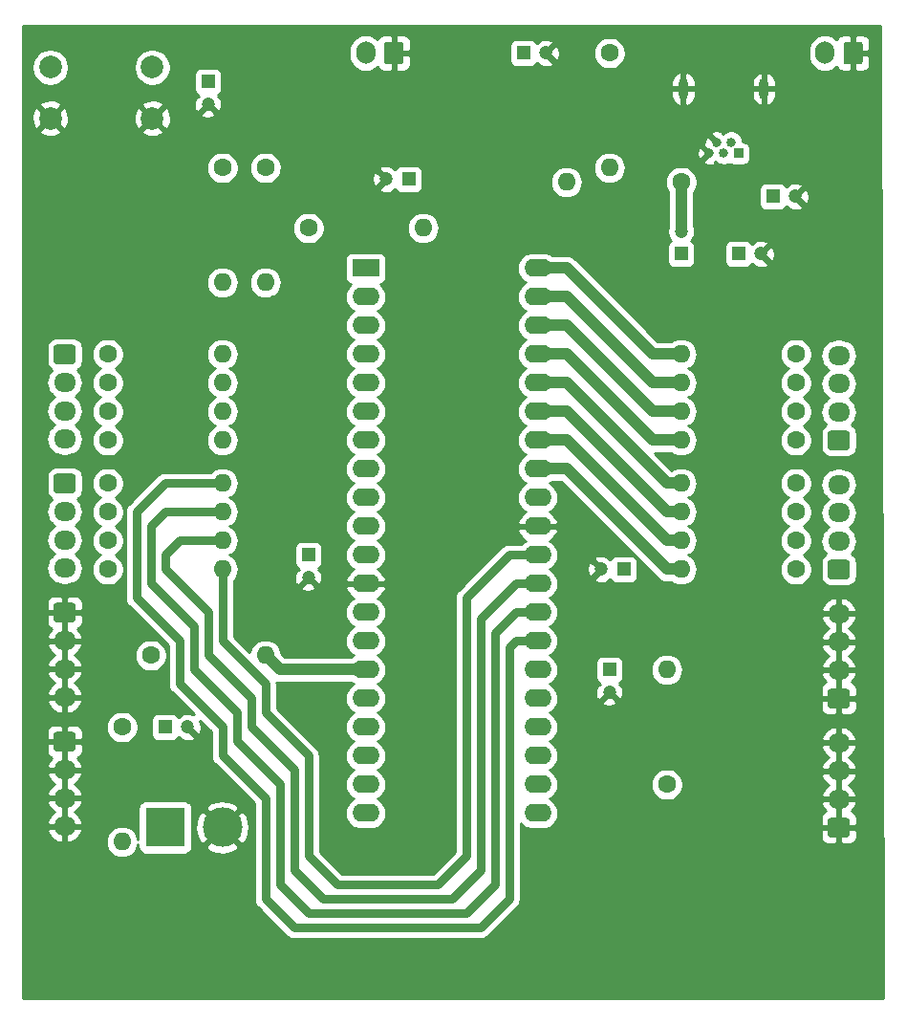
<source format=gbr>
G04 #@! TF.GenerationSoftware,KiCad,Pcbnew,5.1.0-060a0da~80~ubuntu16.04.1*
G04 #@! TF.CreationDate,2019-03-25T22:47:29-06:00*
G04 #@! TF.ProjectId,ARES_PCB_1,41524553-5f50-4434-925f-312e6b696361,rev?*
G04 #@! TF.SameCoordinates,Original*
G04 #@! TF.FileFunction,Copper,L2,Bot*
G04 #@! TF.FilePolarity,Positive*
%FSLAX46Y46*%
G04 Gerber Fmt 4.6, Leading zero omitted, Abs format (unit mm)*
G04 Created by KiCad (PCBNEW 5.1.0-060a0da~80~ubuntu16.04.1) date 2019-03-25 22:47:29*
%MOMM*%
%LPD*%
G04 APERTURE LIST*
%ADD10C,2.000000*%
%ADD11C,1.600000*%
%ADD12O,1.600000X1.600000*%
%ADD13O,1.700000X2.000000*%
%ADD14C,0.100000*%
%ADD15C,1.700000*%
%ADD16C,3.500120*%
%ADD17R,3.500120X3.500120*%
%ADD18O,1.950000X1.700000*%
%ADD19C,1.200000*%
%ADD20R,1.200000X1.200000*%
%ADD21O,2.400000X1.600000*%
%ADD22R,2.400000X1.600000*%
%ADD23O,0.850000X1.850000*%
%ADD24C,0.840000*%
%ADD25R,0.840000X0.840000*%
%ADD26C,0.800000*%
%ADD27C,1.000000*%
%ADD28C,0.750000*%
%ADD29C,0.254000*%
G04 APERTURE END LIST*
D10*
X73810000Y-35560000D03*
X73810000Y-40060000D03*
X64770000Y-35560000D03*
X64770000Y-40060000D03*
D11*
X71120000Y-93980000D03*
D12*
X71120000Y-104140000D03*
X83820000Y-87630000D03*
D11*
X73660000Y-87630000D03*
D12*
X119380000Y-88900000D03*
D11*
X119380000Y-99060000D03*
D12*
X97790000Y-49784000D03*
D11*
X87630000Y-49784000D03*
D13*
X133390000Y-34290000D03*
D14*
G36*
X136514504Y-33291204D02*
G01*
X136538773Y-33294804D01*
X136562571Y-33300765D01*
X136585671Y-33309030D01*
X136607849Y-33319520D01*
X136628893Y-33332133D01*
X136648598Y-33346747D01*
X136666777Y-33363223D01*
X136683253Y-33381402D01*
X136697867Y-33401107D01*
X136710480Y-33422151D01*
X136720970Y-33444329D01*
X136729235Y-33467429D01*
X136735196Y-33491227D01*
X136738796Y-33515496D01*
X136740000Y-33540000D01*
X136740000Y-35040000D01*
X136738796Y-35064504D01*
X136735196Y-35088773D01*
X136729235Y-35112571D01*
X136720970Y-35135671D01*
X136710480Y-35157849D01*
X136697867Y-35178893D01*
X136683253Y-35198598D01*
X136666777Y-35216777D01*
X136648598Y-35233253D01*
X136628893Y-35247867D01*
X136607849Y-35260480D01*
X136585671Y-35270970D01*
X136562571Y-35279235D01*
X136538773Y-35285196D01*
X136514504Y-35288796D01*
X136490000Y-35290000D01*
X135290000Y-35290000D01*
X135265496Y-35288796D01*
X135241227Y-35285196D01*
X135217429Y-35279235D01*
X135194329Y-35270970D01*
X135172151Y-35260480D01*
X135151107Y-35247867D01*
X135131402Y-35233253D01*
X135113223Y-35216777D01*
X135096747Y-35198598D01*
X135082133Y-35178893D01*
X135069520Y-35157849D01*
X135059030Y-35135671D01*
X135050765Y-35112571D01*
X135044804Y-35088773D01*
X135041204Y-35064504D01*
X135040000Y-35040000D01*
X135040000Y-33540000D01*
X135041204Y-33515496D01*
X135044804Y-33491227D01*
X135050765Y-33467429D01*
X135059030Y-33444329D01*
X135069520Y-33422151D01*
X135082133Y-33401107D01*
X135096747Y-33381402D01*
X135113223Y-33363223D01*
X135131402Y-33346747D01*
X135151107Y-33332133D01*
X135172151Y-33319520D01*
X135194329Y-33309030D01*
X135217429Y-33300765D01*
X135241227Y-33294804D01*
X135265496Y-33291204D01*
X135290000Y-33290000D01*
X136490000Y-33290000D01*
X136514504Y-33291204D01*
X136514504Y-33291204D01*
G37*
D15*
X135890000Y-34290000D03*
D16*
X80010000Y-102870000D03*
D17*
X74930000Y-102870000D03*
D18*
X134620000Y-61080000D03*
X134620000Y-63580000D03*
X134620000Y-66080000D03*
D14*
G36*
X135369504Y-67731204D02*
G01*
X135393773Y-67734804D01*
X135417571Y-67740765D01*
X135440671Y-67749030D01*
X135462849Y-67759520D01*
X135483893Y-67772133D01*
X135503598Y-67786747D01*
X135521777Y-67803223D01*
X135538253Y-67821402D01*
X135552867Y-67841107D01*
X135565480Y-67862151D01*
X135575970Y-67884329D01*
X135584235Y-67907429D01*
X135590196Y-67931227D01*
X135593796Y-67955496D01*
X135595000Y-67980000D01*
X135595000Y-69180000D01*
X135593796Y-69204504D01*
X135590196Y-69228773D01*
X135584235Y-69252571D01*
X135575970Y-69275671D01*
X135565480Y-69297849D01*
X135552867Y-69318893D01*
X135538253Y-69338598D01*
X135521777Y-69356777D01*
X135503598Y-69373253D01*
X135483893Y-69387867D01*
X135462849Y-69400480D01*
X135440671Y-69410970D01*
X135417571Y-69419235D01*
X135393773Y-69425196D01*
X135369504Y-69428796D01*
X135345000Y-69430000D01*
X133895000Y-69430000D01*
X133870496Y-69428796D01*
X133846227Y-69425196D01*
X133822429Y-69419235D01*
X133799329Y-69410970D01*
X133777151Y-69400480D01*
X133756107Y-69387867D01*
X133736402Y-69373253D01*
X133718223Y-69356777D01*
X133701747Y-69338598D01*
X133687133Y-69318893D01*
X133674520Y-69297849D01*
X133664030Y-69275671D01*
X133655765Y-69252571D01*
X133649804Y-69228773D01*
X133646204Y-69204504D01*
X133645000Y-69180000D01*
X133645000Y-67980000D01*
X133646204Y-67955496D01*
X133649804Y-67931227D01*
X133655765Y-67907429D01*
X133664030Y-67884329D01*
X133674520Y-67862151D01*
X133687133Y-67841107D01*
X133701747Y-67821402D01*
X133718223Y-67803223D01*
X133736402Y-67786747D01*
X133756107Y-67772133D01*
X133777151Y-67759520D01*
X133799329Y-67749030D01*
X133822429Y-67740765D01*
X133846227Y-67734804D01*
X133870496Y-67731204D01*
X133895000Y-67730000D01*
X135345000Y-67730000D01*
X135369504Y-67731204D01*
X135369504Y-67731204D01*
G37*
D15*
X134620000Y-68580000D03*
D18*
X134620000Y-72510000D03*
X134620000Y-75010000D03*
X134620000Y-77510000D03*
D14*
G36*
X135369504Y-79161204D02*
G01*
X135393773Y-79164804D01*
X135417571Y-79170765D01*
X135440671Y-79179030D01*
X135462849Y-79189520D01*
X135483893Y-79202133D01*
X135503598Y-79216747D01*
X135521777Y-79233223D01*
X135538253Y-79251402D01*
X135552867Y-79271107D01*
X135565480Y-79292151D01*
X135575970Y-79314329D01*
X135584235Y-79337429D01*
X135590196Y-79361227D01*
X135593796Y-79385496D01*
X135595000Y-79410000D01*
X135595000Y-80610000D01*
X135593796Y-80634504D01*
X135590196Y-80658773D01*
X135584235Y-80682571D01*
X135575970Y-80705671D01*
X135565480Y-80727849D01*
X135552867Y-80748893D01*
X135538253Y-80768598D01*
X135521777Y-80786777D01*
X135503598Y-80803253D01*
X135483893Y-80817867D01*
X135462849Y-80830480D01*
X135440671Y-80840970D01*
X135417571Y-80849235D01*
X135393773Y-80855196D01*
X135369504Y-80858796D01*
X135345000Y-80860000D01*
X133895000Y-80860000D01*
X133870496Y-80858796D01*
X133846227Y-80855196D01*
X133822429Y-80849235D01*
X133799329Y-80840970D01*
X133777151Y-80830480D01*
X133756107Y-80817867D01*
X133736402Y-80803253D01*
X133718223Y-80786777D01*
X133701747Y-80768598D01*
X133687133Y-80748893D01*
X133674520Y-80727849D01*
X133664030Y-80705671D01*
X133655765Y-80682571D01*
X133649804Y-80658773D01*
X133646204Y-80634504D01*
X133645000Y-80610000D01*
X133645000Y-79410000D01*
X133646204Y-79385496D01*
X133649804Y-79361227D01*
X133655765Y-79337429D01*
X133664030Y-79314329D01*
X133674520Y-79292151D01*
X133687133Y-79271107D01*
X133701747Y-79251402D01*
X133718223Y-79233223D01*
X133736402Y-79216747D01*
X133756107Y-79202133D01*
X133777151Y-79189520D01*
X133799329Y-79179030D01*
X133822429Y-79170765D01*
X133846227Y-79164804D01*
X133870496Y-79161204D01*
X133895000Y-79160000D01*
X135345000Y-79160000D01*
X135369504Y-79161204D01*
X135369504Y-79161204D01*
G37*
D15*
X134620000Y-80010000D03*
D14*
G36*
X135369504Y-102021204D02*
G01*
X135393773Y-102024804D01*
X135417571Y-102030765D01*
X135440671Y-102039030D01*
X135462849Y-102049520D01*
X135483893Y-102062133D01*
X135503598Y-102076747D01*
X135521777Y-102093223D01*
X135538253Y-102111402D01*
X135552867Y-102131107D01*
X135565480Y-102152151D01*
X135575970Y-102174329D01*
X135584235Y-102197429D01*
X135590196Y-102221227D01*
X135593796Y-102245496D01*
X135595000Y-102270000D01*
X135595000Y-103470000D01*
X135593796Y-103494504D01*
X135590196Y-103518773D01*
X135584235Y-103542571D01*
X135575970Y-103565671D01*
X135565480Y-103587849D01*
X135552867Y-103608893D01*
X135538253Y-103628598D01*
X135521777Y-103646777D01*
X135503598Y-103663253D01*
X135483893Y-103677867D01*
X135462849Y-103690480D01*
X135440671Y-103700970D01*
X135417571Y-103709235D01*
X135393773Y-103715196D01*
X135369504Y-103718796D01*
X135345000Y-103720000D01*
X133895000Y-103720000D01*
X133870496Y-103718796D01*
X133846227Y-103715196D01*
X133822429Y-103709235D01*
X133799329Y-103700970D01*
X133777151Y-103690480D01*
X133756107Y-103677867D01*
X133736402Y-103663253D01*
X133718223Y-103646777D01*
X133701747Y-103628598D01*
X133687133Y-103608893D01*
X133674520Y-103587849D01*
X133664030Y-103565671D01*
X133655765Y-103542571D01*
X133649804Y-103518773D01*
X133646204Y-103494504D01*
X133645000Y-103470000D01*
X133645000Y-102270000D01*
X133646204Y-102245496D01*
X133649804Y-102221227D01*
X133655765Y-102197429D01*
X133664030Y-102174329D01*
X133674520Y-102152151D01*
X133687133Y-102131107D01*
X133701747Y-102111402D01*
X133718223Y-102093223D01*
X133736402Y-102076747D01*
X133756107Y-102062133D01*
X133777151Y-102049520D01*
X133799329Y-102039030D01*
X133822429Y-102030765D01*
X133846227Y-102024804D01*
X133870496Y-102021204D01*
X133895000Y-102020000D01*
X135345000Y-102020000D01*
X135369504Y-102021204D01*
X135369504Y-102021204D01*
G37*
D15*
X134620000Y-102870000D03*
D18*
X134620000Y-100370000D03*
X134620000Y-97870000D03*
X134620000Y-95370000D03*
X66040000Y-102750000D03*
X66040000Y-100250000D03*
X66040000Y-97750000D03*
D14*
G36*
X66789504Y-94401204D02*
G01*
X66813773Y-94404804D01*
X66837571Y-94410765D01*
X66860671Y-94419030D01*
X66882849Y-94429520D01*
X66903893Y-94442133D01*
X66923598Y-94456747D01*
X66941777Y-94473223D01*
X66958253Y-94491402D01*
X66972867Y-94511107D01*
X66985480Y-94532151D01*
X66995970Y-94554329D01*
X67004235Y-94577429D01*
X67010196Y-94601227D01*
X67013796Y-94625496D01*
X67015000Y-94650000D01*
X67015000Y-95850000D01*
X67013796Y-95874504D01*
X67010196Y-95898773D01*
X67004235Y-95922571D01*
X66995970Y-95945671D01*
X66985480Y-95967849D01*
X66972867Y-95988893D01*
X66958253Y-96008598D01*
X66941777Y-96026777D01*
X66923598Y-96043253D01*
X66903893Y-96057867D01*
X66882849Y-96070480D01*
X66860671Y-96080970D01*
X66837571Y-96089235D01*
X66813773Y-96095196D01*
X66789504Y-96098796D01*
X66765000Y-96100000D01*
X65315000Y-96100000D01*
X65290496Y-96098796D01*
X65266227Y-96095196D01*
X65242429Y-96089235D01*
X65219329Y-96080970D01*
X65197151Y-96070480D01*
X65176107Y-96057867D01*
X65156402Y-96043253D01*
X65138223Y-96026777D01*
X65121747Y-96008598D01*
X65107133Y-95988893D01*
X65094520Y-95967849D01*
X65084030Y-95945671D01*
X65075765Y-95922571D01*
X65069804Y-95898773D01*
X65066204Y-95874504D01*
X65065000Y-95850000D01*
X65065000Y-94650000D01*
X65066204Y-94625496D01*
X65069804Y-94601227D01*
X65075765Y-94577429D01*
X65084030Y-94554329D01*
X65094520Y-94532151D01*
X65107133Y-94511107D01*
X65121747Y-94491402D01*
X65138223Y-94473223D01*
X65156402Y-94456747D01*
X65176107Y-94442133D01*
X65197151Y-94429520D01*
X65219329Y-94419030D01*
X65242429Y-94410765D01*
X65266227Y-94404804D01*
X65290496Y-94401204D01*
X65315000Y-94400000D01*
X66765000Y-94400000D01*
X66789504Y-94401204D01*
X66789504Y-94401204D01*
G37*
D15*
X66040000Y-95250000D03*
D13*
X92710000Y-34290000D03*
D14*
G36*
X95834504Y-33291204D02*
G01*
X95858773Y-33294804D01*
X95882571Y-33300765D01*
X95905671Y-33309030D01*
X95927849Y-33319520D01*
X95948893Y-33332133D01*
X95968598Y-33346747D01*
X95986777Y-33363223D01*
X96003253Y-33381402D01*
X96017867Y-33401107D01*
X96030480Y-33422151D01*
X96040970Y-33444329D01*
X96049235Y-33467429D01*
X96055196Y-33491227D01*
X96058796Y-33515496D01*
X96060000Y-33540000D01*
X96060000Y-35040000D01*
X96058796Y-35064504D01*
X96055196Y-35088773D01*
X96049235Y-35112571D01*
X96040970Y-35135671D01*
X96030480Y-35157849D01*
X96017867Y-35178893D01*
X96003253Y-35198598D01*
X95986777Y-35216777D01*
X95968598Y-35233253D01*
X95948893Y-35247867D01*
X95927849Y-35260480D01*
X95905671Y-35270970D01*
X95882571Y-35279235D01*
X95858773Y-35285196D01*
X95834504Y-35288796D01*
X95810000Y-35290000D01*
X94610000Y-35290000D01*
X94585496Y-35288796D01*
X94561227Y-35285196D01*
X94537429Y-35279235D01*
X94514329Y-35270970D01*
X94492151Y-35260480D01*
X94471107Y-35247867D01*
X94451402Y-35233253D01*
X94433223Y-35216777D01*
X94416747Y-35198598D01*
X94402133Y-35178893D01*
X94389520Y-35157849D01*
X94379030Y-35135671D01*
X94370765Y-35112571D01*
X94364804Y-35088773D01*
X94361204Y-35064504D01*
X94360000Y-35040000D01*
X94360000Y-33540000D01*
X94361204Y-33515496D01*
X94364804Y-33491227D01*
X94370765Y-33467429D01*
X94379030Y-33444329D01*
X94389520Y-33422151D01*
X94402133Y-33401107D01*
X94416747Y-33381402D01*
X94433223Y-33363223D01*
X94451402Y-33346747D01*
X94471107Y-33332133D01*
X94492151Y-33319520D01*
X94514329Y-33309030D01*
X94537429Y-33300765D01*
X94561227Y-33294804D01*
X94585496Y-33291204D01*
X94610000Y-33290000D01*
X95810000Y-33290000D01*
X95834504Y-33291204D01*
X95834504Y-33291204D01*
G37*
D15*
X95210000Y-34290000D03*
D18*
X134620000Y-83940000D03*
X134620000Y-86440000D03*
X134620000Y-88940000D03*
D14*
G36*
X135369504Y-90591204D02*
G01*
X135393773Y-90594804D01*
X135417571Y-90600765D01*
X135440671Y-90609030D01*
X135462849Y-90619520D01*
X135483893Y-90632133D01*
X135503598Y-90646747D01*
X135521777Y-90663223D01*
X135538253Y-90681402D01*
X135552867Y-90701107D01*
X135565480Y-90722151D01*
X135575970Y-90744329D01*
X135584235Y-90767429D01*
X135590196Y-90791227D01*
X135593796Y-90815496D01*
X135595000Y-90840000D01*
X135595000Y-92040000D01*
X135593796Y-92064504D01*
X135590196Y-92088773D01*
X135584235Y-92112571D01*
X135575970Y-92135671D01*
X135565480Y-92157849D01*
X135552867Y-92178893D01*
X135538253Y-92198598D01*
X135521777Y-92216777D01*
X135503598Y-92233253D01*
X135483893Y-92247867D01*
X135462849Y-92260480D01*
X135440671Y-92270970D01*
X135417571Y-92279235D01*
X135393773Y-92285196D01*
X135369504Y-92288796D01*
X135345000Y-92290000D01*
X133895000Y-92290000D01*
X133870496Y-92288796D01*
X133846227Y-92285196D01*
X133822429Y-92279235D01*
X133799329Y-92270970D01*
X133777151Y-92260480D01*
X133756107Y-92247867D01*
X133736402Y-92233253D01*
X133718223Y-92216777D01*
X133701747Y-92198598D01*
X133687133Y-92178893D01*
X133674520Y-92157849D01*
X133664030Y-92135671D01*
X133655765Y-92112571D01*
X133649804Y-92088773D01*
X133646204Y-92064504D01*
X133645000Y-92040000D01*
X133645000Y-90840000D01*
X133646204Y-90815496D01*
X133649804Y-90791227D01*
X133655765Y-90767429D01*
X133664030Y-90744329D01*
X133674520Y-90722151D01*
X133687133Y-90701107D01*
X133701747Y-90681402D01*
X133718223Y-90663223D01*
X133736402Y-90646747D01*
X133756107Y-90632133D01*
X133777151Y-90619520D01*
X133799329Y-90609030D01*
X133822429Y-90600765D01*
X133846227Y-90594804D01*
X133870496Y-90591204D01*
X133895000Y-90590000D01*
X135345000Y-90590000D01*
X135369504Y-90591204D01*
X135369504Y-90591204D01*
G37*
D15*
X134620000Y-91440000D03*
D18*
X66040000Y-91320000D03*
X66040000Y-88820000D03*
X66040000Y-86320000D03*
D14*
G36*
X66789504Y-82971204D02*
G01*
X66813773Y-82974804D01*
X66837571Y-82980765D01*
X66860671Y-82989030D01*
X66882849Y-82999520D01*
X66903893Y-83012133D01*
X66923598Y-83026747D01*
X66941777Y-83043223D01*
X66958253Y-83061402D01*
X66972867Y-83081107D01*
X66985480Y-83102151D01*
X66995970Y-83124329D01*
X67004235Y-83147429D01*
X67010196Y-83171227D01*
X67013796Y-83195496D01*
X67015000Y-83220000D01*
X67015000Y-84420000D01*
X67013796Y-84444504D01*
X67010196Y-84468773D01*
X67004235Y-84492571D01*
X66995970Y-84515671D01*
X66985480Y-84537849D01*
X66972867Y-84558893D01*
X66958253Y-84578598D01*
X66941777Y-84596777D01*
X66923598Y-84613253D01*
X66903893Y-84627867D01*
X66882849Y-84640480D01*
X66860671Y-84650970D01*
X66837571Y-84659235D01*
X66813773Y-84665196D01*
X66789504Y-84668796D01*
X66765000Y-84670000D01*
X65315000Y-84670000D01*
X65290496Y-84668796D01*
X65266227Y-84665196D01*
X65242429Y-84659235D01*
X65219329Y-84650970D01*
X65197151Y-84640480D01*
X65176107Y-84627867D01*
X65156402Y-84613253D01*
X65138223Y-84596777D01*
X65121747Y-84578598D01*
X65107133Y-84558893D01*
X65094520Y-84537849D01*
X65084030Y-84515671D01*
X65075765Y-84492571D01*
X65069804Y-84468773D01*
X65066204Y-84444504D01*
X65065000Y-84420000D01*
X65065000Y-83220000D01*
X65066204Y-83195496D01*
X65069804Y-83171227D01*
X65075765Y-83147429D01*
X65084030Y-83124329D01*
X65094520Y-83102151D01*
X65107133Y-83081107D01*
X65121747Y-83061402D01*
X65138223Y-83043223D01*
X65156402Y-83026747D01*
X65176107Y-83012133D01*
X65197151Y-82999520D01*
X65219329Y-82989030D01*
X65242429Y-82980765D01*
X65266227Y-82974804D01*
X65290496Y-82971204D01*
X65315000Y-82970000D01*
X66765000Y-82970000D01*
X66789504Y-82971204D01*
X66789504Y-82971204D01*
G37*
D15*
X66040000Y-83820000D03*
D18*
X66040000Y-79890000D03*
X66040000Y-77390000D03*
X66040000Y-74890000D03*
D14*
G36*
X66789504Y-71541204D02*
G01*
X66813773Y-71544804D01*
X66837571Y-71550765D01*
X66860671Y-71559030D01*
X66882849Y-71569520D01*
X66903893Y-71582133D01*
X66923598Y-71596747D01*
X66941777Y-71613223D01*
X66958253Y-71631402D01*
X66972867Y-71651107D01*
X66985480Y-71672151D01*
X66995970Y-71694329D01*
X67004235Y-71717429D01*
X67010196Y-71741227D01*
X67013796Y-71765496D01*
X67015000Y-71790000D01*
X67015000Y-72990000D01*
X67013796Y-73014504D01*
X67010196Y-73038773D01*
X67004235Y-73062571D01*
X66995970Y-73085671D01*
X66985480Y-73107849D01*
X66972867Y-73128893D01*
X66958253Y-73148598D01*
X66941777Y-73166777D01*
X66923598Y-73183253D01*
X66903893Y-73197867D01*
X66882849Y-73210480D01*
X66860671Y-73220970D01*
X66837571Y-73229235D01*
X66813773Y-73235196D01*
X66789504Y-73238796D01*
X66765000Y-73240000D01*
X65315000Y-73240000D01*
X65290496Y-73238796D01*
X65266227Y-73235196D01*
X65242429Y-73229235D01*
X65219329Y-73220970D01*
X65197151Y-73210480D01*
X65176107Y-73197867D01*
X65156402Y-73183253D01*
X65138223Y-73166777D01*
X65121747Y-73148598D01*
X65107133Y-73128893D01*
X65094520Y-73107849D01*
X65084030Y-73085671D01*
X65075765Y-73062571D01*
X65069804Y-73038773D01*
X65066204Y-73014504D01*
X65065000Y-72990000D01*
X65065000Y-71790000D01*
X65066204Y-71765496D01*
X65069804Y-71741227D01*
X65075765Y-71717429D01*
X65084030Y-71694329D01*
X65094520Y-71672151D01*
X65107133Y-71651107D01*
X65121747Y-71631402D01*
X65138223Y-71613223D01*
X65156402Y-71596747D01*
X65176107Y-71582133D01*
X65197151Y-71569520D01*
X65219329Y-71559030D01*
X65242429Y-71550765D01*
X65266227Y-71544804D01*
X65290496Y-71541204D01*
X65315000Y-71540000D01*
X66765000Y-71540000D01*
X66789504Y-71541204D01*
X66789504Y-71541204D01*
G37*
D15*
X66040000Y-72390000D03*
D18*
X66040000Y-68460000D03*
X66040000Y-65960000D03*
X66040000Y-63460000D03*
D14*
G36*
X66789504Y-60111204D02*
G01*
X66813773Y-60114804D01*
X66837571Y-60120765D01*
X66860671Y-60129030D01*
X66882849Y-60139520D01*
X66903893Y-60152133D01*
X66923598Y-60166747D01*
X66941777Y-60183223D01*
X66958253Y-60201402D01*
X66972867Y-60221107D01*
X66985480Y-60242151D01*
X66995970Y-60264329D01*
X67004235Y-60287429D01*
X67010196Y-60311227D01*
X67013796Y-60335496D01*
X67015000Y-60360000D01*
X67015000Y-61560000D01*
X67013796Y-61584504D01*
X67010196Y-61608773D01*
X67004235Y-61632571D01*
X66995970Y-61655671D01*
X66985480Y-61677849D01*
X66972867Y-61698893D01*
X66958253Y-61718598D01*
X66941777Y-61736777D01*
X66923598Y-61753253D01*
X66903893Y-61767867D01*
X66882849Y-61780480D01*
X66860671Y-61790970D01*
X66837571Y-61799235D01*
X66813773Y-61805196D01*
X66789504Y-61808796D01*
X66765000Y-61810000D01*
X65315000Y-61810000D01*
X65290496Y-61808796D01*
X65266227Y-61805196D01*
X65242429Y-61799235D01*
X65219329Y-61790970D01*
X65197151Y-61780480D01*
X65176107Y-61767867D01*
X65156402Y-61753253D01*
X65138223Y-61736777D01*
X65121747Y-61718598D01*
X65107133Y-61698893D01*
X65094520Y-61677849D01*
X65084030Y-61655671D01*
X65075765Y-61632571D01*
X65069804Y-61608773D01*
X65066204Y-61584504D01*
X65065000Y-61560000D01*
X65065000Y-60360000D01*
X65066204Y-60335496D01*
X65069804Y-60311227D01*
X65075765Y-60287429D01*
X65084030Y-60264329D01*
X65094520Y-60242151D01*
X65107133Y-60221107D01*
X65121747Y-60201402D01*
X65138223Y-60183223D01*
X65156402Y-60166747D01*
X65176107Y-60152133D01*
X65197151Y-60139520D01*
X65219329Y-60129030D01*
X65242429Y-60120765D01*
X65266227Y-60114804D01*
X65290496Y-60111204D01*
X65315000Y-60110000D01*
X66765000Y-60110000D01*
X66789504Y-60111204D01*
X66789504Y-60111204D01*
G37*
D15*
X66040000Y-60960000D03*
D19*
X76930000Y-93980000D03*
D20*
X74930000Y-93980000D03*
D19*
X114300000Y-90900000D03*
D20*
X114300000Y-88900000D03*
D19*
X94520000Y-45466000D03*
D20*
X96520000Y-45466000D03*
D19*
X78740000Y-38830000D03*
D20*
X78740000Y-36830000D03*
D21*
X107950000Y-53340000D03*
X92710000Y-101600000D03*
X107950000Y-55880000D03*
X92710000Y-99060000D03*
X107950000Y-58420000D03*
X92710000Y-96520000D03*
X107950000Y-60960000D03*
X92710000Y-93980000D03*
X107950000Y-63500000D03*
X92710000Y-91440000D03*
X107950000Y-66040000D03*
X92710000Y-88900000D03*
X107950000Y-68580000D03*
X92710000Y-86360000D03*
X107950000Y-71120000D03*
X92710000Y-83820000D03*
X107950000Y-73660000D03*
X92710000Y-81280000D03*
X107950000Y-76200000D03*
X92710000Y-78740000D03*
X107950000Y-78740000D03*
X92710000Y-76200000D03*
X107950000Y-81280000D03*
X92710000Y-73660000D03*
X107950000Y-83820000D03*
X92710000Y-71120000D03*
X107950000Y-86360000D03*
X92710000Y-68580000D03*
X107950000Y-88900000D03*
X92710000Y-66040000D03*
X107950000Y-91440000D03*
X92710000Y-63500000D03*
X107950000Y-93980000D03*
X92710000Y-60960000D03*
X107950000Y-96520000D03*
X92710000Y-58420000D03*
X107950000Y-99060000D03*
X92710000Y-55880000D03*
X107950000Y-101600000D03*
D22*
X92710000Y-53340000D03*
D12*
X120650000Y-60960000D03*
D11*
X130810000Y-60960000D03*
D12*
X120650000Y-63500000D03*
D11*
X130810000Y-63500000D03*
D12*
X120650000Y-66040000D03*
D11*
X130810000Y-66040000D03*
D12*
X120650000Y-68580000D03*
D11*
X130810000Y-68580000D03*
D12*
X120650000Y-72390000D03*
D11*
X130810000Y-72390000D03*
D12*
X120650000Y-74930000D03*
D11*
X130810000Y-74930000D03*
D12*
X120650000Y-77470000D03*
D11*
X130810000Y-77470000D03*
D12*
X120650000Y-80010000D03*
D11*
X130810000Y-80010000D03*
D12*
X110490000Y-45720000D03*
D11*
X120650000Y-45720000D03*
D12*
X80010000Y-54610000D03*
D11*
X80010000Y-44450000D03*
D12*
X114300000Y-44450000D03*
D11*
X114300000Y-34290000D03*
D12*
X83820000Y-54610000D03*
D11*
X83820000Y-44450000D03*
D12*
X80010000Y-80010000D03*
D11*
X69850000Y-80010000D03*
D12*
X80010000Y-77470000D03*
D11*
X69850000Y-77470000D03*
D12*
X80010000Y-74930000D03*
D11*
X69850000Y-74930000D03*
D12*
X80010000Y-72390000D03*
D11*
X69850000Y-72390000D03*
D12*
X80010000Y-68580000D03*
D11*
X69850000Y-68580000D03*
X69850000Y-66040000D03*
D12*
X80010000Y-66040000D03*
X80010000Y-63500000D03*
D11*
X69850000Y-63500000D03*
D12*
X80010000Y-60960000D03*
D11*
X69850000Y-60960000D03*
D23*
X120855000Y-37465000D03*
X128005000Y-37465000D03*
D24*
X123130000Y-43180000D03*
X123780000Y-42180000D03*
X124430000Y-43180000D03*
X125080000Y-42180000D03*
D25*
X125730000Y-43180000D03*
D19*
X130778000Y-46990000D03*
D20*
X128778000Y-46990000D03*
D19*
X113570000Y-80010000D03*
D20*
X115570000Y-80010000D03*
D19*
X87630000Y-80740000D03*
D20*
X87630000Y-78740000D03*
D19*
X127730000Y-52070000D03*
D20*
X125730000Y-52070000D03*
D19*
X120650000Y-50070000D03*
D20*
X120650000Y-52070000D03*
D19*
X108680000Y-34290000D03*
D20*
X106680000Y-34290000D03*
D26*
X106426000Y-40640000D03*
X103886000Y-43180000D03*
D27*
X120650000Y-45720000D02*
X120650000Y-50070000D01*
D28*
X106000000Y-86360000D02*
X105410000Y-86950000D01*
X107950000Y-86360000D02*
X106000000Y-86360000D01*
X105410000Y-86950000D02*
X105410000Y-109220000D01*
X105410000Y-109220000D02*
X102870000Y-111760000D01*
X102870000Y-111760000D02*
X86360000Y-111760000D01*
X86360000Y-111760000D02*
X83820000Y-109220000D01*
X83820000Y-109220000D02*
X83820000Y-100330000D01*
X83820000Y-100330000D02*
X80010000Y-96520000D01*
X80010000Y-96520000D02*
X80010000Y-93980000D01*
X80010000Y-93980000D02*
X76200000Y-90170000D01*
X76200000Y-90170000D02*
X76200000Y-86360000D01*
X76200000Y-86360000D02*
X72390000Y-82550000D01*
X72390000Y-82550000D02*
X72390000Y-74930000D01*
X74930000Y-72390000D02*
X80010000Y-72390000D01*
X72390000Y-74930000D02*
X74930000Y-72390000D01*
X74930000Y-74930000D02*
X80010000Y-74930000D01*
X77470000Y-85090000D02*
X73660000Y-81280000D01*
X73660000Y-81280000D02*
X73660000Y-76200000D01*
X77470000Y-88900000D02*
X77470000Y-85090000D01*
X104140000Y-107950000D02*
X101600000Y-110490000D01*
X106000000Y-83820000D02*
X104140000Y-85680000D01*
X107950000Y-83820000D02*
X106000000Y-83820000D01*
X81280000Y-95250000D02*
X81280000Y-92710000D01*
X101600000Y-110490000D02*
X87630000Y-110490000D01*
X73660000Y-76200000D02*
X74930000Y-74930000D01*
X104140000Y-85680000D02*
X104140000Y-107950000D01*
X85090000Y-107950000D02*
X85090000Y-99060000D01*
X87630000Y-110490000D02*
X85090000Y-107950000D01*
X85090000Y-99060000D02*
X81280000Y-95250000D01*
X81280000Y-92710000D02*
X77470000Y-88900000D01*
X106000000Y-81280000D02*
X102870000Y-84410000D01*
X107950000Y-81280000D02*
X106000000Y-81280000D01*
X102870000Y-84410000D02*
X102870000Y-106680000D01*
X102870000Y-106680000D02*
X100330000Y-109220000D01*
X100330000Y-109220000D02*
X88900000Y-109220000D01*
X88900000Y-109220000D02*
X86360000Y-106680000D01*
X86360000Y-106680000D02*
X86360000Y-97790000D01*
X86360000Y-97790000D02*
X82550000Y-93980000D01*
X82550000Y-93980000D02*
X82550000Y-91440000D01*
X82550000Y-91440000D02*
X78740000Y-87630000D01*
X78740000Y-87630000D02*
X78740000Y-83820000D01*
X78740000Y-83820000D02*
X74930000Y-80010000D01*
X74930000Y-80010000D02*
X74930000Y-78740000D01*
X74930000Y-78740000D02*
X76200000Y-77470000D01*
X76200000Y-77470000D02*
X80010000Y-77470000D01*
X90170000Y-107950000D02*
X99060000Y-107950000D01*
X83820000Y-90170000D02*
X83820000Y-92710000D01*
X101600000Y-82550000D02*
X105410000Y-78740000D01*
X105410000Y-78740000D02*
X107950000Y-78740000D01*
X83820000Y-92710000D02*
X87630000Y-96520000D01*
X80010000Y-86360000D02*
X83820000Y-90170000D01*
X80010000Y-80010000D02*
X80010000Y-86360000D01*
X87630000Y-96520000D02*
X87630000Y-105410000D01*
X87630000Y-105410000D02*
X90170000Y-107950000D01*
X99060000Y-107950000D02*
X101600000Y-105410000D01*
X101600000Y-105410000D02*
X101600000Y-82550000D01*
D27*
X120650000Y-80010000D02*
X119380000Y-80010000D01*
X110490000Y-71120000D02*
X107950000Y-71120000D01*
X119380000Y-80010000D02*
X110490000Y-71120000D01*
X120650000Y-77470000D02*
X119380000Y-77470000D01*
X110490000Y-68580000D02*
X107950000Y-68580000D01*
X119380000Y-77470000D02*
X110490000Y-68580000D01*
X120650000Y-74930000D02*
X119380000Y-74930000D01*
X110490000Y-66040000D02*
X107950000Y-66040000D01*
X119380000Y-74930000D02*
X110490000Y-66040000D01*
X120650000Y-72390000D02*
X119380000Y-72390000D01*
X110490000Y-63500000D02*
X107950000Y-63500000D01*
X119380000Y-72390000D02*
X110490000Y-63500000D01*
X120650000Y-68580000D02*
X118110000Y-68580000D01*
X110490000Y-60960000D02*
X107950000Y-60960000D01*
X118110000Y-68580000D02*
X110490000Y-60960000D01*
X120650000Y-66040000D02*
X118110000Y-66040000D01*
X110490000Y-58420000D02*
X107950000Y-58420000D01*
X118110000Y-66040000D02*
X110490000Y-58420000D01*
X120650000Y-63500000D02*
X118110000Y-63500000D01*
X110490000Y-55880000D02*
X107950000Y-55880000D01*
X118110000Y-63500000D02*
X110490000Y-55880000D01*
X120650000Y-60960000D02*
X118110000Y-60960000D01*
X110490000Y-53340000D02*
X107950000Y-53340000D01*
X118110000Y-60960000D02*
X110490000Y-53340000D01*
X85090000Y-88900000D02*
X83820000Y-87630000D01*
X92710000Y-88900000D02*
X85090000Y-88900000D01*
D29*
G36*
X138522821Y-117983000D02*
G01*
X62357000Y-117983000D01*
X62357000Y-103106890D01*
X64473524Y-103106890D01*
X64565648Y-103369858D01*
X64712504Y-103621193D01*
X64905571Y-103839049D01*
X65137430Y-104015053D01*
X65399170Y-104142442D01*
X65680733Y-104216320D01*
X65913000Y-104076165D01*
X65913000Y-102877000D01*
X66167000Y-102877000D01*
X66167000Y-104076165D01*
X66399267Y-104216320D01*
X66680830Y-104142442D01*
X66685847Y-104140000D01*
X69678057Y-104140000D01*
X69705764Y-104421309D01*
X69787818Y-104691808D01*
X69921068Y-104941101D01*
X70100392Y-105159608D01*
X70318899Y-105338932D01*
X70568192Y-105472182D01*
X70838691Y-105554236D01*
X71049508Y-105575000D01*
X71190492Y-105575000D01*
X71401309Y-105554236D01*
X71671808Y-105472182D01*
X71921101Y-105338932D01*
X72139608Y-105159608D01*
X72318932Y-104941101D01*
X72452182Y-104691808D01*
X72534236Y-104421309D01*
X72541868Y-104343821D01*
X72541868Y-104620060D01*
X72554128Y-104744542D01*
X72590438Y-104864240D01*
X72649403Y-104974554D01*
X72728755Y-105071245D01*
X72825446Y-105150597D01*
X72935760Y-105209562D01*
X73055458Y-105245872D01*
X73179940Y-105258132D01*
X76680060Y-105258132D01*
X76804542Y-105245872D01*
X76924240Y-105209562D01*
X77034554Y-105150597D01*
X77131245Y-105071245D01*
X77210597Y-104974554D01*
X77269562Y-104864240D01*
X77305872Y-104744542D01*
X77318132Y-104620060D01*
X77318132Y-104539651D01*
X78519954Y-104539651D01*
X78706039Y-104880815D01*
X79123384Y-105096568D01*
X79574802Y-105226755D01*
X80042944Y-105266374D01*
X80509821Y-105213901D01*
X80957489Y-105071354D01*
X81313961Y-104880815D01*
X81500046Y-104539651D01*
X80010000Y-103049605D01*
X78519954Y-104539651D01*
X77318132Y-104539651D01*
X77318132Y-102902944D01*
X77613626Y-102902944D01*
X77666099Y-103369821D01*
X77808646Y-103817489D01*
X77999185Y-104173961D01*
X78340349Y-104360046D01*
X79830395Y-102870000D01*
X80189605Y-102870000D01*
X81679651Y-104360046D01*
X82020815Y-104173961D01*
X82236568Y-103756616D01*
X82366755Y-103305198D01*
X82406374Y-102837056D01*
X82353901Y-102370179D01*
X82211354Y-101922511D01*
X82020815Y-101566039D01*
X81679651Y-101379954D01*
X80189605Y-102870000D01*
X79830395Y-102870000D01*
X78340349Y-101379954D01*
X77999185Y-101566039D01*
X77783432Y-101983384D01*
X77653245Y-102434802D01*
X77613626Y-102902944D01*
X77318132Y-102902944D01*
X77318132Y-101200349D01*
X78519954Y-101200349D01*
X80010000Y-102690395D01*
X81500046Y-101200349D01*
X81313961Y-100859185D01*
X80896616Y-100643432D01*
X80445198Y-100513245D01*
X79977056Y-100473626D01*
X79510179Y-100526099D01*
X79062511Y-100668646D01*
X78706039Y-100859185D01*
X78519954Y-101200349D01*
X77318132Y-101200349D01*
X77318132Y-101119940D01*
X77305872Y-100995458D01*
X77269562Y-100875760D01*
X77210597Y-100765446D01*
X77131245Y-100668755D01*
X77034554Y-100589403D01*
X76924240Y-100530438D01*
X76804542Y-100494128D01*
X76680060Y-100481868D01*
X73179940Y-100481868D01*
X73055458Y-100494128D01*
X72935760Y-100530438D01*
X72825446Y-100589403D01*
X72728755Y-100668755D01*
X72649403Y-100765446D01*
X72590438Y-100875760D01*
X72554128Y-100995458D01*
X72541868Y-101119940D01*
X72541868Y-103936179D01*
X72534236Y-103858691D01*
X72452182Y-103588192D01*
X72318932Y-103338899D01*
X72139608Y-103120392D01*
X71921101Y-102941068D01*
X71671808Y-102807818D01*
X71401309Y-102725764D01*
X71190492Y-102705000D01*
X71049508Y-102705000D01*
X70838691Y-102725764D01*
X70568192Y-102807818D01*
X70318899Y-102941068D01*
X70100392Y-103120392D01*
X69921068Y-103338899D01*
X69787818Y-103588192D01*
X69705764Y-103858691D01*
X69678057Y-104140000D01*
X66685847Y-104140000D01*
X66942570Y-104015053D01*
X67174429Y-103839049D01*
X67367496Y-103621193D01*
X67514352Y-103369858D01*
X67606476Y-103106890D01*
X67485155Y-102877000D01*
X66167000Y-102877000D01*
X65913000Y-102877000D01*
X64594845Y-102877000D01*
X64473524Y-103106890D01*
X62357000Y-103106890D01*
X62357000Y-100606890D01*
X64473524Y-100606890D01*
X64565648Y-100869858D01*
X64712504Y-101121193D01*
X64905571Y-101339049D01*
X65117600Y-101500000D01*
X64905571Y-101660951D01*
X64712504Y-101878807D01*
X64565648Y-102130142D01*
X64473524Y-102393110D01*
X64594845Y-102623000D01*
X65913000Y-102623000D01*
X65913000Y-100377000D01*
X66167000Y-100377000D01*
X66167000Y-102623000D01*
X67485155Y-102623000D01*
X67606476Y-102393110D01*
X67514352Y-102130142D01*
X67367496Y-101878807D01*
X67174429Y-101660951D01*
X66962400Y-101500000D01*
X67174429Y-101339049D01*
X67367496Y-101121193D01*
X67514352Y-100869858D01*
X67606476Y-100606890D01*
X67485155Y-100377000D01*
X66167000Y-100377000D01*
X65913000Y-100377000D01*
X64594845Y-100377000D01*
X64473524Y-100606890D01*
X62357000Y-100606890D01*
X62357000Y-98106890D01*
X64473524Y-98106890D01*
X64565648Y-98369858D01*
X64712504Y-98621193D01*
X64905571Y-98839049D01*
X65117600Y-99000000D01*
X64905571Y-99160951D01*
X64712504Y-99378807D01*
X64565648Y-99630142D01*
X64473524Y-99893110D01*
X64594845Y-100123000D01*
X65913000Y-100123000D01*
X65913000Y-97877000D01*
X66167000Y-97877000D01*
X66167000Y-100123000D01*
X67485155Y-100123000D01*
X67606476Y-99893110D01*
X67514352Y-99630142D01*
X67367496Y-99378807D01*
X67174429Y-99160951D01*
X66962400Y-99000000D01*
X67174429Y-98839049D01*
X67367496Y-98621193D01*
X67514352Y-98369858D01*
X67606476Y-98106890D01*
X67485155Y-97877000D01*
X66167000Y-97877000D01*
X65913000Y-97877000D01*
X64594845Y-97877000D01*
X64473524Y-98106890D01*
X62357000Y-98106890D01*
X62357000Y-96100000D01*
X64426928Y-96100000D01*
X64439188Y-96224482D01*
X64475498Y-96344180D01*
X64534463Y-96454494D01*
X64613815Y-96551185D01*
X64710506Y-96630537D01*
X64820820Y-96689502D01*
X64867673Y-96703715D01*
X64712504Y-96878807D01*
X64565648Y-97130142D01*
X64473524Y-97393110D01*
X64594845Y-97623000D01*
X65913000Y-97623000D01*
X65913000Y-95377000D01*
X66167000Y-95377000D01*
X66167000Y-97623000D01*
X67485155Y-97623000D01*
X67606476Y-97393110D01*
X67514352Y-97130142D01*
X67367496Y-96878807D01*
X67212327Y-96703715D01*
X67259180Y-96689502D01*
X67369494Y-96630537D01*
X67466185Y-96551185D01*
X67545537Y-96454494D01*
X67604502Y-96344180D01*
X67640812Y-96224482D01*
X67653072Y-96100000D01*
X67650000Y-95535750D01*
X67491250Y-95377000D01*
X66167000Y-95377000D01*
X65913000Y-95377000D01*
X64588750Y-95377000D01*
X64430000Y-95535750D01*
X64426928Y-96100000D01*
X62357000Y-96100000D01*
X62357000Y-94400000D01*
X64426928Y-94400000D01*
X64430000Y-94964250D01*
X64588750Y-95123000D01*
X65913000Y-95123000D01*
X65913000Y-93923750D01*
X66167000Y-93923750D01*
X66167000Y-95123000D01*
X67491250Y-95123000D01*
X67650000Y-94964250D01*
X67653072Y-94400000D01*
X67640812Y-94275518D01*
X67604502Y-94155820D01*
X67545537Y-94045506D01*
X67466185Y-93948815D01*
X67369494Y-93869463D01*
X67311876Y-93838665D01*
X69685000Y-93838665D01*
X69685000Y-94121335D01*
X69740147Y-94398574D01*
X69848320Y-94659727D01*
X70005363Y-94894759D01*
X70205241Y-95094637D01*
X70440273Y-95251680D01*
X70701426Y-95359853D01*
X70978665Y-95415000D01*
X71261335Y-95415000D01*
X71538574Y-95359853D01*
X71799727Y-95251680D01*
X72034759Y-95094637D01*
X72234637Y-94894759D01*
X72391680Y-94659727D01*
X72499853Y-94398574D01*
X72555000Y-94121335D01*
X72555000Y-93838665D01*
X72499853Y-93561426D01*
X72391680Y-93300273D01*
X72234637Y-93065241D01*
X72034759Y-92865363D01*
X71799727Y-92708320D01*
X71538574Y-92600147D01*
X71261335Y-92545000D01*
X70978665Y-92545000D01*
X70701426Y-92600147D01*
X70440273Y-92708320D01*
X70205241Y-92865363D01*
X70005363Y-93065241D01*
X69848320Y-93300273D01*
X69740147Y-93561426D01*
X69685000Y-93838665D01*
X67311876Y-93838665D01*
X67259180Y-93810498D01*
X67139482Y-93774188D01*
X67015000Y-93761928D01*
X66325750Y-93765000D01*
X66167000Y-93923750D01*
X65913000Y-93923750D01*
X65754250Y-93765000D01*
X65065000Y-93761928D01*
X64940518Y-93774188D01*
X64820820Y-93810498D01*
X64710506Y-93869463D01*
X64613815Y-93948815D01*
X64534463Y-94045506D01*
X64475498Y-94155820D01*
X64439188Y-94275518D01*
X64426928Y-94400000D01*
X62357000Y-94400000D01*
X62357000Y-91676890D01*
X64473524Y-91676890D01*
X64565648Y-91939858D01*
X64712504Y-92191193D01*
X64905571Y-92409049D01*
X65137430Y-92585053D01*
X65399170Y-92712442D01*
X65680733Y-92786320D01*
X65913000Y-92646165D01*
X65913000Y-91447000D01*
X66167000Y-91447000D01*
X66167000Y-92646165D01*
X66399267Y-92786320D01*
X66680830Y-92712442D01*
X66942570Y-92585053D01*
X67174429Y-92409049D01*
X67367496Y-92191193D01*
X67514352Y-91939858D01*
X67606476Y-91676890D01*
X67485155Y-91447000D01*
X66167000Y-91447000D01*
X65913000Y-91447000D01*
X64594845Y-91447000D01*
X64473524Y-91676890D01*
X62357000Y-91676890D01*
X62357000Y-89176890D01*
X64473524Y-89176890D01*
X64565648Y-89439858D01*
X64712504Y-89691193D01*
X64905571Y-89909049D01*
X65117600Y-90070000D01*
X64905571Y-90230951D01*
X64712504Y-90448807D01*
X64565648Y-90700142D01*
X64473524Y-90963110D01*
X64594845Y-91193000D01*
X65913000Y-91193000D01*
X65913000Y-88947000D01*
X66167000Y-88947000D01*
X66167000Y-91193000D01*
X67485155Y-91193000D01*
X67606476Y-90963110D01*
X67514352Y-90700142D01*
X67367496Y-90448807D01*
X67174429Y-90230951D01*
X66962400Y-90070000D01*
X67174429Y-89909049D01*
X67367496Y-89691193D01*
X67514352Y-89439858D01*
X67606476Y-89176890D01*
X67485155Y-88947000D01*
X66167000Y-88947000D01*
X65913000Y-88947000D01*
X64594845Y-88947000D01*
X64473524Y-89176890D01*
X62357000Y-89176890D01*
X62357000Y-86676890D01*
X64473524Y-86676890D01*
X64565648Y-86939858D01*
X64712504Y-87191193D01*
X64905571Y-87409049D01*
X65117600Y-87570000D01*
X64905571Y-87730951D01*
X64712504Y-87948807D01*
X64565648Y-88200142D01*
X64473524Y-88463110D01*
X64594845Y-88693000D01*
X65913000Y-88693000D01*
X65913000Y-86447000D01*
X66167000Y-86447000D01*
X66167000Y-88693000D01*
X67485155Y-88693000D01*
X67606476Y-88463110D01*
X67514352Y-88200142D01*
X67367496Y-87948807D01*
X67174429Y-87730951D01*
X66962400Y-87570000D01*
X67069546Y-87488665D01*
X72225000Y-87488665D01*
X72225000Y-87771335D01*
X72280147Y-88048574D01*
X72388320Y-88309727D01*
X72545363Y-88544759D01*
X72745241Y-88744637D01*
X72980273Y-88901680D01*
X73241426Y-89009853D01*
X73518665Y-89065000D01*
X73801335Y-89065000D01*
X74078574Y-89009853D01*
X74339727Y-88901680D01*
X74574759Y-88744637D01*
X74774637Y-88544759D01*
X74931680Y-88309727D01*
X75039853Y-88048574D01*
X75095000Y-87771335D01*
X75095000Y-87488665D01*
X75039853Y-87211426D01*
X74931680Y-86950273D01*
X74774637Y-86715241D01*
X74574759Y-86515363D01*
X74339727Y-86358320D01*
X74078574Y-86250147D01*
X73801335Y-86195000D01*
X73518665Y-86195000D01*
X73241426Y-86250147D01*
X72980273Y-86358320D01*
X72745241Y-86515363D01*
X72545363Y-86715241D01*
X72388320Y-86950273D01*
X72280147Y-87211426D01*
X72225000Y-87488665D01*
X67069546Y-87488665D01*
X67174429Y-87409049D01*
X67367496Y-87191193D01*
X67514352Y-86939858D01*
X67606476Y-86676890D01*
X67485155Y-86447000D01*
X66167000Y-86447000D01*
X65913000Y-86447000D01*
X64594845Y-86447000D01*
X64473524Y-86676890D01*
X62357000Y-86676890D01*
X62357000Y-84670000D01*
X64426928Y-84670000D01*
X64439188Y-84794482D01*
X64475498Y-84914180D01*
X64534463Y-85024494D01*
X64613815Y-85121185D01*
X64710506Y-85200537D01*
X64820820Y-85259502D01*
X64867673Y-85273715D01*
X64712504Y-85448807D01*
X64565648Y-85700142D01*
X64473524Y-85963110D01*
X64594845Y-86193000D01*
X65913000Y-86193000D01*
X65913000Y-83947000D01*
X66167000Y-83947000D01*
X66167000Y-86193000D01*
X67485155Y-86193000D01*
X67606476Y-85963110D01*
X67514352Y-85700142D01*
X67367496Y-85448807D01*
X67212327Y-85273715D01*
X67259180Y-85259502D01*
X67369494Y-85200537D01*
X67466185Y-85121185D01*
X67545537Y-85024494D01*
X67604502Y-84914180D01*
X67640812Y-84794482D01*
X67653072Y-84670000D01*
X67650000Y-84105750D01*
X67491250Y-83947000D01*
X66167000Y-83947000D01*
X65913000Y-83947000D01*
X64588750Y-83947000D01*
X64430000Y-84105750D01*
X64426928Y-84670000D01*
X62357000Y-84670000D01*
X62357000Y-82970000D01*
X64426928Y-82970000D01*
X64430000Y-83534250D01*
X64588750Y-83693000D01*
X65913000Y-83693000D01*
X65913000Y-82493750D01*
X66167000Y-82493750D01*
X66167000Y-83693000D01*
X67491250Y-83693000D01*
X67650000Y-83534250D01*
X67653072Y-82970000D01*
X67640812Y-82845518D01*
X67604502Y-82725820D01*
X67545537Y-82615506D01*
X67466185Y-82518815D01*
X67369494Y-82439463D01*
X67259180Y-82380498D01*
X67139482Y-82344188D01*
X67015000Y-82331928D01*
X66325750Y-82335000D01*
X66167000Y-82493750D01*
X65913000Y-82493750D01*
X65754250Y-82335000D01*
X65065000Y-82331928D01*
X64940518Y-82344188D01*
X64820820Y-82380498D01*
X64710506Y-82439463D01*
X64613815Y-82518815D01*
X64534463Y-82615506D01*
X64475498Y-82725820D01*
X64439188Y-82845518D01*
X64426928Y-82970000D01*
X62357000Y-82970000D01*
X62357000Y-74890000D01*
X64422815Y-74890000D01*
X64451487Y-75181111D01*
X64536401Y-75461034D01*
X64674294Y-75719014D01*
X64859866Y-75945134D01*
X65085986Y-76130706D01*
X65103374Y-76140000D01*
X65085986Y-76149294D01*
X64859866Y-76334866D01*
X64674294Y-76560986D01*
X64536401Y-76818966D01*
X64451487Y-77098889D01*
X64422815Y-77390000D01*
X64451487Y-77681111D01*
X64536401Y-77961034D01*
X64674294Y-78219014D01*
X64859866Y-78445134D01*
X65085986Y-78630706D01*
X65103374Y-78640000D01*
X65085986Y-78649294D01*
X64859866Y-78834866D01*
X64674294Y-79060986D01*
X64536401Y-79318966D01*
X64451487Y-79598889D01*
X64422815Y-79890000D01*
X64451487Y-80181111D01*
X64536401Y-80461034D01*
X64674294Y-80719014D01*
X64859866Y-80945134D01*
X65085986Y-81130706D01*
X65343966Y-81268599D01*
X65623889Y-81353513D01*
X65842050Y-81375000D01*
X66237950Y-81375000D01*
X66456111Y-81353513D01*
X66736034Y-81268599D01*
X66994014Y-81130706D01*
X67220134Y-80945134D01*
X67405706Y-80719014D01*
X67543599Y-80461034D01*
X67628513Y-80181111D01*
X67657185Y-79890000D01*
X67628513Y-79598889D01*
X67543599Y-79318966D01*
X67405706Y-79060986D01*
X67220134Y-78834866D01*
X66994014Y-78649294D01*
X66976626Y-78640000D01*
X66994014Y-78630706D01*
X67220134Y-78445134D01*
X67405706Y-78219014D01*
X67543599Y-77961034D01*
X67628513Y-77681111D01*
X67657185Y-77390000D01*
X67628513Y-77098889D01*
X67543599Y-76818966D01*
X67405706Y-76560986D01*
X67220134Y-76334866D01*
X66994014Y-76149294D01*
X66976626Y-76140000D01*
X66994014Y-76130706D01*
X67220134Y-75945134D01*
X67405706Y-75719014D01*
X67543599Y-75461034D01*
X67628513Y-75181111D01*
X67657185Y-74890000D01*
X67628513Y-74598889D01*
X67543599Y-74318966D01*
X67405706Y-74060986D01*
X67220134Y-73834866D01*
X67156663Y-73782777D01*
X67258386Y-73728405D01*
X67392962Y-73617962D01*
X67503405Y-73483386D01*
X67585472Y-73329850D01*
X67636008Y-73163254D01*
X67653072Y-72990000D01*
X67653072Y-72248665D01*
X68415000Y-72248665D01*
X68415000Y-72531335D01*
X68470147Y-72808574D01*
X68578320Y-73069727D01*
X68735363Y-73304759D01*
X68935241Y-73504637D01*
X69167759Y-73660000D01*
X68935241Y-73815363D01*
X68735363Y-74015241D01*
X68578320Y-74250273D01*
X68470147Y-74511426D01*
X68415000Y-74788665D01*
X68415000Y-75071335D01*
X68470147Y-75348574D01*
X68578320Y-75609727D01*
X68735363Y-75844759D01*
X68935241Y-76044637D01*
X69167759Y-76200000D01*
X68935241Y-76355363D01*
X68735363Y-76555241D01*
X68578320Y-76790273D01*
X68470147Y-77051426D01*
X68415000Y-77328665D01*
X68415000Y-77611335D01*
X68470147Y-77888574D01*
X68578320Y-78149727D01*
X68735363Y-78384759D01*
X68935241Y-78584637D01*
X69167759Y-78740000D01*
X68935241Y-78895363D01*
X68735363Y-79095241D01*
X68578320Y-79330273D01*
X68470147Y-79591426D01*
X68415000Y-79868665D01*
X68415000Y-80151335D01*
X68470147Y-80428574D01*
X68578320Y-80689727D01*
X68735363Y-80924759D01*
X68935241Y-81124637D01*
X69170273Y-81281680D01*
X69431426Y-81389853D01*
X69708665Y-81445000D01*
X69991335Y-81445000D01*
X70268574Y-81389853D01*
X70529727Y-81281680D01*
X70764759Y-81124637D01*
X70964637Y-80924759D01*
X71121680Y-80689727D01*
X71229853Y-80428574D01*
X71285000Y-80151335D01*
X71285000Y-79868665D01*
X71229853Y-79591426D01*
X71121680Y-79330273D01*
X70964637Y-79095241D01*
X70764759Y-78895363D01*
X70532241Y-78740000D01*
X70764759Y-78584637D01*
X70964637Y-78384759D01*
X71121680Y-78149727D01*
X71229853Y-77888574D01*
X71285000Y-77611335D01*
X71285000Y-77328665D01*
X71229853Y-77051426D01*
X71121680Y-76790273D01*
X70964637Y-76555241D01*
X70764759Y-76355363D01*
X70532241Y-76200000D01*
X70764759Y-76044637D01*
X70964637Y-75844759D01*
X71121680Y-75609727D01*
X71229853Y-75348574D01*
X71285000Y-75071335D01*
X71285000Y-74930000D01*
X71375114Y-74930000D01*
X71380001Y-74979618D01*
X71380000Y-82500392D01*
X71375114Y-82550000D01*
X71394615Y-82747994D01*
X71452368Y-82938379D01*
X71546153Y-83113840D01*
X71672367Y-83267633D01*
X71710906Y-83299261D01*
X75190001Y-86778357D01*
X75190000Y-90120392D01*
X75185114Y-90170000D01*
X75204615Y-90367994D01*
X75216241Y-90406320D01*
X75262368Y-90558379D01*
X75356153Y-90733840D01*
X75482367Y-90887633D01*
X75520906Y-90919261D01*
X77470986Y-92869341D01*
X77331484Y-92805763D01*
X77094687Y-92750000D01*
X76851562Y-92741505D01*
X76611451Y-92780605D01*
X76383582Y-92865798D01*
X76307148Y-92906652D01*
X76259842Y-93130234D01*
X76142736Y-93013128D01*
X76084858Y-93071006D01*
X76060537Y-93025506D01*
X75981185Y-92928815D01*
X75884494Y-92849463D01*
X75774180Y-92790498D01*
X75654482Y-92754188D01*
X75530000Y-92741928D01*
X74330000Y-92741928D01*
X74205518Y-92754188D01*
X74085820Y-92790498D01*
X73975506Y-92849463D01*
X73878815Y-92928815D01*
X73799463Y-93025506D01*
X73740498Y-93135820D01*
X73704188Y-93255518D01*
X73691928Y-93380000D01*
X73691928Y-94580000D01*
X73704188Y-94704482D01*
X73740498Y-94824180D01*
X73799463Y-94934494D01*
X73878815Y-95031185D01*
X73975506Y-95110537D01*
X74085820Y-95169502D01*
X74205518Y-95205812D01*
X74330000Y-95218072D01*
X75530000Y-95218072D01*
X75654482Y-95205812D01*
X75774180Y-95169502D01*
X75884494Y-95110537D01*
X75981185Y-95031185D01*
X76060537Y-94934494D01*
X76084858Y-94888994D01*
X76142736Y-94946872D01*
X76259842Y-94829766D01*
X76307148Y-95053348D01*
X76528516Y-95154237D01*
X76765313Y-95210000D01*
X77008438Y-95218495D01*
X77248549Y-95179395D01*
X77476418Y-95094202D01*
X77552852Y-95053348D01*
X77600159Y-94829764D01*
X76930000Y-94159605D01*
X76915858Y-94173748D01*
X76736253Y-93994143D01*
X76750395Y-93980000D01*
X76736253Y-93965858D01*
X76915858Y-93786253D01*
X76930000Y-93800395D01*
X76944143Y-93786253D01*
X77123748Y-93965858D01*
X77109605Y-93980000D01*
X77779764Y-94650159D01*
X78003348Y-94602852D01*
X78104237Y-94381484D01*
X78160000Y-94144687D01*
X78168495Y-93901562D01*
X78129395Y-93661451D01*
X78049561Y-93447917D01*
X79000001Y-94398357D01*
X79000000Y-96470392D01*
X78995114Y-96520000D01*
X79014615Y-96717994D01*
X79050509Y-96836320D01*
X79072368Y-96908379D01*
X79166153Y-97083840D01*
X79292367Y-97237633D01*
X79330906Y-97269261D01*
X82810001Y-100748357D01*
X82810000Y-109170392D01*
X82805114Y-109220000D01*
X82824615Y-109417994D01*
X82847858Y-109494615D01*
X82882368Y-109608379D01*
X82976153Y-109783840D01*
X83102367Y-109937633D01*
X83140906Y-109969261D01*
X85610744Y-112439100D01*
X85642367Y-112477633D01*
X85796160Y-112603847D01*
X85971620Y-112697632D01*
X86162006Y-112755385D01*
X86310392Y-112770000D01*
X86310394Y-112770000D01*
X86359999Y-112774886D01*
X86409604Y-112770000D01*
X102820392Y-112770000D01*
X102870000Y-112774886D01*
X103067994Y-112755385D01*
X103067997Y-112755384D01*
X103258380Y-112697632D01*
X103433840Y-112603847D01*
X103587633Y-112477633D01*
X103619261Y-112439094D01*
X106089101Y-109969255D01*
X106127633Y-109937633D01*
X106253847Y-109783840D01*
X106347632Y-109608380D01*
X106405385Y-109417994D01*
X106420000Y-109269608D01*
X106420000Y-109269606D01*
X106424886Y-109220001D01*
X106420000Y-109170396D01*
X106420000Y-103720000D01*
X133006928Y-103720000D01*
X133019188Y-103844482D01*
X133055498Y-103964180D01*
X133114463Y-104074494D01*
X133193815Y-104171185D01*
X133290506Y-104250537D01*
X133400820Y-104309502D01*
X133520518Y-104345812D01*
X133645000Y-104358072D01*
X134334250Y-104355000D01*
X134493000Y-104196250D01*
X134493000Y-102997000D01*
X134747000Y-102997000D01*
X134747000Y-104196250D01*
X134905750Y-104355000D01*
X135595000Y-104358072D01*
X135719482Y-104345812D01*
X135839180Y-104309502D01*
X135949494Y-104250537D01*
X136046185Y-104171185D01*
X136125537Y-104074494D01*
X136184502Y-103964180D01*
X136220812Y-103844482D01*
X136233072Y-103720000D01*
X136230000Y-103155750D01*
X136071250Y-102997000D01*
X134747000Y-102997000D01*
X134493000Y-102997000D01*
X133168750Y-102997000D01*
X133010000Y-103155750D01*
X133006928Y-103720000D01*
X106420000Y-103720000D01*
X106420000Y-102485095D01*
X106530392Y-102619608D01*
X106748899Y-102798932D01*
X106998192Y-102932182D01*
X107268691Y-103014236D01*
X107479508Y-103035000D01*
X108420492Y-103035000D01*
X108631309Y-103014236D01*
X108901808Y-102932182D01*
X109151101Y-102798932D01*
X109369608Y-102619608D01*
X109548932Y-102401101D01*
X109682182Y-102151808D01*
X109722165Y-102020000D01*
X133006928Y-102020000D01*
X133010000Y-102584250D01*
X133168750Y-102743000D01*
X134493000Y-102743000D01*
X134493000Y-100497000D01*
X134747000Y-100497000D01*
X134747000Y-102743000D01*
X136071250Y-102743000D01*
X136230000Y-102584250D01*
X136233072Y-102020000D01*
X136220812Y-101895518D01*
X136184502Y-101775820D01*
X136125537Y-101665506D01*
X136046185Y-101568815D01*
X135949494Y-101489463D01*
X135839180Y-101430498D01*
X135792327Y-101416285D01*
X135947496Y-101241193D01*
X136094352Y-100989858D01*
X136186476Y-100726890D01*
X136065155Y-100497000D01*
X134747000Y-100497000D01*
X134493000Y-100497000D01*
X133174845Y-100497000D01*
X133053524Y-100726890D01*
X133145648Y-100989858D01*
X133292504Y-101241193D01*
X133447673Y-101416285D01*
X133400820Y-101430498D01*
X133290506Y-101489463D01*
X133193815Y-101568815D01*
X133114463Y-101665506D01*
X133055498Y-101775820D01*
X133019188Y-101895518D01*
X133006928Y-102020000D01*
X109722165Y-102020000D01*
X109764236Y-101881309D01*
X109791943Y-101600000D01*
X109764236Y-101318691D01*
X109682182Y-101048192D01*
X109548932Y-100798899D01*
X109369608Y-100580392D01*
X109151101Y-100401068D01*
X109018142Y-100330000D01*
X109151101Y-100258932D01*
X109369608Y-100079608D01*
X109548932Y-99861101D01*
X109682182Y-99611808D01*
X109764236Y-99341309D01*
X109791943Y-99060000D01*
X109778023Y-98918665D01*
X117945000Y-98918665D01*
X117945000Y-99201335D01*
X118000147Y-99478574D01*
X118108320Y-99739727D01*
X118265363Y-99974759D01*
X118465241Y-100174637D01*
X118700273Y-100331680D01*
X118961426Y-100439853D01*
X119238665Y-100495000D01*
X119521335Y-100495000D01*
X119798574Y-100439853D01*
X120059727Y-100331680D01*
X120294759Y-100174637D01*
X120494637Y-99974759D01*
X120651680Y-99739727D01*
X120759853Y-99478574D01*
X120815000Y-99201335D01*
X120815000Y-98918665D01*
X120759853Y-98641426D01*
X120651680Y-98380273D01*
X120549193Y-98226890D01*
X133053524Y-98226890D01*
X133145648Y-98489858D01*
X133292504Y-98741193D01*
X133485571Y-98959049D01*
X133697600Y-99120000D01*
X133485571Y-99280951D01*
X133292504Y-99498807D01*
X133145648Y-99750142D01*
X133053524Y-100013110D01*
X133174845Y-100243000D01*
X134493000Y-100243000D01*
X134493000Y-97997000D01*
X134747000Y-97997000D01*
X134747000Y-100243000D01*
X136065155Y-100243000D01*
X136186476Y-100013110D01*
X136094352Y-99750142D01*
X135947496Y-99498807D01*
X135754429Y-99280951D01*
X135542400Y-99120000D01*
X135754429Y-98959049D01*
X135947496Y-98741193D01*
X136094352Y-98489858D01*
X136186476Y-98226890D01*
X136065155Y-97997000D01*
X134747000Y-97997000D01*
X134493000Y-97997000D01*
X133174845Y-97997000D01*
X133053524Y-98226890D01*
X120549193Y-98226890D01*
X120494637Y-98145241D01*
X120294759Y-97945363D01*
X120059727Y-97788320D01*
X119798574Y-97680147D01*
X119521335Y-97625000D01*
X119238665Y-97625000D01*
X118961426Y-97680147D01*
X118700273Y-97788320D01*
X118465241Y-97945363D01*
X118265363Y-98145241D01*
X118108320Y-98380273D01*
X118000147Y-98641426D01*
X117945000Y-98918665D01*
X109778023Y-98918665D01*
X109764236Y-98778691D01*
X109682182Y-98508192D01*
X109548932Y-98258899D01*
X109369608Y-98040392D01*
X109151101Y-97861068D01*
X109018142Y-97790000D01*
X109151101Y-97718932D01*
X109369608Y-97539608D01*
X109548932Y-97321101D01*
X109682182Y-97071808D01*
X109764236Y-96801309D01*
X109791943Y-96520000D01*
X109764236Y-96238691D01*
X109682182Y-95968192D01*
X109553204Y-95726890D01*
X133053524Y-95726890D01*
X133145648Y-95989858D01*
X133292504Y-96241193D01*
X133485571Y-96459049D01*
X133697600Y-96620000D01*
X133485571Y-96780951D01*
X133292504Y-96998807D01*
X133145648Y-97250142D01*
X133053524Y-97513110D01*
X133174845Y-97743000D01*
X134493000Y-97743000D01*
X134493000Y-95497000D01*
X134747000Y-95497000D01*
X134747000Y-97743000D01*
X136065155Y-97743000D01*
X136186476Y-97513110D01*
X136094352Y-97250142D01*
X135947496Y-96998807D01*
X135754429Y-96780951D01*
X135542400Y-96620000D01*
X135754429Y-96459049D01*
X135947496Y-96241193D01*
X136094352Y-95989858D01*
X136186476Y-95726890D01*
X136065155Y-95497000D01*
X134747000Y-95497000D01*
X134493000Y-95497000D01*
X133174845Y-95497000D01*
X133053524Y-95726890D01*
X109553204Y-95726890D01*
X109548932Y-95718899D01*
X109369608Y-95500392D01*
X109151101Y-95321068D01*
X109018142Y-95250000D01*
X109151101Y-95178932D01*
X109353155Y-95013110D01*
X133053524Y-95013110D01*
X133174845Y-95243000D01*
X134493000Y-95243000D01*
X134493000Y-94043835D01*
X134747000Y-94043835D01*
X134747000Y-95243000D01*
X136065155Y-95243000D01*
X136186476Y-95013110D01*
X136094352Y-94750142D01*
X135947496Y-94498807D01*
X135754429Y-94280951D01*
X135522570Y-94104947D01*
X135260830Y-93977558D01*
X134979267Y-93903680D01*
X134747000Y-94043835D01*
X134493000Y-94043835D01*
X134260733Y-93903680D01*
X133979170Y-93977558D01*
X133717430Y-94104947D01*
X133485571Y-94280951D01*
X133292504Y-94498807D01*
X133145648Y-94750142D01*
X133053524Y-95013110D01*
X109353155Y-95013110D01*
X109369608Y-94999608D01*
X109548932Y-94781101D01*
X109682182Y-94531808D01*
X109764236Y-94261309D01*
X109791943Y-93980000D01*
X109764236Y-93698691D01*
X109682182Y-93428192D01*
X109548932Y-93178899D01*
X109369608Y-92960392D01*
X109151101Y-92781068D01*
X109018142Y-92710000D01*
X109151101Y-92638932D01*
X109369608Y-92459608D01*
X109508801Y-92290000D01*
X133006928Y-92290000D01*
X133019188Y-92414482D01*
X133055498Y-92534180D01*
X133114463Y-92644494D01*
X133193815Y-92741185D01*
X133290506Y-92820537D01*
X133400820Y-92879502D01*
X133520518Y-92915812D01*
X133645000Y-92928072D01*
X134334250Y-92925000D01*
X134493000Y-92766250D01*
X134493000Y-91567000D01*
X134747000Y-91567000D01*
X134747000Y-92766250D01*
X134905750Y-92925000D01*
X135595000Y-92928072D01*
X135719482Y-92915812D01*
X135839180Y-92879502D01*
X135949494Y-92820537D01*
X136046185Y-92741185D01*
X136125537Y-92644494D01*
X136184502Y-92534180D01*
X136220812Y-92414482D01*
X136233072Y-92290000D01*
X136230000Y-91725750D01*
X136071250Y-91567000D01*
X134747000Y-91567000D01*
X134493000Y-91567000D01*
X133168750Y-91567000D01*
X133010000Y-91725750D01*
X133006928Y-92290000D01*
X109508801Y-92290000D01*
X109548932Y-92241101D01*
X109682182Y-91991808D01*
X109755604Y-91749764D01*
X113629841Y-91749764D01*
X113677148Y-91973348D01*
X113898516Y-92074237D01*
X114135313Y-92130000D01*
X114378438Y-92138495D01*
X114618549Y-92099395D01*
X114846418Y-92014202D01*
X114922852Y-91973348D01*
X114970159Y-91749764D01*
X114300000Y-91079605D01*
X113629841Y-91749764D01*
X109755604Y-91749764D01*
X109764236Y-91721309D01*
X109791943Y-91440000D01*
X109764236Y-91158691D01*
X109709558Y-90978438D01*
X113061505Y-90978438D01*
X113100605Y-91218549D01*
X113185798Y-91446418D01*
X113226652Y-91522852D01*
X113450236Y-91570159D01*
X114120395Y-90900000D01*
X114106253Y-90885858D01*
X114285858Y-90706253D01*
X114300000Y-90720395D01*
X114314143Y-90706253D01*
X114493748Y-90885858D01*
X114479605Y-90900000D01*
X115149764Y-91570159D01*
X115373348Y-91522852D01*
X115474237Y-91301484D01*
X115530000Y-91064687D01*
X115538495Y-90821562D01*
X115500788Y-90590000D01*
X133006928Y-90590000D01*
X133010000Y-91154250D01*
X133168750Y-91313000D01*
X134493000Y-91313000D01*
X134493000Y-89067000D01*
X134747000Y-89067000D01*
X134747000Y-91313000D01*
X136071250Y-91313000D01*
X136230000Y-91154250D01*
X136233072Y-90590000D01*
X136220812Y-90465518D01*
X136184502Y-90345820D01*
X136125537Y-90235506D01*
X136046185Y-90138815D01*
X135949494Y-90059463D01*
X135839180Y-90000498D01*
X135792327Y-89986285D01*
X135947496Y-89811193D01*
X136094352Y-89559858D01*
X136186476Y-89296890D01*
X136065155Y-89067000D01*
X134747000Y-89067000D01*
X134493000Y-89067000D01*
X133174845Y-89067000D01*
X133053524Y-89296890D01*
X133145648Y-89559858D01*
X133292504Y-89811193D01*
X133447673Y-89986285D01*
X133400820Y-90000498D01*
X133290506Y-90059463D01*
X133193815Y-90138815D01*
X133114463Y-90235506D01*
X133055498Y-90345820D01*
X133019188Y-90465518D01*
X133006928Y-90590000D01*
X115500788Y-90590000D01*
X115499395Y-90581451D01*
X115414202Y-90353582D01*
X115373348Y-90277148D01*
X115149766Y-90229842D01*
X115266872Y-90112736D01*
X115208994Y-90054858D01*
X115254494Y-90030537D01*
X115351185Y-89951185D01*
X115430537Y-89854494D01*
X115489502Y-89744180D01*
X115525812Y-89624482D01*
X115538072Y-89500000D01*
X115538072Y-88900000D01*
X117938057Y-88900000D01*
X117965764Y-89181309D01*
X118047818Y-89451808D01*
X118181068Y-89701101D01*
X118360392Y-89919608D01*
X118578899Y-90098932D01*
X118828192Y-90232182D01*
X119098691Y-90314236D01*
X119309508Y-90335000D01*
X119450492Y-90335000D01*
X119661309Y-90314236D01*
X119931808Y-90232182D01*
X120181101Y-90098932D01*
X120399608Y-89919608D01*
X120578932Y-89701101D01*
X120712182Y-89451808D01*
X120794236Y-89181309D01*
X120821943Y-88900000D01*
X120794236Y-88618691D01*
X120712182Y-88348192D01*
X120578932Y-88098899D01*
X120399608Y-87880392D01*
X120181101Y-87701068D01*
X119931808Y-87567818D01*
X119661309Y-87485764D01*
X119450492Y-87465000D01*
X119309508Y-87465000D01*
X119098691Y-87485764D01*
X118828192Y-87567818D01*
X118578899Y-87701068D01*
X118360392Y-87880392D01*
X118181068Y-88098899D01*
X118047818Y-88348192D01*
X117965764Y-88618691D01*
X117938057Y-88900000D01*
X115538072Y-88900000D01*
X115538072Y-88300000D01*
X115525812Y-88175518D01*
X115489502Y-88055820D01*
X115430537Y-87945506D01*
X115351185Y-87848815D01*
X115254494Y-87769463D01*
X115144180Y-87710498D01*
X115024482Y-87674188D01*
X114900000Y-87661928D01*
X113700000Y-87661928D01*
X113575518Y-87674188D01*
X113455820Y-87710498D01*
X113345506Y-87769463D01*
X113248815Y-87848815D01*
X113169463Y-87945506D01*
X113110498Y-88055820D01*
X113074188Y-88175518D01*
X113061928Y-88300000D01*
X113061928Y-89500000D01*
X113074188Y-89624482D01*
X113110498Y-89744180D01*
X113169463Y-89854494D01*
X113248815Y-89951185D01*
X113345506Y-90030537D01*
X113391006Y-90054858D01*
X113333128Y-90112736D01*
X113450234Y-90229842D01*
X113226652Y-90277148D01*
X113125763Y-90498516D01*
X113070000Y-90735313D01*
X113061505Y-90978438D01*
X109709558Y-90978438D01*
X109682182Y-90888192D01*
X109548932Y-90638899D01*
X109369608Y-90420392D01*
X109151101Y-90241068D01*
X109018142Y-90170000D01*
X109151101Y-90098932D01*
X109369608Y-89919608D01*
X109548932Y-89701101D01*
X109682182Y-89451808D01*
X109764236Y-89181309D01*
X109791943Y-88900000D01*
X109764236Y-88618691D01*
X109682182Y-88348192D01*
X109548932Y-88098899D01*
X109369608Y-87880392D01*
X109151101Y-87701068D01*
X109018142Y-87630000D01*
X109151101Y-87558932D01*
X109369608Y-87379608D01*
X109548932Y-87161101D01*
X109682182Y-86911808D01*
X109717041Y-86796890D01*
X133053524Y-86796890D01*
X133145648Y-87059858D01*
X133292504Y-87311193D01*
X133485571Y-87529049D01*
X133697600Y-87690000D01*
X133485571Y-87850951D01*
X133292504Y-88068807D01*
X133145648Y-88320142D01*
X133053524Y-88583110D01*
X133174845Y-88813000D01*
X134493000Y-88813000D01*
X134493000Y-86567000D01*
X134747000Y-86567000D01*
X134747000Y-88813000D01*
X136065155Y-88813000D01*
X136186476Y-88583110D01*
X136094352Y-88320142D01*
X135947496Y-88068807D01*
X135754429Y-87850951D01*
X135542400Y-87690000D01*
X135754429Y-87529049D01*
X135947496Y-87311193D01*
X136094352Y-87059858D01*
X136186476Y-86796890D01*
X136065155Y-86567000D01*
X134747000Y-86567000D01*
X134493000Y-86567000D01*
X133174845Y-86567000D01*
X133053524Y-86796890D01*
X109717041Y-86796890D01*
X109764236Y-86641309D01*
X109791943Y-86360000D01*
X109764236Y-86078691D01*
X109682182Y-85808192D01*
X109548932Y-85558899D01*
X109369608Y-85340392D01*
X109151101Y-85161068D01*
X109018142Y-85090000D01*
X109151101Y-85018932D01*
X109369608Y-84839608D01*
X109548932Y-84621101D01*
X109682182Y-84371808D01*
X109704907Y-84296890D01*
X133053524Y-84296890D01*
X133145648Y-84559858D01*
X133292504Y-84811193D01*
X133485571Y-85029049D01*
X133697600Y-85190000D01*
X133485571Y-85350951D01*
X133292504Y-85568807D01*
X133145648Y-85820142D01*
X133053524Y-86083110D01*
X133174845Y-86313000D01*
X134493000Y-86313000D01*
X134493000Y-84067000D01*
X134747000Y-84067000D01*
X134747000Y-86313000D01*
X136065155Y-86313000D01*
X136186476Y-86083110D01*
X136094352Y-85820142D01*
X135947496Y-85568807D01*
X135754429Y-85350951D01*
X135542400Y-85190000D01*
X135754429Y-85029049D01*
X135947496Y-84811193D01*
X136094352Y-84559858D01*
X136186476Y-84296890D01*
X136065155Y-84067000D01*
X134747000Y-84067000D01*
X134493000Y-84067000D01*
X133174845Y-84067000D01*
X133053524Y-84296890D01*
X109704907Y-84296890D01*
X109764236Y-84101309D01*
X109791943Y-83820000D01*
X109768611Y-83583110D01*
X133053524Y-83583110D01*
X133174845Y-83813000D01*
X134493000Y-83813000D01*
X134493000Y-82613835D01*
X134747000Y-82613835D01*
X134747000Y-83813000D01*
X136065155Y-83813000D01*
X136186476Y-83583110D01*
X136094352Y-83320142D01*
X135947496Y-83068807D01*
X135754429Y-82850951D01*
X135522570Y-82674947D01*
X135260830Y-82547558D01*
X134979267Y-82473680D01*
X134747000Y-82613835D01*
X134493000Y-82613835D01*
X134260733Y-82473680D01*
X133979170Y-82547558D01*
X133717430Y-82674947D01*
X133485571Y-82850951D01*
X133292504Y-83068807D01*
X133145648Y-83320142D01*
X133053524Y-83583110D01*
X109768611Y-83583110D01*
X109764236Y-83538691D01*
X109682182Y-83268192D01*
X109548932Y-83018899D01*
X109369608Y-82800392D01*
X109151101Y-82621068D01*
X109018142Y-82550000D01*
X109151101Y-82478932D01*
X109369608Y-82299608D01*
X109548932Y-82081101D01*
X109682182Y-81831808D01*
X109764236Y-81561309D01*
X109791943Y-81280000D01*
X109764236Y-80998691D01*
X109682182Y-80728192D01*
X109548932Y-80478899D01*
X109369608Y-80260392D01*
X109160082Y-80088438D01*
X112331505Y-80088438D01*
X112370605Y-80328549D01*
X112455798Y-80556418D01*
X112496652Y-80632852D01*
X112720236Y-80680159D01*
X113390395Y-80010000D01*
X112720236Y-79339841D01*
X112496652Y-79387148D01*
X112395763Y-79608516D01*
X112340000Y-79845313D01*
X112331505Y-80088438D01*
X109160082Y-80088438D01*
X109151101Y-80081068D01*
X109018142Y-80010000D01*
X109151101Y-79938932D01*
X109369608Y-79759608D01*
X109548932Y-79541101D01*
X109682182Y-79291808D01*
X109722093Y-79160236D01*
X112899841Y-79160236D01*
X113570000Y-79830395D01*
X113584143Y-79816253D01*
X113763748Y-79995858D01*
X113749605Y-80010000D01*
X113763748Y-80024143D01*
X113584143Y-80203748D01*
X113570000Y-80189605D01*
X112899841Y-80859764D01*
X112947148Y-81083348D01*
X113168516Y-81184237D01*
X113405313Y-81240000D01*
X113648438Y-81248495D01*
X113888549Y-81209395D01*
X114116418Y-81124202D01*
X114192852Y-81083348D01*
X114240158Y-80859766D01*
X114357264Y-80976872D01*
X114415142Y-80918994D01*
X114439463Y-80964494D01*
X114518815Y-81061185D01*
X114615506Y-81140537D01*
X114725820Y-81199502D01*
X114845518Y-81235812D01*
X114970000Y-81248072D01*
X116170000Y-81248072D01*
X116294482Y-81235812D01*
X116414180Y-81199502D01*
X116524494Y-81140537D01*
X116621185Y-81061185D01*
X116700537Y-80964494D01*
X116759502Y-80854180D01*
X116795812Y-80734482D01*
X116808072Y-80610000D01*
X116808072Y-79410000D01*
X116795812Y-79285518D01*
X116759502Y-79165820D01*
X116700537Y-79055506D01*
X116621185Y-78958815D01*
X116524494Y-78879463D01*
X116414180Y-78820498D01*
X116294482Y-78784188D01*
X116170000Y-78771928D01*
X114970000Y-78771928D01*
X114845518Y-78784188D01*
X114725820Y-78820498D01*
X114615506Y-78879463D01*
X114518815Y-78958815D01*
X114439463Y-79055506D01*
X114415142Y-79101006D01*
X114357264Y-79043128D01*
X114240158Y-79160234D01*
X114192852Y-78936652D01*
X113971484Y-78835763D01*
X113734687Y-78780000D01*
X113491562Y-78771505D01*
X113251451Y-78810605D01*
X113023582Y-78895798D01*
X112947148Y-78936652D01*
X112899841Y-79160236D01*
X109722093Y-79160236D01*
X109764236Y-79021309D01*
X109791943Y-78740000D01*
X109764236Y-78458691D01*
X109682182Y-78188192D01*
X109548932Y-77938899D01*
X109369608Y-77720392D01*
X109151101Y-77541068D01*
X109023259Y-77472735D01*
X109252839Y-77322601D01*
X109454500Y-77124895D01*
X109613715Y-76891646D01*
X109724367Y-76631818D01*
X109741904Y-76549039D01*
X109619915Y-76327000D01*
X108077000Y-76327000D01*
X108077000Y-76347000D01*
X107823000Y-76347000D01*
X107823000Y-76327000D01*
X106280085Y-76327000D01*
X106158096Y-76549039D01*
X106175633Y-76631818D01*
X106286285Y-76891646D01*
X106445500Y-77124895D01*
X106647161Y-77322601D01*
X106876741Y-77472735D01*
X106748899Y-77541068D01*
X106530392Y-77720392D01*
X106522507Y-77730000D01*
X105459608Y-77730000D01*
X105410000Y-77725114D01*
X105212005Y-77744615D01*
X105025764Y-77801111D01*
X105021620Y-77802368D01*
X104846160Y-77896153D01*
X104692367Y-78022367D01*
X104660744Y-78060900D01*
X100920901Y-81800744D01*
X100882368Y-81832367D01*
X100850745Y-81870900D01*
X100850744Y-81870901D01*
X100756154Y-81986160D01*
X100662368Y-82161621D01*
X100604615Y-82352006D01*
X100585114Y-82550000D01*
X100590001Y-82599618D01*
X100590000Y-104991644D01*
X98641645Y-106940000D01*
X90588356Y-106940000D01*
X88640000Y-104991645D01*
X88640000Y-96569607D01*
X88644886Y-96520000D01*
X88625385Y-96322005D01*
X88567632Y-96131620D01*
X88473846Y-95956159D01*
X88379256Y-95840900D01*
X88347633Y-95802367D01*
X88309100Y-95770744D01*
X84830000Y-92291645D01*
X84830000Y-90219607D01*
X84834886Y-90170000D01*
X84818508Y-90003715D01*
X84867500Y-90018577D01*
X84888493Y-90020644D01*
X85034248Y-90035000D01*
X85034255Y-90035000D01*
X85089999Y-90040490D01*
X85145743Y-90035000D01*
X91430998Y-90035000D01*
X91508899Y-90098932D01*
X91641858Y-90170000D01*
X91508899Y-90241068D01*
X91290392Y-90420392D01*
X91111068Y-90638899D01*
X90977818Y-90888192D01*
X90895764Y-91158691D01*
X90868057Y-91440000D01*
X90895764Y-91721309D01*
X90977818Y-91991808D01*
X91111068Y-92241101D01*
X91290392Y-92459608D01*
X91508899Y-92638932D01*
X91641858Y-92710000D01*
X91508899Y-92781068D01*
X91290392Y-92960392D01*
X91111068Y-93178899D01*
X90977818Y-93428192D01*
X90895764Y-93698691D01*
X90868057Y-93980000D01*
X90895764Y-94261309D01*
X90977818Y-94531808D01*
X91111068Y-94781101D01*
X91290392Y-94999608D01*
X91508899Y-95178932D01*
X91641858Y-95250000D01*
X91508899Y-95321068D01*
X91290392Y-95500392D01*
X91111068Y-95718899D01*
X90977818Y-95968192D01*
X90895764Y-96238691D01*
X90868057Y-96520000D01*
X90895764Y-96801309D01*
X90977818Y-97071808D01*
X91111068Y-97321101D01*
X91290392Y-97539608D01*
X91508899Y-97718932D01*
X91641858Y-97790000D01*
X91508899Y-97861068D01*
X91290392Y-98040392D01*
X91111068Y-98258899D01*
X90977818Y-98508192D01*
X90895764Y-98778691D01*
X90868057Y-99060000D01*
X90895764Y-99341309D01*
X90977818Y-99611808D01*
X91111068Y-99861101D01*
X91290392Y-100079608D01*
X91508899Y-100258932D01*
X91641858Y-100330000D01*
X91508899Y-100401068D01*
X91290392Y-100580392D01*
X91111068Y-100798899D01*
X90977818Y-101048192D01*
X90895764Y-101318691D01*
X90868057Y-101600000D01*
X90895764Y-101881309D01*
X90977818Y-102151808D01*
X91111068Y-102401101D01*
X91290392Y-102619608D01*
X91508899Y-102798932D01*
X91758192Y-102932182D01*
X92028691Y-103014236D01*
X92239508Y-103035000D01*
X93180492Y-103035000D01*
X93391309Y-103014236D01*
X93661808Y-102932182D01*
X93911101Y-102798932D01*
X94129608Y-102619608D01*
X94308932Y-102401101D01*
X94442182Y-102151808D01*
X94524236Y-101881309D01*
X94551943Y-101600000D01*
X94524236Y-101318691D01*
X94442182Y-101048192D01*
X94308932Y-100798899D01*
X94129608Y-100580392D01*
X93911101Y-100401068D01*
X93778142Y-100330000D01*
X93911101Y-100258932D01*
X94129608Y-100079608D01*
X94308932Y-99861101D01*
X94442182Y-99611808D01*
X94524236Y-99341309D01*
X94551943Y-99060000D01*
X94524236Y-98778691D01*
X94442182Y-98508192D01*
X94308932Y-98258899D01*
X94129608Y-98040392D01*
X93911101Y-97861068D01*
X93778142Y-97790000D01*
X93911101Y-97718932D01*
X94129608Y-97539608D01*
X94308932Y-97321101D01*
X94442182Y-97071808D01*
X94524236Y-96801309D01*
X94551943Y-96520000D01*
X94524236Y-96238691D01*
X94442182Y-95968192D01*
X94308932Y-95718899D01*
X94129608Y-95500392D01*
X93911101Y-95321068D01*
X93778142Y-95250000D01*
X93911101Y-95178932D01*
X94129608Y-94999608D01*
X94308932Y-94781101D01*
X94442182Y-94531808D01*
X94524236Y-94261309D01*
X94551943Y-93980000D01*
X94524236Y-93698691D01*
X94442182Y-93428192D01*
X94308932Y-93178899D01*
X94129608Y-92960392D01*
X93911101Y-92781068D01*
X93778142Y-92710000D01*
X93911101Y-92638932D01*
X94129608Y-92459608D01*
X94308932Y-92241101D01*
X94442182Y-91991808D01*
X94524236Y-91721309D01*
X94551943Y-91440000D01*
X94524236Y-91158691D01*
X94442182Y-90888192D01*
X94308932Y-90638899D01*
X94129608Y-90420392D01*
X93911101Y-90241068D01*
X93778142Y-90170000D01*
X93911101Y-90098932D01*
X94129608Y-89919608D01*
X94308932Y-89701101D01*
X94442182Y-89451808D01*
X94524236Y-89181309D01*
X94551943Y-88900000D01*
X94524236Y-88618691D01*
X94442182Y-88348192D01*
X94308932Y-88098899D01*
X94129608Y-87880392D01*
X93911101Y-87701068D01*
X93778142Y-87630000D01*
X93911101Y-87558932D01*
X94129608Y-87379608D01*
X94308932Y-87161101D01*
X94442182Y-86911808D01*
X94524236Y-86641309D01*
X94551943Y-86360000D01*
X94524236Y-86078691D01*
X94442182Y-85808192D01*
X94308932Y-85558899D01*
X94129608Y-85340392D01*
X93911101Y-85161068D01*
X93778142Y-85090000D01*
X93911101Y-85018932D01*
X94129608Y-84839608D01*
X94308932Y-84621101D01*
X94442182Y-84371808D01*
X94524236Y-84101309D01*
X94551943Y-83820000D01*
X94524236Y-83538691D01*
X94442182Y-83268192D01*
X94308932Y-83018899D01*
X94129608Y-82800392D01*
X93911101Y-82621068D01*
X93783259Y-82552735D01*
X94012839Y-82402601D01*
X94214500Y-82204895D01*
X94373715Y-81971646D01*
X94484367Y-81711818D01*
X94501904Y-81629039D01*
X94379915Y-81407000D01*
X92837000Y-81407000D01*
X92837000Y-81427000D01*
X92583000Y-81427000D01*
X92583000Y-81407000D01*
X91040085Y-81407000D01*
X90918096Y-81629039D01*
X90935633Y-81711818D01*
X91046285Y-81971646D01*
X91205500Y-82204895D01*
X91407161Y-82402601D01*
X91636741Y-82552735D01*
X91508899Y-82621068D01*
X91290392Y-82800392D01*
X91111068Y-83018899D01*
X90977818Y-83268192D01*
X90895764Y-83538691D01*
X90868057Y-83820000D01*
X90895764Y-84101309D01*
X90977818Y-84371808D01*
X91111068Y-84621101D01*
X91290392Y-84839608D01*
X91508899Y-85018932D01*
X91641858Y-85090000D01*
X91508899Y-85161068D01*
X91290392Y-85340392D01*
X91111068Y-85558899D01*
X90977818Y-85808192D01*
X90895764Y-86078691D01*
X90868057Y-86360000D01*
X90895764Y-86641309D01*
X90977818Y-86911808D01*
X91111068Y-87161101D01*
X91290392Y-87379608D01*
X91508899Y-87558932D01*
X91641858Y-87630000D01*
X91508899Y-87701068D01*
X91430998Y-87765000D01*
X85560132Y-87765000D01*
X85244114Y-87448983D01*
X85234236Y-87348691D01*
X85152182Y-87078192D01*
X85018932Y-86828899D01*
X84839608Y-86610392D01*
X84621101Y-86431068D01*
X84371808Y-86297818D01*
X84101309Y-86215764D01*
X83890492Y-86195000D01*
X83749508Y-86195000D01*
X83538691Y-86215764D01*
X83268192Y-86297818D01*
X83018899Y-86431068D01*
X82800392Y-86610392D01*
X82621068Y-86828899D01*
X82487818Y-87078192D01*
X82410717Y-87332362D01*
X81020000Y-85941645D01*
X81020000Y-81589764D01*
X86959841Y-81589764D01*
X87007148Y-81813348D01*
X87228516Y-81914237D01*
X87465313Y-81970000D01*
X87708438Y-81978495D01*
X87948549Y-81939395D01*
X88176418Y-81854202D01*
X88252852Y-81813348D01*
X88300159Y-81589764D01*
X87630000Y-80919605D01*
X86959841Y-81589764D01*
X81020000Y-81589764D01*
X81020000Y-81037493D01*
X81029608Y-81029608D01*
X81202910Y-80818438D01*
X86391505Y-80818438D01*
X86430605Y-81058549D01*
X86515798Y-81286418D01*
X86556652Y-81362852D01*
X86780236Y-81410159D01*
X87450395Y-80740000D01*
X87436253Y-80725858D01*
X87615858Y-80546253D01*
X87630000Y-80560395D01*
X87644143Y-80546253D01*
X87823748Y-80725858D01*
X87809605Y-80740000D01*
X88479764Y-81410159D01*
X88703348Y-81362852D01*
X88804237Y-81141484D01*
X88860000Y-80904687D01*
X88868495Y-80661562D01*
X88829395Y-80421451D01*
X88744202Y-80193582D01*
X88703348Y-80117148D01*
X88479766Y-80069842D01*
X88596872Y-79952736D01*
X88538994Y-79894858D01*
X88584494Y-79870537D01*
X88681185Y-79791185D01*
X88760537Y-79694494D01*
X88819502Y-79584180D01*
X88855812Y-79464482D01*
X88868072Y-79340000D01*
X88868072Y-78140000D01*
X88855812Y-78015518D01*
X88819502Y-77895820D01*
X88760537Y-77785506D01*
X88681185Y-77688815D01*
X88584494Y-77609463D01*
X88474180Y-77550498D01*
X88354482Y-77514188D01*
X88230000Y-77501928D01*
X87030000Y-77501928D01*
X86905518Y-77514188D01*
X86785820Y-77550498D01*
X86675506Y-77609463D01*
X86578815Y-77688815D01*
X86499463Y-77785506D01*
X86440498Y-77895820D01*
X86404188Y-78015518D01*
X86391928Y-78140000D01*
X86391928Y-79340000D01*
X86404188Y-79464482D01*
X86440498Y-79584180D01*
X86499463Y-79694494D01*
X86578815Y-79791185D01*
X86675506Y-79870537D01*
X86721006Y-79894858D01*
X86663128Y-79952736D01*
X86780234Y-80069842D01*
X86556652Y-80117148D01*
X86455763Y-80338516D01*
X86400000Y-80575313D01*
X86391505Y-80818438D01*
X81202910Y-80818438D01*
X81208932Y-80811101D01*
X81342182Y-80561808D01*
X81424236Y-80291309D01*
X81451943Y-80010000D01*
X81424236Y-79728691D01*
X81342182Y-79458192D01*
X81208932Y-79208899D01*
X81029608Y-78990392D01*
X80811101Y-78811068D01*
X80678142Y-78740000D01*
X80811101Y-78668932D01*
X81029608Y-78489608D01*
X81208932Y-78271101D01*
X81342182Y-78021808D01*
X81424236Y-77751309D01*
X81451943Y-77470000D01*
X81424236Y-77188691D01*
X81342182Y-76918192D01*
X81208932Y-76668899D01*
X81029608Y-76450392D01*
X80811101Y-76271068D01*
X80678142Y-76200000D01*
X80811101Y-76128932D01*
X81029608Y-75949608D01*
X81208932Y-75731101D01*
X81342182Y-75481808D01*
X81424236Y-75211309D01*
X81451943Y-74930000D01*
X81424236Y-74648691D01*
X81342182Y-74378192D01*
X81208932Y-74128899D01*
X81029608Y-73910392D01*
X80811101Y-73731068D01*
X80678142Y-73660000D01*
X80811101Y-73588932D01*
X81029608Y-73409608D01*
X81208932Y-73191101D01*
X81342182Y-72941808D01*
X81424236Y-72671309D01*
X81451943Y-72390000D01*
X81424236Y-72108691D01*
X81342182Y-71838192D01*
X81208932Y-71588899D01*
X81029608Y-71370392D01*
X80811101Y-71191068D01*
X80561808Y-71057818D01*
X80291309Y-70975764D01*
X80080492Y-70955000D01*
X79939508Y-70955000D01*
X79728691Y-70975764D01*
X79458192Y-71057818D01*
X79208899Y-71191068D01*
X78990392Y-71370392D01*
X78982507Y-71380000D01*
X74979604Y-71380000D01*
X74929999Y-71375114D01*
X74880394Y-71380000D01*
X74880392Y-71380000D01*
X74732006Y-71394615D01*
X74541620Y-71452368D01*
X74366160Y-71546153D01*
X74212367Y-71672367D01*
X74180744Y-71710900D01*
X71710901Y-74180744D01*
X71672368Y-74212367D01*
X71640745Y-74250900D01*
X71640744Y-74250901D01*
X71546154Y-74366160D01*
X71452368Y-74541621D01*
X71394615Y-74732006D01*
X71375114Y-74930000D01*
X71285000Y-74930000D01*
X71285000Y-74788665D01*
X71229853Y-74511426D01*
X71121680Y-74250273D01*
X70964637Y-74015241D01*
X70764759Y-73815363D01*
X70532241Y-73660000D01*
X70764759Y-73504637D01*
X70964637Y-73304759D01*
X71121680Y-73069727D01*
X71229853Y-72808574D01*
X71285000Y-72531335D01*
X71285000Y-72248665D01*
X71229853Y-71971426D01*
X71121680Y-71710273D01*
X70964637Y-71475241D01*
X70764759Y-71275363D01*
X70529727Y-71118320D01*
X70268574Y-71010147D01*
X69991335Y-70955000D01*
X69708665Y-70955000D01*
X69431426Y-71010147D01*
X69170273Y-71118320D01*
X68935241Y-71275363D01*
X68735363Y-71475241D01*
X68578320Y-71710273D01*
X68470147Y-71971426D01*
X68415000Y-72248665D01*
X67653072Y-72248665D01*
X67653072Y-71790000D01*
X67636008Y-71616746D01*
X67585472Y-71450150D01*
X67503405Y-71296614D01*
X67392962Y-71162038D01*
X67258386Y-71051595D01*
X67104850Y-70969528D01*
X66938254Y-70918992D01*
X66765000Y-70901928D01*
X65315000Y-70901928D01*
X65141746Y-70918992D01*
X64975150Y-70969528D01*
X64821614Y-71051595D01*
X64687038Y-71162038D01*
X64576595Y-71296614D01*
X64494528Y-71450150D01*
X64443992Y-71616746D01*
X64426928Y-71790000D01*
X64426928Y-72990000D01*
X64443992Y-73163254D01*
X64494528Y-73329850D01*
X64576595Y-73483386D01*
X64687038Y-73617962D01*
X64821614Y-73728405D01*
X64923337Y-73782777D01*
X64859866Y-73834866D01*
X64674294Y-74060986D01*
X64536401Y-74318966D01*
X64451487Y-74598889D01*
X64422815Y-74890000D01*
X62357000Y-74890000D01*
X62357000Y-63460000D01*
X64422815Y-63460000D01*
X64451487Y-63751111D01*
X64536401Y-64031034D01*
X64674294Y-64289014D01*
X64859866Y-64515134D01*
X65085986Y-64700706D01*
X65103374Y-64710000D01*
X65085986Y-64719294D01*
X64859866Y-64904866D01*
X64674294Y-65130986D01*
X64536401Y-65388966D01*
X64451487Y-65668889D01*
X64422815Y-65960000D01*
X64451487Y-66251111D01*
X64536401Y-66531034D01*
X64674294Y-66789014D01*
X64859866Y-67015134D01*
X65085986Y-67200706D01*
X65103374Y-67210000D01*
X65085986Y-67219294D01*
X64859866Y-67404866D01*
X64674294Y-67630986D01*
X64536401Y-67888966D01*
X64451487Y-68168889D01*
X64422815Y-68460000D01*
X64451487Y-68751111D01*
X64536401Y-69031034D01*
X64674294Y-69289014D01*
X64859866Y-69515134D01*
X65085986Y-69700706D01*
X65343966Y-69838599D01*
X65623889Y-69923513D01*
X65842050Y-69945000D01*
X66237950Y-69945000D01*
X66456111Y-69923513D01*
X66736034Y-69838599D01*
X66994014Y-69700706D01*
X67220134Y-69515134D01*
X67405706Y-69289014D01*
X67543599Y-69031034D01*
X67628513Y-68751111D01*
X67657185Y-68460000D01*
X67628513Y-68168889D01*
X67543599Y-67888966D01*
X67405706Y-67630986D01*
X67220134Y-67404866D01*
X66994014Y-67219294D01*
X66976626Y-67210000D01*
X66994014Y-67200706D01*
X67220134Y-67015134D01*
X67405706Y-66789014D01*
X67543599Y-66531034D01*
X67628513Y-66251111D01*
X67657185Y-65960000D01*
X67628513Y-65668889D01*
X67543599Y-65388966D01*
X67405706Y-65130986D01*
X67220134Y-64904866D01*
X66994014Y-64719294D01*
X66976626Y-64710000D01*
X66994014Y-64700706D01*
X67220134Y-64515134D01*
X67405706Y-64289014D01*
X67543599Y-64031034D01*
X67628513Y-63751111D01*
X67657185Y-63460000D01*
X67628513Y-63168889D01*
X67543599Y-62888966D01*
X67405706Y-62630986D01*
X67220134Y-62404866D01*
X67156663Y-62352777D01*
X67258386Y-62298405D01*
X67392962Y-62187962D01*
X67503405Y-62053386D01*
X67585472Y-61899850D01*
X67636008Y-61733254D01*
X67653072Y-61560000D01*
X67653072Y-60818665D01*
X68415000Y-60818665D01*
X68415000Y-61101335D01*
X68470147Y-61378574D01*
X68578320Y-61639727D01*
X68735363Y-61874759D01*
X68935241Y-62074637D01*
X69167759Y-62230000D01*
X68935241Y-62385363D01*
X68735363Y-62585241D01*
X68578320Y-62820273D01*
X68470147Y-63081426D01*
X68415000Y-63358665D01*
X68415000Y-63641335D01*
X68470147Y-63918574D01*
X68578320Y-64179727D01*
X68735363Y-64414759D01*
X68935241Y-64614637D01*
X69167759Y-64770000D01*
X68935241Y-64925363D01*
X68735363Y-65125241D01*
X68578320Y-65360273D01*
X68470147Y-65621426D01*
X68415000Y-65898665D01*
X68415000Y-66181335D01*
X68470147Y-66458574D01*
X68578320Y-66719727D01*
X68735363Y-66954759D01*
X68935241Y-67154637D01*
X69167759Y-67310000D01*
X68935241Y-67465363D01*
X68735363Y-67665241D01*
X68578320Y-67900273D01*
X68470147Y-68161426D01*
X68415000Y-68438665D01*
X68415000Y-68721335D01*
X68470147Y-68998574D01*
X68578320Y-69259727D01*
X68735363Y-69494759D01*
X68935241Y-69694637D01*
X69170273Y-69851680D01*
X69431426Y-69959853D01*
X69708665Y-70015000D01*
X69991335Y-70015000D01*
X70268574Y-69959853D01*
X70529727Y-69851680D01*
X70764759Y-69694637D01*
X70964637Y-69494759D01*
X71121680Y-69259727D01*
X71229853Y-68998574D01*
X71285000Y-68721335D01*
X71285000Y-68438665D01*
X71229853Y-68161426D01*
X71121680Y-67900273D01*
X70964637Y-67665241D01*
X70764759Y-67465363D01*
X70532241Y-67310000D01*
X70764759Y-67154637D01*
X70964637Y-66954759D01*
X71121680Y-66719727D01*
X71229853Y-66458574D01*
X71285000Y-66181335D01*
X71285000Y-65898665D01*
X71229853Y-65621426D01*
X71121680Y-65360273D01*
X70964637Y-65125241D01*
X70764759Y-64925363D01*
X70532241Y-64770000D01*
X70764759Y-64614637D01*
X70964637Y-64414759D01*
X71121680Y-64179727D01*
X71229853Y-63918574D01*
X71285000Y-63641335D01*
X71285000Y-63358665D01*
X71229853Y-63081426D01*
X71121680Y-62820273D01*
X70964637Y-62585241D01*
X70764759Y-62385363D01*
X70532241Y-62230000D01*
X70764759Y-62074637D01*
X70964637Y-61874759D01*
X71121680Y-61639727D01*
X71229853Y-61378574D01*
X71285000Y-61101335D01*
X71285000Y-60960000D01*
X78568057Y-60960000D01*
X78595764Y-61241309D01*
X78677818Y-61511808D01*
X78811068Y-61761101D01*
X78990392Y-61979608D01*
X79208899Y-62158932D01*
X79341858Y-62230000D01*
X79208899Y-62301068D01*
X78990392Y-62480392D01*
X78811068Y-62698899D01*
X78677818Y-62948192D01*
X78595764Y-63218691D01*
X78568057Y-63500000D01*
X78595764Y-63781309D01*
X78677818Y-64051808D01*
X78811068Y-64301101D01*
X78990392Y-64519608D01*
X79208899Y-64698932D01*
X79341858Y-64770000D01*
X79208899Y-64841068D01*
X78990392Y-65020392D01*
X78811068Y-65238899D01*
X78677818Y-65488192D01*
X78595764Y-65758691D01*
X78568057Y-66040000D01*
X78595764Y-66321309D01*
X78677818Y-66591808D01*
X78811068Y-66841101D01*
X78990392Y-67059608D01*
X79208899Y-67238932D01*
X79341858Y-67310000D01*
X79208899Y-67381068D01*
X78990392Y-67560392D01*
X78811068Y-67778899D01*
X78677818Y-68028192D01*
X78595764Y-68298691D01*
X78568057Y-68580000D01*
X78595764Y-68861309D01*
X78677818Y-69131808D01*
X78811068Y-69381101D01*
X78990392Y-69599608D01*
X79208899Y-69778932D01*
X79458192Y-69912182D01*
X79728691Y-69994236D01*
X79939508Y-70015000D01*
X80080492Y-70015000D01*
X80291309Y-69994236D01*
X80561808Y-69912182D01*
X80811101Y-69778932D01*
X81029608Y-69599608D01*
X81208932Y-69381101D01*
X81342182Y-69131808D01*
X81424236Y-68861309D01*
X81451943Y-68580000D01*
X81424236Y-68298691D01*
X81342182Y-68028192D01*
X81208932Y-67778899D01*
X81029608Y-67560392D01*
X80811101Y-67381068D01*
X80678142Y-67310000D01*
X80811101Y-67238932D01*
X81029608Y-67059608D01*
X81208932Y-66841101D01*
X81342182Y-66591808D01*
X81424236Y-66321309D01*
X81451943Y-66040000D01*
X81424236Y-65758691D01*
X81342182Y-65488192D01*
X81208932Y-65238899D01*
X81029608Y-65020392D01*
X80811101Y-64841068D01*
X80678142Y-64770000D01*
X80811101Y-64698932D01*
X81029608Y-64519608D01*
X81208932Y-64301101D01*
X81342182Y-64051808D01*
X81424236Y-63781309D01*
X81451943Y-63500000D01*
X81424236Y-63218691D01*
X81342182Y-62948192D01*
X81208932Y-62698899D01*
X81029608Y-62480392D01*
X80811101Y-62301068D01*
X80678142Y-62230000D01*
X80811101Y-62158932D01*
X81029608Y-61979608D01*
X81208932Y-61761101D01*
X81342182Y-61511808D01*
X81424236Y-61241309D01*
X81451943Y-60960000D01*
X81424236Y-60678691D01*
X81342182Y-60408192D01*
X81208932Y-60158899D01*
X81029608Y-59940392D01*
X80811101Y-59761068D01*
X80561808Y-59627818D01*
X80291309Y-59545764D01*
X80080492Y-59525000D01*
X79939508Y-59525000D01*
X79728691Y-59545764D01*
X79458192Y-59627818D01*
X79208899Y-59761068D01*
X78990392Y-59940392D01*
X78811068Y-60158899D01*
X78677818Y-60408192D01*
X78595764Y-60678691D01*
X78568057Y-60960000D01*
X71285000Y-60960000D01*
X71285000Y-60818665D01*
X71229853Y-60541426D01*
X71121680Y-60280273D01*
X70964637Y-60045241D01*
X70764759Y-59845363D01*
X70529727Y-59688320D01*
X70268574Y-59580147D01*
X69991335Y-59525000D01*
X69708665Y-59525000D01*
X69431426Y-59580147D01*
X69170273Y-59688320D01*
X68935241Y-59845363D01*
X68735363Y-60045241D01*
X68578320Y-60280273D01*
X68470147Y-60541426D01*
X68415000Y-60818665D01*
X67653072Y-60818665D01*
X67653072Y-60360000D01*
X67636008Y-60186746D01*
X67585472Y-60020150D01*
X67503405Y-59866614D01*
X67392962Y-59732038D01*
X67258386Y-59621595D01*
X67104850Y-59539528D01*
X66938254Y-59488992D01*
X66765000Y-59471928D01*
X65315000Y-59471928D01*
X65141746Y-59488992D01*
X64975150Y-59539528D01*
X64821614Y-59621595D01*
X64687038Y-59732038D01*
X64576595Y-59866614D01*
X64494528Y-60020150D01*
X64443992Y-60186746D01*
X64426928Y-60360000D01*
X64426928Y-61560000D01*
X64443992Y-61733254D01*
X64494528Y-61899850D01*
X64576595Y-62053386D01*
X64687038Y-62187962D01*
X64821614Y-62298405D01*
X64923337Y-62352777D01*
X64859866Y-62404866D01*
X64674294Y-62630986D01*
X64536401Y-62888966D01*
X64451487Y-63168889D01*
X64422815Y-63460000D01*
X62357000Y-63460000D01*
X62357000Y-54610000D01*
X78568057Y-54610000D01*
X78595764Y-54891309D01*
X78677818Y-55161808D01*
X78811068Y-55411101D01*
X78990392Y-55629608D01*
X79208899Y-55808932D01*
X79458192Y-55942182D01*
X79728691Y-56024236D01*
X79939508Y-56045000D01*
X80080492Y-56045000D01*
X80291309Y-56024236D01*
X80561808Y-55942182D01*
X80811101Y-55808932D01*
X81029608Y-55629608D01*
X81208932Y-55411101D01*
X81342182Y-55161808D01*
X81424236Y-54891309D01*
X81451943Y-54610000D01*
X82378057Y-54610000D01*
X82405764Y-54891309D01*
X82487818Y-55161808D01*
X82621068Y-55411101D01*
X82800392Y-55629608D01*
X83018899Y-55808932D01*
X83268192Y-55942182D01*
X83538691Y-56024236D01*
X83749508Y-56045000D01*
X83890492Y-56045000D01*
X84101309Y-56024236D01*
X84371808Y-55942182D01*
X84488142Y-55880000D01*
X90868057Y-55880000D01*
X90895764Y-56161309D01*
X90977818Y-56431808D01*
X91111068Y-56681101D01*
X91290392Y-56899608D01*
X91508899Y-57078932D01*
X91641858Y-57150000D01*
X91508899Y-57221068D01*
X91290392Y-57400392D01*
X91111068Y-57618899D01*
X90977818Y-57868192D01*
X90895764Y-58138691D01*
X90868057Y-58420000D01*
X90895764Y-58701309D01*
X90977818Y-58971808D01*
X91111068Y-59221101D01*
X91290392Y-59439608D01*
X91508899Y-59618932D01*
X91641858Y-59690000D01*
X91508899Y-59761068D01*
X91290392Y-59940392D01*
X91111068Y-60158899D01*
X90977818Y-60408192D01*
X90895764Y-60678691D01*
X90868057Y-60960000D01*
X90895764Y-61241309D01*
X90977818Y-61511808D01*
X91111068Y-61761101D01*
X91290392Y-61979608D01*
X91508899Y-62158932D01*
X91641858Y-62230000D01*
X91508899Y-62301068D01*
X91290392Y-62480392D01*
X91111068Y-62698899D01*
X90977818Y-62948192D01*
X90895764Y-63218691D01*
X90868057Y-63500000D01*
X90895764Y-63781309D01*
X90977818Y-64051808D01*
X91111068Y-64301101D01*
X91290392Y-64519608D01*
X91508899Y-64698932D01*
X91641858Y-64770000D01*
X91508899Y-64841068D01*
X91290392Y-65020392D01*
X91111068Y-65238899D01*
X90977818Y-65488192D01*
X90895764Y-65758691D01*
X90868057Y-66040000D01*
X90895764Y-66321309D01*
X90977818Y-66591808D01*
X91111068Y-66841101D01*
X91290392Y-67059608D01*
X91508899Y-67238932D01*
X91641858Y-67310000D01*
X91508899Y-67381068D01*
X91290392Y-67560392D01*
X91111068Y-67778899D01*
X90977818Y-68028192D01*
X90895764Y-68298691D01*
X90868057Y-68580000D01*
X90895764Y-68861309D01*
X90977818Y-69131808D01*
X91111068Y-69381101D01*
X91290392Y-69599608D01*
X91508899Y-69778932D01*
X91641858Y-69850000D01*
X91508899Y-69921068D01*
X91290392Y-70100392D01*
X91111068Y-70318899D01*
X90977818Y-70568192D01*
X90895764Y-70838691D01*
X90868057Y-71120000D01*
X90895764Y-71401309D01*
X90977818Y-71671808D01*
X91111068Y-71921101D01*
X91290392Y-72139608D01*
X91508899Y-72318932D01*
X91641858Y-72390000D01*
X91508899Y-72461068D01*
X91290392Y-72640392D01*
X91111068Y-72858899D01*
X90977818Y-73108192D01*
X90895764Y-73378691D01*
X90868057Y-73660000D01*
X90895764Y-73941309D01*
X90977818Y-74211808D01*
X91111068Y-74461101D01*
X91290392Y-74679608D01*
X91508899Y-74858932D01*
X91641858Y-74930000D01*
X91508899Y-75001068D01*
X91290392Y-75180392D01*
X91111068Y-75398899D01*
X90977818Y-75648192D01*
X90895764Y-75918691D01*
X90868057Y-76200000D01*
X90895764Y-76481309D01*
X90977818Y-76751808D01*
X91111068Y-77001101D01*
X91290392Y-77219608D01*
X91508899Y-77398932D01*
X91641858Y-77470000D01*
X91508899Y-77541068D01*
X91290392Y-77720392D01*
X91111068Y-77938899D01*
X90977818Y-78188192D01*
X90895764Y-78458691D01*
X90868057Y-78740000D01*
X90895764Y-79021309D01*
X90977818Y-79291808D01*
X91111068Y-79541101D01*
X91290392Y-79759608D01*
X91508899Y-79938932D01*
X91636741Y-80007265D01*
X91407161Y-80157399D01*
X91205500Y-80355105D01*
X91046285Y-80588354D01*
X90935633Y-80848182D01*
X90918096Y-80930961D01*
X91040085Y-81153000D01*
X92583000Y-81153000D01*
X92583000Y-81133000D01*
X92837000Y-81133000D01*
X92837000Y-81153000D01*
X94379915Y-81153000D01*
X94501904Y-80930961D01*
X94484367Y-80848182D01*
X94373715Y-80588354D01*
X94214500Y-80355105D01*
X94012839Y-80157399D01*
X93783259Y-80007265D01*
X93911101Y-79938932D01*
X94129608Y-79759608D01*
X94308932Y-79541101D01*
X94442182Y-79291808D01*
X94524236Y-79021309D01*
X94551943Y-78740000D01*
X94524236Y-78458691D01*
X94442182Y-78188192D01*
X94308932Y-77938899D01*
X94129608Y-77720392D01*
X93911101Y-77541068D01*
X93778142Y-77470000D01*
X93911101Y-77398932D01*
X94129608Y-77219608D01*
X94308932Y-77001101D01*
X94442182Y-76751808D01*
X94524236Y-76481309D01*
X94551943Y-76200000D01*
X94524236Y-75918691D01*
X94442182Y-75648192D01*
X94308932Y-75398899D01*
X94129608Y-75180392D01*
X93911101Y-75001068D01*
X93778142Y-74930000D01*
X93911101Y-74858932D01*
X94129608Y-74679608D01*
X94308932Y-74461101D01*
X94442182Y-74211808D01*
X94524236Y-73941309D01*
X94551943Y-73660000D01*
X94524236Y-73378691D01*
X94442182Y-73108192D01*
X94308932Y-72858899D01*
X94129608Y-72640392D01*
X93911101Y-72461068D01*
X93778142Y-72390000D01*
X93911101Y-72318932D01*
X94129608Y-72139608D01*
X94308932Y-71921101D01*
X94442182Y-71671808D01*
X94524236Y-71401309D01*
X94551943Y-71120000D01*
X94524236Y-70838691D01*
X94442182Y-70568192D01*
X94308932Y-70318899D01*
X94129608Y-70100392D01*
X93911101Y-69921068D01*
X93778142Y-69850000D01*
X93911101Y-69778932D01*
X94129608Y-69599608D01*
X94308932Y-69381101D01*
X94442182Y-69131808D01*
X94524236Y-68861309D01*
X94551943Y-68580000D01*
X94524236Y-68298691D01*
X94442182Y-68028192D01*
X94308932Y-67778899D01*
X94129608Y-67560392D01*
X93911101Y-67381068D01*
X93778142Y-67310000D01*
X93911101Y-67238932D01*
X94129608Y-67059608D01*
X94308932Y-66841101D01*
X94442182Y-66591808D01*
X94524236Y-66321309D01*
X94551943Y-66040000D01*
X94524236Y-65758691D01*
X94442182Y-65488192D01*
X94308932Y-65238899D01*
X94129608Y-65020392D01*
X93911101Y-64841068D01*
X93778142Y-64770000D01*
X93911101Y-64698932D01*
X94129608Y-64519608D01*
X94308932Y-64301101D01*
X94442182Y-64051808D01*
X94524236Y-63781309D01*
X94551943Y-63500000D01*
X94524236Y-63218691D01*
X94442182Y-62948192D01*
X94308932Y-62698899D01*
X94129608Y-62480392D01*
X93911101Y-62301068D01*
X93778142Y-62230000D01*
X93911101Y-62158932D01*
X94129608Y-61979608D01*
X94308932Y-61761101D01*
X94442182Y-61511808D01*
X94524236Y-61241309D01*
X94551943Y-60960000D01*
X94524236Y-60678691D01*
X94442182Y-60408192D01*
X94308932Y-60158899D01*
X94129608Y-59940392D01*
X93911101Y-59761068D01*
X93778142Y-59690000D01*
X93911101Y-59618932D01*
X94129608Y-59439608D01*
X94308932Y-59221101D01*
X94442182Y-58971808D01*
X94524236Y-58701309D01*
X94551943Y-58420000D01*
X94524236Y-58138691D01*
X94442182Y-57868192D01*
X94308932Y-57618899D01*
X94129608Y-57400392D01*
X93911101Y-57221068D01*
X93778142Y-57150000D01*
X93911101Y-57078932D01*
X94129608Y-56899608D01*
X94308932Y-56681101D01*
X94442182Y-56431808D01*
X94524236Y-56161309D01*
X94551943Y-55880000D01*
X94524236Y-55598691D01*
X94442182Y-55328192D01*
X94308932Y-55078899D01*
X94129608Y-54860392D01*
X94016518Y-54767581D01*
X94034482Y-54765812D01*
X94154180Y-54729502D01*
X94264494Y-54670537D01*
X94361185Y-54591185D01*
X94440537Y-54494494D01*
X94499502Y-54384180D01*
X94535812Y-54264482D01*
X94548072Y-54140000D01*
X94548072Y-53340000D01*
X106108057Y-53340000D01*
X106135764Y-53621309D01*
X106217818Y-53891808D01*
X106351068Y-54141101D01*
X106530392Y-54359608D01*
X106748899Y-54538932D01*
X106881858Y-54610000D01*
X106748899Y-54681068D01*
X106530392Y-54860392D01*
X106351068Y-55078899D01*
X106217818Y-55328192D01*
X106135764Y-55598691D01*
X106108057Y-55880000D01*
X106135764Y-56161309D01*
X106217818Y-56431808D01*
X106351068Y-56681101D01*
X106530392Y-56899608D01*
X106748899Y-57078932D01*
X106881858Y-57150000D01*
X106748899Y-57221068D01*
X106530392Y-57400392D01*
X106351068Y-57618899D01*
X106217818Y-57868192D01*
X106135764Y-58138691D01*
X106108057Y-58420000D01*
X106135764Y-58701309D01*
X106217818Y-58971808D01*
X106351068Y-59221101D01*
X106530392Y-59439608D01*
X106748899Y-59618932D01*
X106881858Y-59690000D01*
X106748899Y-59761068D01*
X106530392Y-59940392D01*
X106351068Y-60158899D01*
X106217818Y-60408192D01*
X106135764Y-60678691D01*
X106108057Y-60960000D01*
X106135764Y-61241309D01*
X106217818Y-61511808D01*
X106351068Y-61761101D01*
X106530392Y-61979608D01*
X106748899Y-62158932D01*
X106881858Y-62230000D01*
X106748899Y-62301068D01*
X106530392Y-62480392D01*
X106351068Y-62698899D01*
X106217818Y-62948192D01*
X106135764Y-63218691D01*
X106108057Y-63500000D01*
X106135764Y-63781309D01*
X106217818Y-64051808D01*
X106351068Y-64301101D01*
X106530392Y-64519608D01*
X106748899Y-64698932D01*
X106881858Y-64770000D01*
X106748899Y-64841068D01*
X106530392Y-65020392D01*
X106351068Y-65238899D01*
X106217818Y-65488192D01*
X106135764Y-65758691D01*
X106108057Y-66040000D01*
X106135764Y-66321309D01*
X106217818Y-66591808D01*
X106351068Y-66841101D01*
X106530392Y-67059608D01*
X106748899Y-67238932D01*
X106881858Y-67310000D01*
X106748899Y-67381068D01*
X106530392Y-67560392D01*
X106351068Y-67778899D01*
X106217818Y-68028192D01*
X106135764Y-68298691D01*
X106108057Y-68580000D01*
X106135764Y-68861309D01*
X106217818Y-69131808D01*
X106351068Y-69381101D01*
X106530392Y-69599608D01*
X106748899Y-69778932D01*
X106881858Y-69850000D01*
X106748899Y-69921068D01*
X106530392Y-70100392D01*
X106351068Y-70318899D01*
X106217818Y-70568192D01*
X106135764Y-70838691D01*
X106108057Y-71120000D01*
X106135764Y-71401309D01*
X106217818Y-71671808D01*
X106351068Y-71921101D01*
X106530392Y-72139608D01*
X106748899Y-72318932D01*
X106881858Y-72390000D01*
X106748899Y-72461068D01*
X106530392Y-72640392D01*
X106351068Y-72858899D01*
X106217818Y-73108192D01*
X106135764Y-73378691D01*
X106108057Y-73660000D01*
X106135764Y-73941309D01*
X106217818Y-74211808D01*
X106351068Y-74461101D01*
X106530392Y-74679608D01*
X106748899Y-74858932D01*
X106876741Y-74927265D01*
X106647161Y-75077399D01*
X106445500Y-75275105D01*
X106286285Y-75508354D01*
X106175633Y-75768182D01*
X106158096Y-75850961D01*
X106280085Y-76073000D01*
X107823000Y-76073000D01*
X107823000Y-76053000D01*
X108077000Y-76053000D01*
X108077000Y-76073000D01*
X109619915Y-76073000D01*
X109741904Y-75850961D01*
X109724367Y-75768182D01*
X109613715Y-75508354D01*
X109454500Y-75275105D01*
X109252839Y-75077399D01*
X109023259Y-74927265D01*
X109151101Y-74858932D01*
X109369608Y-74679608D01*
X109548932Y-74461101D01*
X109682182Y-74211808D01*
X109764236Y-73941309D01*
X109791943Y-73660000D01*
X109764236Y-73378691D01*
X109682182Y-73108192D01*
X109548932Y-72858899D01*
X109369608Y-72640392D01*
X109151101Y-72461068D01*
X109018142Y-72390000D01*
X109151101Y-72318932D01*
X109229002Y-72255000D01*
X110019869Y-72255000D01*
X118538013Y-80773146D01*
X118573551Y-80816449D01*
X118616854Y-80851987D01*
X118616856Y-80851989D01*
X118746377Y-80958284D01*
X118943553Y-81063676D01*
X119157501Y-81128577D01*
X119380000Y-81150491D01*
X119435752Y-81145000D01*
X119770998Y-81145000D01*
X119848899Y-81208932D01*
X120098192Y-81342182D01*
X120368691Y-81424236D01*
X120579508Y-81445000D01*
X120720492Y-81445000D01*
X120931309Y-81424236D01*
X121201808Y-81342182D01*
X121451101Y-81208932D01*
X121669608Y-81029608D01*
X121848932Y-80811101D01*
X121982182Y-80561808D01*
X122064236Y-80291309D01*
X122091943Y-80010000D01*
X122064236Y-79728691D01*
X121982182Y-79458192D01*
X121848932Y-79208899D01*
X121669608Y-78990392D01*
X121451101Y-78811068D01*
X121318142Y-78740000D01*
X121451101Y-78668932D01*
X121669608Y-78489608D01*
X121848932Y-78271101D01*
X121982182Y-78021808D01*
X122064236Y-77751309D01*
X122091943Y-77470000D01*
X122064236Y-77188691D01*
X121982182Y-76918192D01*
X121848932Y-76668899D01*
X121669608Y-76450392D01*
X121451101Y-76271068D01*
X121318142Y-76200000D01*
X121451101Y-76128932D01*
X121669608Y-75949608D01*
X121848932Y-75731101D01*
X121982182Y-75481808D01*
X122064236Y-75211309D01*
X122091943Y-74930000D01*
X122064236Y-74648691D01*
X121982182Y-74378192D01*
X121848932Y-74128899D01*
X121669608Y-73910392D01*
X121451101Y-73731068D01*
X121318142Y-73660000D01*
X121451101Y-73588932D01*
X121669608Y-73409608D01*
X121848932Y-73191101D01*
X121982182Y-72941808D01*
X122064236Y-72671309D01*
X122091943Y-72390000D01*
X122078023Y-72248665D01*
X129375000Y-72248665D01*
X129375000Y-72531335D01*
X129430147Y-72808574D01*
X129538320Y-73069727D01*
X129695363Y-73304759D01*
X129895241Y-73504637D01*
X130127759Y-73660000D01*
X129895241Y-73815363D01*
X129695363Y-74015241D01*
X129538320Y-74250273D01*
X129430147Y-74511426D01*
X129375000Y-74788665D01*
X129375000Y-75071335D01*
X129430147Y-75348574D01*
X129538320Y-75609727D01*
X129695363Y-75844759D01*
X129895241Y-76044637D01*
X130127759Y-76200000D01*
X129895241Y-76355363D01*
X129695363Y-76555241D01*
X129538320Y-76790273D01*
X129430147Y-77051426D01*
X129375000Y-77328665D01*
X129375000Y-77611335D01*
X129430147Y-77888574D01*
X129538320Y-78149727D01*
X129695363Y-78384759D01*
X129895241Y-78584637D01*
X130127759Y-78740000D01*
X129895241Y-78895363D01*
X129695363Y-79095241D01*
X129538320Y-79330273D01*
X129430147Y-79591426D01*
X129375000Y-79868665D01*
X129375000Y-80151335D01*
X129430147Y-80428574D01*
X129538320Y-80689727D01*
X129695363Y-80924759D01*
X129895241Y-81124637D01*
X130130273Y-81281680D01*
X130391426Y-81389853D01*
X130668665Y-81445000D01*
X130951335Y-81445000D01*
X131228574Y-81389853D01*
X131489727Y-81281680D01*
X131724759Y-81124637D01*
X131924637Y-80924759D01*
X132081680Y-80689727D01*
X132189853Y-80428574D01*
X132245000Y-80151335D01*
X132245000Y-79868665D01*
X132189853Y-79591426D01*
X132081680Y-79330273D01*
X131924637Y-79095241D01*
X131724759Y-78895363D01*
X131492241Y-78740000D01*
X131724759Y-78584637D01*
X131924637Y-78384759D01*
X132081680Y-78149727D01*
X132189853Y-77888574D01*
X132245000Y-77611335D01*
X132245000Y-77328665D01*
X132189853Y-77051426D01*
X132081680Y-76790273D01*
X131924637Y-76555241D01*
X131724759Y-76355363D01*
X131492241Y-76200000D01*
X131724759Y-76044637D01*
X131924637Y-75844759D01*
X132081680Y-75609727D01*
X132189853Y-75348574D01*
X132245000Y-75071335D01*
X132245000Y-74788665D01*
X132189853Y-74511426D01*
X132081680Y-74250273D01*
X131924637Y-74015241D01*
X131724759Y-73815363D01*
X131492241Y-73660000D01*
X131724759Y-73504637D01*
X131924637Y-73304759D01*
X132081680Y-73069727D01*
X132189853Y-72808574D01*
X132245000Y-72531335D01*
X132245000Y-72510000D01*
X133002815Y-72510000D01*
X133031487Y-72801111D01*
X133116401Y-73081034D01*
X133254294Y-73339014D01*
X133439866Y-73565134D01*
X133665986Y-73750706D01*
X133683374Y-73760000D01*
X133665986Y-73769294D01*
X133439866Y-73954866D01*
X133254294Y-74180986D01*
X133116401Y-74438966D01*
X133031487Y-74718889D01*
X133002815Y-75010000D01*
X133031487Y-75301111D01*
X133116401Y-75581034D01*
X133254294Y-75839014D01*
X133439866Y-76065134D01*
X133665986Y-76250706D01*
X133683374Y-76260000D01*
X133665986Y-76269294D01*
X133439866Y-76454866D01*
X133254294Y-76680986D01*
X133116401Y-76938966D01*
X133031487Y-77218889D01*
X133002815Y-77510000D01*
X133031487Y-77801111D01*
X133116401Y-78081034D01*
X133254294Y-78339014D01*
X133439866Y-78565134D01*
X133503337Y-78617223D01*
X133401614Y-78671595D01*
X133267038Y-78782038D01*
X133156595Y-78916614D01*
X133074528Y-79070150D01*
X133023992Y-79236746D01*
X133006928Y-79410000D01*
X133006928Y-80610000D01*
X133023992Y-80783254D01*
X133074528Y-80949850D01*
X133156595Y-81103386D01*
X133267038Y-81237962D01*
X133401614Y-81348405D01*
X133555150Y-81430472D01*
X133721746Y-81481008D01*
X133895000Y-81498072D01*
X135345000Y-81498072D01*
X135518254Y-81481008D01*
X135684850Y-81430472D01*
X135838386Y-81348405D01*
X135972962Y-81237962D01*
X136083405Y-81103386D01*
X136165472Y-80949850D01*
X136216008Y-80783254D01*
X136233072Y-80610000D01*
X136233072Y-79410000D01*
X136216008Y-79236746D01*
X136165472Y-79070150D01*
X136083405Y-78916614D01*
X135972962Y-78782038D01*
X135838386Y-78671595D01*
X135736663Y-78617223D01*
X135800134Y-78565134D01*
X135985706Y-78339014D01*
X136123599Y-78081034D01*
X136208513Y-77801111D01*
X136237185Y-77510000D01*
X136208513Y-77218889D01*
X136123599Y-76938966D01*
X135985706Y-76680986D01*
X135800134Y-76454866D01*
X135574014Y-76269294D01*
X135556626Y-76260000D01*
X135574014Y-76250706D01*
X135800134Y-76065134D01*
X135985706Y-75839014D01*
X136123599Y-75581034D01*
X136208513Y-75301111D01*
X136237185Y-75010000D01*
X136208513Y-74718889D01*
X136123599Y-74438966D01*
X135985706Y-74180986D01*
X135800134Y-73954866D01*
X135574014Y-73769294D01*
X135556626Y-73760000D01*
X135574014Y-73750706D01*
X135800134Y-73565134D01*
X135985706Y-73339014D01*
X136123599Y-73081034D01*
X136208513Y-72801111D01*
X136237185Y-72510000D01*
X136208513Y-72218889D01*
X136123599Y-71938966D01*
X135985706Y-71680986D01*
X135800134Y-71454866D01*
X135574014Y-71269294D01*
X135316034Y-71131401D01*
X135036111Y-71046487D01*
X134817950Y-71025000D01*
X134422050Y-71025000D01*
X134203889Y-71046487D01*
X133923966Y-71131401D01*
X133665986Y-71269294D01*
X133439866Y-71454866D01*
X133254294Y-71680986D01*
X133116401Y-71938966D01*
X133031487Y-72218889D01*
X133002815Y-72510000D01*
X132245000Y-72510000D01*
X132245000Y-72248665D01*
X132189853Y-71971426D01*
X132081680Y-71710273D01*
X131924637Y-71475241D01*
X131724759Y-71275363D01*
X131489727Y-71118320D01*
X131228574Y-71010147D01*
X130951335Y-70955000D01*
X130668665Y-70955000D01*
X130391426Y-71010147D01*
X130130273Y-71118320D01*
X129895241Y-71275363D01*
X129695363Y-71475241D01*
X129538320Y-71710273D01*
X129430147Y-71971426D01*
X129375000Y-72248665D01*
X122078023Y-72248665D01*
X122064236Y-72108691D01*
X121982182Y-71838192D01*
X121848932Y-71588899D01*
X121669608Y-71370392D01*
X121451101Y-71191068D01*
X121201808Y-71057818D01*
X120931309Y-70975764D01*
X120720492Y-70955000D01*
X120579508Y-70955000D01*
X120368691Y-70975764D01*
X120098192Y-71057818D01*
X119848899Y-71191068D01*
X119814462Y-71219329D01*
X118310133Y-69715000D01*
X119770998Y-69715000D01*
X119848899Y-69778932D01*
X120098192Y-69912182D01*
X120368691Y-69994236D01*
X120579508Y-70015000D01*
X120720492Y-70015000D01*
X120931309Y-69994236D01*
X121201808Y-69912182D01*
X121451101Y-69778932D01*
X121669608Y-69599608D01*
X121848932Y-69381101D01*
X121982182Y-69131808D01*
X122064236Y-68861309D01*
X122091943Y-68580000D01*
X122064236Y-68298691D01*
X121982182Y-68028192D01*
X121848932Y-67778899D01*
X121669608Y-67560392D01*
X121451101Y-67381068D01*
X121318142Y-67310000D01*
X121451101Y-67238932D01*
X121669608Y-67059608D01*
X121848932Y-66841101D01*
X121982182Y-66591808D01*
X122064236Y-66321309D01*
X122091943Y-66040000D01*
X122064236Y-65758691D01*
X121982182Y-65488192D01*
X121848932Y-65238899D01*
X121669608Y-65020392D01*
X121451101Y-64841068D01*
X121318142Y-64770000D01*
X121451101Y-64698932D01*
X121669608Y-64519608D01*
X121848932Y-64301101D01*
X121982182Y-64051808D01*
X122064236Y-63781309D01*
X122091943Y-63500000D01*
X122064236Y-63218691D01*
X121982182Y-62948192D01*
X121848932Y-62698899D01*
X121669608Y-62480392D01*
X121451101Y-62301068D01*
X121318142Y-62230000D01*
X121451101Y-62158932D01*
X121669608Y-61979608D01*
X121848932Y-61761101D01*
X121982182Y-61511808D01*
X122064236Y-61241309D01*
X122091943Y-60960000D01*
X122078023Y-60818665D01*
X129375000Y-60818665D01*
X129375000Y-61101335D01*
X129430147Y-61378574D01*
X129538320Y-61639727D01*
X129695363Y-61874759D01*
X129895241Y-62074637D01*
X130127759Y-62230000D01*
X129895241Y-62385363D01*
X129695363Y-62585241D01*
X129538320Y-62820273D01*
X129430147Y-63081426D01*
X129375000Y-63358665D01*
X129375000Y-63641335D01*
X129430147Y-63918574D01*
X129538320Y-64179727D01*
X129695363Y-64414759D01*
X129895241Y-64614637D01*
X130127759Y-64770000D01*
X129895241Y-64925363D01*
X129695363Y-65125241D01*
X129538320Y-65360273D01*
X129430147Y-65621426D01*
X129375000Y-65898665D01*
X129375000Y-66181335D01*
X129430147Y-66458574D01*
X129538320Y-66719727D01*
X129695363Y-66954759D01*
X129895241Y-67154637D01*
X130127759Y-67310000D01*
X129895241Y-67465363D01*
X129695363Y-67665241D01*
X129538320Y-67900273D01*
X129430147Y-68161426D01*
X129375000Y-68438665D01*
X129375000Y-68721335D01*
X129430147Y-68998574D01*
X129538320Y-69259727D01*
X129695363Y-69494759D01*
X129895241Y-69694637D01*
X130130273Y-69851680D01*
X130391426Y-69959853D01*
X130668665Y-70015000D01*
X130951335Y-70015000D01*
X131228574Y-69959853D01*
X131489727Y-69851680D01*
X131724759Y-69694637D01*
X131924637Y-69494759D01*
X132081680Y-69259727D01*
X132189853Y-68998574D01*
X132245000Y-68721335D01*
X132245000Y-68438665D01*
X132189853Y-68161426D01*
X132081680Y-67900273D01*
X131924637Y-67665241D01*
X131724759Y-67465363D01*
X131492241Y-67310000D01*
X131724759Y-67154637D01*
X131924637Y-66954759D01*
X132081680Y-66719727D01*
X132189853Y-66458574D01*
X132245000Y-66181335D01*
X132245000Y-65898665D01*
X132189853Y-65621426D01*
X132081680Y-65360273D01*
X131924637Y-65125241D01*
X131724759Y-64925363D01*
X131492241Y-64770000D01*
X131724759Y-64614637D01*
X131924637Y-64414759D01*
X132081680Y-64179727D01*
X132189853Y-63918574D01*
X132245000Y-63641335D01*
X132245000Y-63358665D01*
X132189853Y-63081426D01*
X132081680Y-62820273D01*
X131924637Y-62585241D01*
X131724759Y-62385363D01*
X131492241Y-62230000D01*
X131724759Y-62074637D01*
X131924637Y-61874759D01*
X132081680Y-61639727D01*
X132189853Y-61378574D01*
X132245000Y-61101335D01*
X132245000Y-61080000D01*
X133002815Y-61080000D01*
X133031487Y-61371111D01*
X133116401Y-61651034D01*
X133254294Y-61909014D01*
X133439866Y-62135134D01*
X133665986Y-62320706D01*
X133683374Y-62330000D01*
X133665986Y-62339294D01*
X133439866Y-62524866D01*
X133254294Y-62750986D01*
X133116401Y-63008966D01*
X133031487Y-63288889D01*
X133002815Y-63580000D01*
X133031487Y-63871111D01*
X133116401Y-64151034D01*
X133254294Y-64409014D01*
X133439866Y-64635134D01*
X133665986Y-64820706D01*
X133683374Y-64830000D01*
X133665986Y-64839294D01*
X133439866Y-65024866D01*
X133254294Y-65250986D01*
X133116401Y-65508966D01*
X133031487Y-65788889D01*
X133002815Y-66080000D01*
X133031487Y-66371111D01*
X133116401Y-66651034D01*
X133254294Y-66909014D01*
X133439866Y-67135134D01*
X133503337Y-67187223D01*
X133401614Y-67241595D01*
X133267038Y-67352038D01*
X133156595Y-67486614D01*
X133074528Y-67640150D01*
X133023992Y-67806746D01*
X133006928Y-67980000D01*
X133006928Y-69180000D01*
X133023992Y-69353254D01*
X133074528Y-69519850D01*
X133156595Y-69673386D01*
X133267038Y-69807962D01*
X133401614Y-69918405D01*
X133555150Y-70000472D01*
X133721746Y-70051008D01*
X133895000Y-70068072D01*
X135345000Y-70068072D01*
X135518254Y-70051008D01*
X135684850Y-70000472D01*
X135838386Y-69918405D01*
X135972962Y-69807962D01*
X136083405Y-69673386D01*
X136165472Y-69519850D01*
X136216008Y-69353254D01*
X136233072Y-69180000D01*
X136233072Y-67980000D01*
X136216008Y-67806746D01*
X136165472Y-67640150D01*
X136083405Y-67486614D01*
X135972962Y-67352038D01*
X135838386Y-67241595D01*
X135736663Y-67187223D01*
X135800134Y-67135134D01*
X135985706Y-66909014D01*
X136123599Y-66651034D01*
X136208513Y-66371111D01*
X136237185Y-66080000D01*
X136208513Y-65788889D01*
X136123599Y-65508966D01*
X135985706Y-65250986D01*
X135800134Y-65024866D01*
X135574014Y-64839294D01*
X135556626Y-64830000D01*
X135574014Y-64820706D01*
X135800134Y-64635134D01*
X135985706Y-64409014D01*
X136123599Y-64151034D01*
X136208513Y-63871111D01*
X136237185Y-63580000D01*
X136208513Y-63288889D01*
X136123599Y-63008966D01*
X135985706Y-62750986D01*
X135800134Y-62524866D01*
X135574014Y-62339294D01*
X135556626Y-62330000D01*
X135574014Y-62320706D01*
X135800134Y-62135134D01*
X135985706Y-61909014D01*
X136123599Y-61651034D01*
X136208513Y-61371111D01*
X136237185Y-61080000D01*
X136208513Y-60788889D01*
X136123599Y-60508966D01*
X135985706Y-60250986D01*
X135800134Y-60024866D01*
X135574014Y-59839294D01*
X135316034Y-59701401D01*
X135036111Y-59616487D01*
X134817950Y-59595000D01*
X134422050Y-59595000D01*
X134203889Y-59616487D01*
X133923966Y-59701401D01*
X133665986Y-59839294D01*
X133439866Y-60024866D01*
X133254294Y-60250986D01*
X133116401Y-60508966D01*
X133031487Y-60788889D01*
X133002815Y-61080000D01*
X132245000Y-61080000D01*
X132245000Y-60818665D01*
X132189853Y-60541426D01*
X132081680Y-60280273D01*
X131924637Y-60045241D01*
X131724759Y-59845363D01*
X131489727Y-59688320D01*
X131228574Y-59580147D01*
X130951335Y-59525000D01*
X130668665Y-59525000D01*
X130391426Y-59580147D01*
X130130273Y-59688320D01*
X129895241Y-59845363D01*
X129695363Y-60045241D01*
X129538320Y-60280273D01*
X129430147Y-60541426D01*
X129375000Y-60818665D01*
X122078023Y-60818665D01*
X122064236Y-60678691D01*
X121982182Y-60408192D01*
X121848932Y-60158899D01*
X121669608Y-59940392D01*
X121451101Y-59761068D01*
X121201808Y-59627818D01*
X120931309Y-59545764D01*
X120720492Y-59525000D01*
X120579508Y-59525000D01*
X120368691Y-59545764D01*
X120098192Y-59627818D01*
X119848899Y-59761068D01*
X119770998Y-59825000D01*
X118580132Y-59825000D01*
X111331996Y-52576865D01*
X111296449Y-52533551D01*
X111123623Y-52391716D01*
X110926447Y-52286324D01*
X110712499Y-52221423D01*
X110545752Y-52205000D01*
X110545751Y-52205000D01*
X110490000Y-52199509D01*
X110434249Y-52205000D01*
X109229002Y-52205000D01*
X109151101Y-52141068D01*
X108901808Y-52007818D01*
X108631309Y-51925764D01*
X108420492Y-51905000D01*
X107479508Y-51905000D01*
X107268691Y-51925764D01*
X106998192Y-52007818D01*
X106748899Y-52141068D01*
X106530392Y-52320392D01*
X106351068Y-52538899D01*
X106217818Y-52788192D01*
X106135764Y-53058691D01*
X106108057Y-53340000D01*
X94548072Y-53340000D01*
X94548072Y-52540000D01*
X94535812Y-52415518D01*
X94499502Y-52295820D01*
X94440537Y-52185506D01*
X94361185Y-52088815D01*
X94264494Y-52009463D01*
X94154180Y-51950498D01*
X94034482Y-51914188D01*
X93910000Y-51901928D01*
X91510000Y-51901928D01*
X91385518Y-51914188D01*
X91265820Y-51950498D01*
X91155506Y-52009463D01*
X91058815Y-52088815D01*
X90979463Y-52185506D01*
X90920498Y-52295820D01*
X90884188Y-52415518D01*
X90871928Y-52540000D01*
X90871928Y-54140000D01*
X90884188Y-54264482D01*
X90920498Y-54384180D01*
X90979463Y-54494494D01*
X91058815Y-54591185D01*
X91155506Y-54670537D01*
X91265820Y-54729502D01*
X91385518Y-54765812D01*
X91403482Y-54767581D01*
X91290392Y-54860392D01*
X91111068Y-55078899D01*
X90977818Y-55328192D01*
X90895764Y-55598691D01*
X90868057Y-55880000D01*
X84488142Y-55880000D01*
X84621101Y-55808932D01*
X84839608Y-55629608D01*
X85018932Y-55411101D01*
X85152182Y-55161808D01*
X85234236Y-54891309D01*
X85261943Y-54610000D01*
X85234236Y-54328691D01*
X85152182Y-54058192D01*
X85018932Y-53808899D01*
X84839608Y-53590392D01*
X84621101Y-53411068D01*
X84371808Y-53277818D01*
X84101309Y-53195764D01*
X83890492Y-53175000D01*
X83749508Y-53175000D01*
X83538691Y-53195764D01*
X83268192Y-53277818D01*
X83018899Y-53411068D01*
X82800392Y-53590392D01*
X82621068Y-53808899D01*
X82487818Y-54058192D01*
X82405764Y-54328691D01*
X82378057Y-54610000D01*
X81451943Y-54610000D01*
X81424236Y-54328691D01*
X81342182Y-54058192D01*
X81208932Y-53808899D01*
X81029608Y-53590392D01*
X80811101Y-53411068D01*
X80561808Y-53277818D01*
X80291309Y-53195764D01*
X80080492Y-53175000D01*
X79939508Y-53175000D01*
X79728691Y-53195764D01*
X79458192Y-53277818D01*
X79208899Y-53411068D01*
X78990392Y-53590392D01*
X78811068Y-53808899D01*
X78677818Y-54058192D01*
X78595764Y-54328691D01*
X78568057Y-54610000D01*
X62357000Y-54610000D01*
X62357000Y-49642665D01*
X86195000Y-49642665D01*
X86195000Y-49925335D01*
X86250147Y-50202574D01*
X86358320Y-50463727D01*
X86515363Y-50698759D01*
X86715241Y-50898637D01*
X86950273Y-51055680D01*
X87211426Y-51163853D01*
X87488665Y-51219000D01*
X87771335Y-51219000D01*
X88048574Y-51163853D01*
X88309727Y-51055680D01*
X88544759Y-50898637D01*
X88744637Y-50698759D01*
X88901680Y-50463727D01*
X89009853Y-50202574D01*
X89065000Y-49925335D01*
X89065000Y-49784000D01*
X96348057Y-49784000D01*
X96375764Y-50065309D01*
X96457818Y-50335808D01*
X96591068Y-50585101D01*
X96770392Y-50803608D01*
X96988899Y-50982932D01*
X97238192Y-51116182D01*
X97508691Y-51198236D01*
X97719508Y-51219000D01*
X97860492Y-51219000D01*
X98071309Y-51198236D01*
X98341808Y-51116182D01*
X98591101Y-50982932D01*
X98809608Y-50803608D01*
X98988932Y-50585101D01*
X99122182Y-50335808D01*
X99204236Y-50065309D01*
X99231943Y-49784000D01*
X99204236Y-49502691D01*
X99122182Y-49232192D01*
X98988932Y-48982899D01*
X98809608Y-48764392D01*
X98591101Y-48585068D01*
X98341808Y-48451818D01*
X98071309Y-48369764D01*
X97860492Y-48349000D01*
X97719508Y-48349000D01*
X97508691Y-48369764D01*
X97238192Y-48451818D01*
X96988899Y-48585068D01*
X96770392Y-48764392D01*
X96591068Y-48982899D01*
X96457818Y-49232192D01*
X96375764Y-49502691D01*
X96348057Y-49784000D01*
X89065000Y-49784000D01*
X89065000Y-49642665D01*
X89009853Y-49365426D01*
X88901680Y-49104273D01*
X88744637Y-48869241D01*
X88544759Y-48669363D01*
X88309727Y-48512320D01*
X88048574Y-48404147D01*
X87771335Y-48349000D01*
X87488665Y-48349000D01*
X87211426Y-48404147D01*
X86950273Y-48512320D01*
X86715241Y-48669363D01*
X86515363Y-48869241D01*
X86358320Y-49104273D01*
X86250147Y-49365426D01*
X86195000Y-49642665D01*
X62357000Y-49642665D01*
X62357000Y-44308665D01*
X78575000Y-44308665D01*
X78575000Y-44591335D01*
X78630147Y-44868574D01*
X78738320Y-45129727D01*
X78895363Y-45364759D01*
X79095241Y-45564637D01*
X79330273Y-45721680D01*
X79591426Y-45829853D01*
X79868665Y-45885000D01*
X80151335Y-45885000D01*
X80428574Y-45829853D01*
X80689727Y-45721680D01*
X80924759Y-45564637D01*
X81124637Y-45364759D01*
X81281680Y-45129727D01*
X81389853Y-44868574D01*
X81445000Y-44591335D01*
X81445000Y-44308665D01*
X82385000Y-44308665D01*
X82385000Y-44591335D01*
X82440147Y-44868574D01*
X82548320Y-45129727D01*
X82705363Y-45364759D01*
X82905241Y-45564637D01*
X83140273Y-45721680D01*
X83401426Y-45829853D01*
X83678665Y-45885000D01*
X83961335Y-45885000D01*
X84238574Y-45829853D01*
X84499727Y-45721680D01*
X84734759Y-45564637D01*
X84754958Y-45544438D01*
X93281505Y-45544438D01*
X93320605Y-45784549D01*
X93405798Y-46012418D01*
X93446652Y-46088852D01*
X93670236Y-46136159D01*
X94340395Y-45466000D01*
X93670236Y-44795841D01*
X93446652Y-44843148D01*
X93345763Y-45064516D01*
X93290000Y-45301313D01*
X93281505Y-45544438D01*
X84754958Y-45544438D01*
X84934637Y-45364759D01*
X85091680Y-45129727D01*
X85199853Y-44868574D01*
X85250046Y-44616236D01*
X93849841Y-44616236D01*
X94520000Y-45286395D01*
X94534143Y-45272253D01*
X94713748Y-45451858D01*
X94699605Y-45466000D01*
X94713748Y-45480143D01*
X94534143Y-45659748D01*
X94520000Y-45645605D01*
X93849841Y-46315764D01*
X93897148Y-46539348D01*
X94118516Y-46640237D01*
X94355313Y-46696000D01*
X94598438Y-46704495D01*
X94838549Y-46665395D01*
X95066418Y-46580202D01*
X95142852Y-46539348D01*
X95190158Y-46315766D01*
X95307264Y-46432872D01*
X95365142Y-46374994D01*
X95389463Y-46420494D01*
X95468815Y-46517185D01*
X95565506Y-46596537D01*
X95675820Y-46655502D01*
X95795518Y-46691812D01*
X95920000Y-46704072D01*
X97120000Y-46704072D01*
X97244482Y-46691812D01*
X97364180Y-46655502D01*
X97474494Y-46596537D01*
X97571185Y-46517185D01*
X97650537Y-46420494D01*
X97709502Y-46310180D01*
X97745812Y-46190482D01*
X97758072Y-46066000D01*
X97758072Y-45720000D01*
X109048057Y-45720000D01*
X109075764Y-46001309D01*
X109157818Y-46271808D01*
X109291068Y-46521101D01*
X109470392Y-46739608D01*
X109688899Y-46918932D01*
X109938192Y-47052182D01*
X110208691Y-47134236D01*
X110419508Y-47155000D01*
X110560492Y-47155000D01*
X110771309Y-47134236D01*
X111041808Y-47052182D01*
X111291101Y-46918932D01*
X111509608Y-46739608D01*
X111688932Y-46521101D01*
X111822182Y-46271808D01*
X111904236Y-46001309D01*
X111931943Y-45720000D01*
X111904236Y-45438691D01*
X111822182Y-45168192D01*
X111688932Y-44918899D01*
X111509608Y-44700392D01*
X111291101Y-44521068D01*
X111158143Y-44450000D01*
X112858057Y-44450000D01*
X112885764Y-44731309D01*
X112967818Y-45001808D01*
X113101068Y-45251101D01*
X113280392Y-45469608D01*
X113498899Y-45648932D01*
X113748192Y-45782182D01*
X114018691Y-45864236D01*
X114229508Y-45885000D01*
X114370492Y-45885000D01*
X114581309Y-45864236D01*
X114851808Y-45782182D01*
X115101101Y-45648932D01*
X115186721Y-45578665D01*
X119215000Y-45578665D01*
X119215000Y-45861335D01*
X119270147Y-46138574D01*
X119378320Y-46399727D01*
X119515000Y-46604284D01*
X119515001Y-49582919D01*
X119462460Y-49709764D01*
X119415000Y-49948363D01*
X119415000Y-50191637D01*
X119462460Y-50430236D01*
X119555557Y-50654992D01*
X119690713Y-50857267D01*
X119745947Y-50912501D01*
X119695506Y-50939463D01*
X119598815Y-51018815D01*
X119519463Y-51115506D01*
X119460498Y-51225820D01*
X119424188Y-51345518D01*
X119411928Y-51470000D01*
X119411928Y-52670000D01*
X119424188Y-52794482D01*
X119460498Y-52914180D01*
X119519463Y-53024494D01*
X119598815Y-53121185D01*
X119695506Y-53200537D01*
X119805820Y-53259502D01*
X119925518Y-53295812D01*
X120050000Y-53308072D01*
X121250000Y-53308072D01*
X121374482Y-53295812D01*
X121494180Y-53259502D01*
X121604494Y-53200537D01*
X121701185Y-53121185D01*
X121780537Y-53024494D01*
X121839502Y-52914180D01*
X121875812Y-52794482D01*
X121888072Y-52670000D01*
X121888072Y-51470000D01*
X124491928Y-51470000D01*
X124491928Y-52670000D01*
X124504188Y-52794482D01*
X124540498Y-52914180D01*
X124599463Y-53024494D01*
X124678815Y-53121185D01*
X124775506Y-53200537D01*
X124885820Y-53259502D01*
X125005518Y-53295812D01*
X125130000Y-53308072D01*
X126330000Y-53308072D01*
X126454482Y-53295812D01*
X126574180Y-53259502D01*
X126684494Y-53200537D01*
X126781185Y-53121185D01*
X126860537Y-53024494D01*
X126884858Y-52978994D01*
X126942736Y-53036872D01*
X127059842Y-52919766D01*
X127107148Y-53143348D01*
X127328516Y-53244237D01*
X127565313Y-53300000D01*
X127808438Y-53308495D01*
X128048549Y-53269395D01*
X128276418Y-53184202D01*
X128352852Y-53143348D01*
X128400159Y-52919764D01*
X127730000Y-52249605D01*
X127715858Y-52263748D01*
X127536253Y-52084143D01*
X127550395Y-52070000D01*
X127909605Y-52070000D01*
X128579764Y-52740159D01*
X128803348Y-52692852D01*
X128904237Y-52471484D01*
X128960000Y-52234687D01*
X128968495Y-51991562D01*
X128929395Y-51751451D01*
X128844202Y-51523582D01*
X128803348Y-51447148D01*
X128579764Y-51399841D01*
X127909605Y-52070000D01*
X127550395Y-52070000D01*
X127536253Y-52055858D01*
X127715858Y-51876253D01*
X127730000Y-51890395D01*
X128400159Y-51220236D01*
X128352852Y-50996652D01*
X128131484Y-50895763D01*
X127894687Y-50840000D01*
X127651562Y-50831505D01*
X127411451Y-50870605D01*
X127183582Y-50955798D01*
X127107148Y-50996652D01*
X127059842Y-51220234D01*
X126942736Y-51103128D01*
X126884858Y-51161006D01*
X126860537Y-51115506D01*
X126781185Y-51018815D01*
X126684494Y-50939463D01*
X126574180Y-50880498D01*
X126454482Y-50844188D01*
X126330000Y-50831928D01*
X125130000Y-50831928D01*
X125005518Y-50844188D01*
X124885820Y-50880498D01*
X124775506Y-50939463D01*
X124678815Y-51018815D01*
X124599463Y-51115506D01*
X124540498Y-51225820D01*
X124504188Y-51345518D01*
X124491928Y-51470000D01*
X121888072Y-51470000D01*
X121875812Y-51345518D01*
X121839502Y-51225820D01*
X121780537Y-51115506D01*
X121701185Y-51018815D01*
X121604494Y-50939463D01*
X121554053Y-50912501D01*
X121609287Y-50857267D01*
X121744443Y-50654992D01*
X121837540Y-50430236D01*
X121885000Y-50191637D01*
X121885000Y-49948363D01*
X121837540Y-49709764D01*
X121785000Y-49582921D01*
X121785000Y-46604284D01*
X121921680Y-46399727D01*
X121925709Y-46390000D01*
X127539928Y-46390000D01*
X127539928Y-47590000D01*
X127552188Y-47714482D01*
X127588498Y-47834180D01*
X127647463Y-47944494D01*
X127726815Y-48041185D01*
X127823506Y-48120537D01*
X127933820Y-48179502D01*
X128053518Y-48215812D01*
X128178000Y-48228072D01*
X129378000Y-48228072D01*
X129502482Y-48215812D01*
X129622180Y-48179502D01*
X129732494Y-48120537D01*
X129829185Y-48041185D01*
X129908537Y-47944494D01*
X129932858Y-47898994D01*
X129990736Y-47956872D01*
X130107842Y-47839766D01*
X130155148Y-48063348D01*
X130376516Y-48164237D01*
X130613313Y-48220000D01*
X130856438Y-48228495D01*
X131096549Y-48189395D01*
X131324418Y-48104202D01*
X131400852Y-48063348D01*
X131448159Y-47839764D01*
X130778000Y-47169605D01*
X130763858Y-47183748D01*
X130584253Y-47004143D01*
X130598395Y-46990000D01*
X130957605Y-46990000D01*
X131627764Y-47660159D01*
X131851348Y-47612852D01*
X131952237Y-47391484D01*
X132008000Y-47154687D01*
X132016495Y-46911562D01*
X131977395Y-46671451D01*
X131892202Y-46443582D01*
X131851348Y-46367148D01*
X131627764Y-46319841D01*
X130957605Y-46990000D01*
X130598395Y-46990000D01*
X130584253Y-46975858D01*
X130763858Y-46796253D01*
X130778000Y-46810395D01*
X131448159Y-46140236D01*
X131400852Y-45916652D01*
X131179484Y-45815763D01*
X130942687Y-45760000D01*
X130699562Y-45751505D01*
X130459451Y-45790605D01*
X130231582Y-45875798D01*
X130155148Y-45916652D01*
X130107842Y-46140234D01*
X129990736Y-46023128D01*
X129932858Y-46081006D01*
X129908537Y-46035506D01*
X129829185Y-45938815D01*
X129732494Y-45859463D01*
X129622180Y-45800498D01*
X129502482Y-45764188D01*
X129378000Y-45751928D01*
X128178000Y-45751928D01*
X128053518Y-45764188D01*
X127933820Y-45800498D01*
X127823506Y-45859463D01*
X127726815Y-45938815D01*
X127647463Y-46035506D01*
X127588498Y-46145820D01*
X127552188Y-46265518D01*
X127539928Y-46390000D01*
X121925709Y-46390000D01*
X122029853Y-46138574D01*
X122085000Y-45861335D01*
X122085000Y-45578665D01*
X122029853Y-45301426D01*
X121921680Y-45040273D01*
X121764637Y-44805241D01*
X121564759Y-44605363D01*
X121329727Y-44448320D01*
X121068574Y-44340147D01*
X120791335Y-44285000D01*
X120508665Y-44285000D01*
X120231426Y-44340147D01*
X119970273Y-44448320D01*
X119735241Y-44605363D01*
X119535363Y-44805241D01*
X119378320Y-45040273D01*
X119270147Y-45301426D01*
X119215000Y-45578665D01*
X115186721Y-45578665D01*
X115319608Y-45469608D01*
X115498932Y-45251101D01*
X115632182Y-45001808D01*
X115714236Y-44731309D01*
X115741943Y-44450000D01*
X115714236Y-44168691D01*
X115632182Y-43898192D01*
X115498932Y-43648899D01*
X115319608Y-43430392D01*
X115118787Y-43265582D01*
X122073355Y-43265582D01*
X122110354Y-43470079D01*
X122186538Y-43663428D01*
X122203885Y-43695881D01*
X122409202Y-43721193D01*
X122950395Y-43180000D01*
X122409202Y-42638807D01*
X122203885Y-42664119D01*
X122121037Y-42854708D01*
X122076962Y-43057796D01*
X122073355Y-43265582D01*
X115118787Y-43265582D01*
X115101101Y-43251068D01*
X114851808Y-43117818D01*
X114581309Y-43035764D01*
X114370492Y-43015000D01*
X114229508Y-43015000D01*
X114018691Y-43035764D01*
X113748192Y-43117818D01*
X113498899Y-43251068D01*
X113280392Y-43430392D01*
X113101068Y-43648899D01*
X112967818Y-43898192D01*
X112885764Y-44168691D01*
X112858057Y-44450000D01*
X111158143Y-44450000D01*
X111041808Y-44387818D01*
X110771309Y-44305764D01*
X110560492Y-44285000D01*
X110419508Y-44285000D01*
X110208691Y-44305764D01*
X109938192Y-44387818D01*
X109688899Y-44521068D01*
X109470392Y-44700392D01*
X109291068Y-44918899D01*
X109157818Y-45168192D01*
X109075764Y-45438691D01*
X109048057Y-45720000D01*
X97758072Y-45720000D01*
X97758072Y-44866000D01*
X97745812Y-44741518D01*
X97709502Y-44621820D01*
X97650537Y-44511506D01*
X97571185Y-44414815D01*
X97474494Y-44335463D01*
X97364180Y-44276498D01*
X97244482Y-44240188D01*
X97120000Y-44227928D01*
X95920000Y-44227928D01*
X95795518Y-44240188D01*
X95675820Y-44276498D01*
X95565506Y-44335463D01*
X95468815Y-44414815D01*
X95389463Y-44511506D01*
X95365142Y-44557006D01*
X95307264Y-44499128D01*
X95190158Y-44616234D01*
X95142852Y-44392652D01*
X94921484Y-44291763D01*
X94684687Y-44236000D01*
X94441562Y-44227505D01*
X94201451Y-44266605D01*
X93973582Y-44351798D01*
X93897148Y-44392652D01*
X93849841Y-44616236D01*
X85250046Y-44616236D01*
X85255000Y-44591335D01*
X85255000Y-44308665D01*
X85199853Y-44031426D01*
X85091680Y-43770273D01*
X84934637Y-43535241D01*
X84734759Y-43335363D01*
X84499727Y-43178320D01*
X84238574Y-43070147D01*
X83961335Y-43015000D01*
X83678665Y-43015000D01*
X83401426Y-43070147D01*
X83140273Y-43178320D01*
X82905241Y-43335363D01*
X82705363Y-43535241D01*
X82548320Y-43770273D01*
X82440147Y-44031426D01*
X82385000Y-44308665D01*
X81445000Y-44308665D01*
X81389853Y-44031426D01*
X81281680Y-43770273D01*
X81124637Y-43535241D01*
X80924759Y-43335363D01*
X80689727Y-43178320D01*
X80428574Y-43070147D01*
X80151335Y-43015000D01*
X79868665Y-43015000D01*
X79591426Y-43070147D01*
X79330273Y-43178320D01*
X79095241Y-43335363D01*
X78895363Y-43535241D01*
X78738320Y-43770273D01*
X78630147Y-44031426D01*
X78575000Y-44308665D01*
X62357000Y-44308665D01*
X62357000Y-42459202D01*
X122588807Y-42459202D01*
X123130000Y-43000395D01*
X123144143Y-42986253D01*
X123323748Y-43165858D01*
X123309605Y-43180000D01*
X123323748Y-43194143D01*
X123144143Y-43373748D01*
X123130000Y-43359605D01*
X122588807Y-43900798D01*
X122614119Y-44106115D01*
X122804708Y-44188963D01*
X123007796Y-44233038D01*
X123215582Y-44236645D01*
X123420079Y-44199646D01*
X123613428Y-44123462D01*
X123645881Y-44106115D01*
X123669833Y-43911828D01*
X123757477Y-43999472D01*
X123930270Y-44114929D01*
X124122268Y-44194457D01*
X124326092Y-44235000D01*
X124533908Y-44235000D01*
X124737732Y-44194457D01*
X124929730Y-44114929D01*
X124933455Y-44112440D01*
X124955506Y-44130537D01*
X125065820Y-44189502D01*
X125185518Y-44225812D01*
X125310000Y-44238072D01*
X126150000Y-44238072D01*
X126274482Y-44225812D01*
X126394180Y-44189502D01*
X126504494Y-44130537D01*
X126601185Y-44051185D01*
X126680537Y-43954494D01*
X126739502Y-43844180D01*
X126775812Y-43724482D01*
X126788072Y-43600000D01*
X126788072Y-42760000D01*
X126775812Y-42635518D01*
X126739502Y-42515820D01*
X126680537Y-42405506D01*
X126601185Y-42308815D01*
X126504494Y-42229463D01*
X126394180Y-42170498D01*
X126274482Y-42134188D01*
X126150000Y-42121928D01*
X126135000Y-42121928D01*
X126135000Y-42076092D01*
X126094457Y-41872268D01*
X126014929Y-41680270D01*
X125899472Y-41507477D01*
X125752523Y-41360528D01*
X125579730Y-41245071D01*
X125387732Y-41165543D01*
X125183908Y-41125000D01*
X124976092Y-41125000D01*
X124772268Y-41165543D01*
X124580270Y-41245071D01*
X124407477Y-41360528D01*
X124319833Y-41448172D01*
X124295881Y-41253885D01*
X124105292Y-41171037D01*
X123902204Y-41126962D01*
X123694418Y-41123355D01*
X123489921Y-41160354D01*
X123296572Y-41236538D01*
X123264119Y-41253885D01*
X123238807Y-41459202D01*
X123780000Y-42000395D01*
X123794143Y-41986253D01*
X123973748Y-42165858D01*
X123959605Y-42180000D01*
X123973748Y-42194143D01*
X123907815Y-42260075D01*
X123757477Y-42360528D01*
X123669833Y-42448172D01*
X123645881Y-42253885D01*
X123562678Y-42217717D01*
X123600395Y-42180000D01*
X123059202Y-41638807D01*
X122853885Y-41664119D01*
X122771037Y-41854708D01*
X122726962Y-42057796D01*
X122724391Y-42205875D01*
X122646572Y-42236538D01*
X122614119Y-42253885D01*
X122588807Y-42459202D01*
X62357000Y-42459202D01*
X62357000Y-41195413D01*
X63814192Y-41195413D01*
X63909956Y-41459814D01*
X64199571Y-41600704D01*
X64511108Y-41682384D01*
X64832595Y-41701718D01*
X65151675Y-41657961D01*
X65456088Y-41552795D01*
X65630044Y-41459814D01*
X65725808Y-41195413D01*
X72854192Y-41195413D01*
X72949956Y-41459814D01*
X73239571Y-41600704D01*
X73551108Y-41682384D01*
X73872595Y-41701718D01*
X74191675Y-41657961D01*
X74496088Y-41552795D01*
X74670044Y-41459814D01*
X74765808Y-41195413D01*
X73810000Y-40239605D01*
X72854192Y-41195413D01*
X65725808Y-41195413D01*
X64770000Y-40239605D01*
X63814192Y-41195413D01*
X62357000Y-41195413D01*
X62357000Y-40122595D01*
X63128282Y-40122595D01*
X63172039Y-40441675D01*
X63277205Y-40746088D01*
X63370186Y-40920044D01*
X63634587Y-41015808D01*
X64590395Y-40060000D01*
X64949605Y-40060000D01*
X65905413Y-41015808D01*
X66169814Y-40920044D01*
X66310704Y-40630429D01*
X66392384Y-40318892D01*
X66404189Y-40122595D01*
X72168282Y-40122595D01*
X72212039Y-40441675D01*
X72317205Y-40746088D01*
X72410186Y-40920044D01*
X72674587Y-41015808D01*
X73630395Y-40060000D01*
X73989605Y-40060000D01*
X74945413Y-41015808D01*
X75209814Y-40920044D01*
X75350704Y-40630429D01*
X75432384Y-40318892D01*
X75451718Y-39997405D01*
X75408159Y-39679764D01*
X78069841Y-39679764D01*
X78117148Y-39903348D01*
X78338516Y-40004237D01*
X78575313Y-40060000D01*
X78818438Y-40068495D01*
X79058549Y-40029395D01*
X79286418Y-39944202D01*
X79362852Y-39903348D01*
X79410159Y-39679764D01*
X78740000Y-39009605D01*
X78069841Y-39679764D01*
X75408159Y-39679764D01*
X75407961Y-39678325D01*
X75302795Y-39373912D01*
X75209814Y-39199956D01*
X74945413Y-39104192D01*
X73989605Y-40060000D01*
X73630395Y-40060000D01*
X72674587Y-39104192D01*
X72410186Y-39199956D01*
X72269296Y-39489571D01*
X72187616Y-39801108D01*
X72168282Y-40122595D01*
X66404189Y-40122595D01*
X66411718Y-39997405D01*
X66367961Y-39678325D01*
X66262795Y-39373912D01*
X66169814Y-39199956D01*
X65905413Y-39104192D01*
X64949605Y-40060000D01*
X64590395Y-40060000D01*
X63634587Y-39104192D01*
X63370186Y-39199956D01*
X63229296Y-39489571D01*
X63147616Y-39801108D01*
X63128282Y-40122595D01*
X62357000Y-40122595D01*
X62357000Y-38924587D01*
X63814192Y-38924587D01*
X64770000Y-39880395D01*
X65725808Y-38924587D01*
X72854192Y-38924587D01*
X73810000Y-39880395D01*
X74765808Y-38924587D01*
X74759959Y-38908438D01*
X77501505Y-38908438D01*
X77540605Y-39148549D01*
X77625798Y-39376418D01*
X77666652Y-39452852D01*
X77890236Y-39500159D01*
X78560395Y-38830000D01*
X78546253Y-38815858D01*
X78725858Y-38636253D01*
X78740000Y-38650395D01*
X78754143Y-38636253D01*
X78933748Y-38815858D01*
X78919605Y-38830000D01*
X79589764Y-39500159D01*
X79813348Y-39452852D01*
X79914237Y-39231484D01*
X79970000Y-38994687D01*
X79978495Y-38751562D01*
X79939395Y-38511451D01*
X79854202Y-38283582D01*
X79813348Y-38207148D01*
X79589766Y-38159842D01*
X79706872Y-38042736D01*
X79648994Y-37984858D01*
X79694494Y-37960537D01*
X79791185Y-37881185D01*
X79870537Y-37784494D01*
X79929502Y-37674180D01*
X79954431Y-37592000D01*
X119795000Y-37592000D01*
X119795000Y-38092000D01*
X119840144Y-38296355D01*
X119924288Y-38487977D01*
X120044199Y-38659501D01*
X120195269Y-38804336D01*
X120371692Y-38916916D01*
X120564938Y-38984540D01*
X120728000Y-38857257D01*
X120728000Y-37592000D01*
X120982000Y-37592000D01*
X120982000Y-38857257D01*
X121145062Y-38984540D01*
X121338308Y-38916916D01*
X121514731Y-38804336D01*
X121665801Y-38659501D01*
X121785712Y-38487977D01*
X121869856Y-38296355D01*
X121915000Y-38092000D01*
X121915000Y-37592000D01*
X126945000Y-37592000D01*
X126945000Y-38092000D01*
X126990144Y-38296355D01*
X127074288Y-38487977D01*
X127194199Y-38659501D01*
X127345269Y-38804336D01*
X127521692Y-38916916D01*
X127714938Y-38984540D01*
X127878000Y-38857257D01*
X127878000Y-37592000D01*
X128132000Y-37592000D01*
X128132000Y-38857257D01*
X128295062Y-38984540D01*
X128488308Y-38916916D01*
X128664731Y-38804336D01*
X128815801Y-38659501D01*
X128935712Y-38487977D01*
X129019856Y-38296355D01*
X129065000Y-38092000D01*
X129065000Y-37592000D01*
X128132000Y-37592000D01*
X127878000Y-37592000D01*
X126945000Y-37592000D01*
X121915000Y-37592000D01*
X120982000Y-37592000D01*
X120728000Y-37592000D01*
X119795000Y-37592000D01*
X79954431Y-37592000D01*
X79965812Y-37554482D01*
X79978072Y-37430000D01*
X79978072Y-36838000D01*
X119795000Y-36838000D01*
X119795000Y-37338000D01*
X120728000Y-37338000D01*
X120728000Y-36072743D01*
X120982000Y-36072743D01*
X120982000Y-37338000D01*
X121915000Y-37338000D01*
X121915000Y-36838000D01*
X126945000Y-36838000D01*
X126945000Y-37338000D01*
X127878000Y-37338000D01*
X127878000Y-36072743D01*
X128132000Y-36072743D01*
X128132000Y-37338000D01*
X129065000Y-37338000D01*
X129065000Y-36838000D01*
X129019856Y-36633645D01*
X128935712Y-36442023D01*
X128815801Y-36270499D01*
X128664731Y-36125664D01*
X128488308Y-36013084D01*
X128295062Y-35945460D01*
X128132000Y-36072743D01*
X127878000Y-36072743D01*
X127714938Y-35945460D01*
X127521692Y-36013084D01*
X127345269Y-36125664D01*
X127194199Y-36270499D01*
X127074288Y-36442023D01*
X126990144Y-36633645D01*
X126945000Y-36838000D01*
X121915000Y-36838000D01*
X121869856Y-36633645D01*
X121785712Y-36442023D01*
X121665801Y-36270499D01*
X121514731Y-36125664D01*
X121338308Y-36013084D01*
X121145062Y-35945460D01*
X120982000Y-36072743D01*
X120728000Y-36072743D01*
X120564938Y-35945460D01*
X120371692Y-36013084D01*
X120195269Y-36125664D01*
X120044199Y-36270499D01*
X119924288Y-36442023D01*
X119840144Y-36633645D01*
X119795000Y-36838000D01*
X79978072Y-36838000D01*
X79978072Y-36230000D01*
X79965812Y-36105518D01*
X79929502Y-35985820D01*
X79870537Y-35875506D01*
X79791185Y-35778815D01*
X79694494Y-35699463D01*
X79584180Y-35640498D01*
X79464482Y-35604188D01*
X79340000Y-35591928D01*
X78140000Y-35591928D01*
X78015518Y-35604188D01*
X77895820Y-35640498D01*
X77785506Y-35699463D01*
X77688815Y-35778815D01*
X77609463Y-35875506D01*
X77550498Y-35985820D01*
X77514188Y-36105518D01*
X77501928Y-36230000D01*
X77501928Y-37430000D01*
X77514188Y-37554482D01*
X77550498Y-37674180D01*
X77609463Y-37784494D01*
X77688815Y-37881185D01*
X77785506Y-37960537D01*
X77831006Y-37984858D01*
X77773128Y-38042736D01*
X77890234Y-38159842D01*
X77666652Y-38207148D01*
X77565763Y-38428516D01*
X77510000Y-38665313D01*
X77501505Y-38908438D01*
X74759959Y-38908438D01*
X74670044Y-38660186D01*
X74380429Y-38519296D01*
X74068892Y-38437616D01*
X73747405Y-38418282D01*
X73428325Y-38462039D01*
X73123912Y-38567205D01*
X72949956Y-38660186D01*
X72854192Y-38924587D01*
X65725808Y-38924587D01*
X65630044Y-38660186D01*
X65340429Y-38519296D01*
X65028892Y-38437616D01*
X64707405Y-38418282D01*
X64388325Y-38462039D01*
X64083912Y-38567205D01*
X63909956Y-38660186D01*
X63814192Y-38924587D01*
X62357000Y-38924587D01*
X62357000Y-35398967D01*
X63135000Y-35398967D01*
X63135000Y-35721033D01*
X63197832Y-36036912D01*
X63321082Y-36334463D01*
X63500013Y-36602252D01*
X63727748Y-36829987D01*
X63995537Y-37008918D01*
X64293088Y-37132168D01*
X64608967Y-37195000D01*
X64931033Y-37195000D01*
X65246912Y-37132168D01*
X65544463Y-37008918D01*
X65812252Y-36829987D01*
X66039987Y-36602252D01*
X66218918Y-36334463D01*
X66342168Y-36036912D01*
X66405000Y-35721033D01*
X66405000Y-35398967D01*
X72175000Y-35398967D01*
X72175000Y-35721033D01*
X72237832Y-36036912D01*
X72361082Y-36334463D01*
X72540013Y-36602252D01*
X72767748Y-36829987D01*
X73035537Y-37008918D01*
X73333088Y-37132168D01*
X73648967Y-37195000D01*
X73971033Y-37195000D01*
X74286912Y-37132168D01*
X74584463Y-37008918D01*
X74852252Y-36829987D01*
X75079987Y-36602252D01*
X75258918Y-36334463D01*
X75382168Y-36036912D01*
X75445000Y-35721033D01*
X75445000Y-35398967D01*
X75382168Y-35083088D01*
X75258918Y-34785537D01*
X75079987Y-34517748D01*
X74852252Y-34290013D01*
X74584463Y-34111082D01*
X74478161Y-34067050D01*
X91225000Y-34067050D01*
X91225000Y-34512949D01*
X91246487Y-34731110D01*
X91331401Y-35011033D01*
X91469294Y-35269013D01*
X91654866Y-35495134D01*
X91880986Y-35680706D01*
X92138966Y-35818599D01*
X92418889Y-35903513D01*
X92710000Y-35932185D01*
X93001110Y-35903513D01*
X93281033Y-35818599D01*
X93539013Y-35680706D01*
X93759945Y-35499392D01*
X93770498Y-35534180D01*
X93829463Y-35644494D01*
X93908815Y-35741185D01*
X94005506Y-35820537D01*
X94115820Y-35879502D01*
X94235518Y-35915812D01*
X94360000Y-35928072D01*
X94924250Y-35925000D01*
X95083000Y-35766250D01*
X95083000Y-34417000D01*
X95337000Y-34417000D01*
X95337000Y-35766250D01*
X95495750Y-35925000D01*
X96060000Y-35928072D01*
X96184482Y-35915812D01*
X96304180Y-35879502D01*
X96414494Y-35820537D01*
X96511185Y-35741185D01*
X96590537Y-35644494D01*
X96649502Y-35534180D01*
X96685812Y-35414482D01*
X96698072Y-35290000D01*
X96695000Y-34575750D01*
X96536250Y-34417000D01*
X95337000Y-34417000D01*
X95083000Y-34417000D01*
X95063000Y-34417000D01*
X95063000Y-34163000D01*
X95083000Y-34163000D01*
X95083000Y-32813750D01*
X95337000Y-32813750D01*
X95337000Y-34163000D01*
X96536250Y-34163000D01*
X96695000Y-34004250D01*
X96696351Y-33690000D01*
X105441928Y-33690000D01*
X105441928Y-34890000D01*
X105454188Y-35014482D01*
X105490498Y-35134180D01*
X105549463Y-35244494D01*
X105628815Y-35341185D01*
X105725506Y-35420537D01*
X105835820Y-35479502D01*
X105955518Y-35515812D01*
X106080000Y-35528072D01*
X107280000Y-35528072D01*
X107404482Y-35515812D01*
X107524180Y-35479502D01*
X107634494Y-35420537D01*
X107731185Y-35341185D01*
X107810537Y-35244494D01*
X107834858Y-35198994D01*
X107892736Y-35256872D01*
X108009842Y-35139766D01*
X108057148Y-35363348D01*
X108278516Y-35464237D01*
X108515313Y-35520000D01*
X108758438Y-35528495D01*
X108998549Y-35489395D01*
X109226418Y-35404202D01*
X109302852Y-35363348D01*
X109350159Y-35139764D01*
X108680000Y-34469605D01*
X108665858Y-34483748D01*
X108486253Y-34304143D01*
X108500395Y-34290000D01*
X108859605Y-34290000D01*
X109529764Y-34960159D01*
X109753348Y-34912852D01*
X109854237Y-34691484D01*
X109910000Y-34454687D01*
X109918495Y-34211562D01*
X109908253Y-34148665D01*
X112865000Y-34148665D01*
X112865000Y-34431335D01*
X112920147Y-34708574D01*
X113028320Y-34969727D01*
X113185363Y-35204759D01*
X113385241Y-35404637D01*
X113620273Y-35561680D01*
X113881426Y-35669853D01*
X114158665Y-35725000D01*
X114441335Y-35725000D01*
X114718574Y-35669853D01*
X114979727Y-35561680D01*
X115214759Y-35404637D01*
X115414637Y-35204759D01*
X115571680Y-34969727D01*
X115679853Y-34708574D01*
X115735000Y-34431335D01*
X115735000Y-34148665D01*
X115718766Y-34067050D01*
X131905000Y-34067050D01*
X131905000Y-34512949D01*
X131926487Y-34731110D01*
X132011401Y-35011033D01*
X132149294Y-35269013D01*
X132334866Y-35495134D01*
X132560986Y-35680706D01*
X132818966Y-35818599D01*
X133098889Y-35903513D01*
X133390000Y-35932185D01*
X133681110Y-35903513D01*
X133961033Y-35818599D01*
X134219013Y-35680706D01*
X134439945Y-35499392D01*
X134450498Y-35534180D01*
X134509463Y-35644494D01*
X134588815Y-35741185D01*
X134685506Y-35820537D01*
X134795820Y-35879502D01*
X134915518Y-35915812D01*
X135040000Y-35928072D01*
X135604250Y-35925000D01*
X135763000Y-35766250D01*
X135763000Y-34417000D01*
X136017000Y-34417000D01*
X136017000Y-35766250D01*
X136175750Y-35925000D01*
X136740000Y-35928072D01*
X136864482Y-35915812D01*
X136984180Y-35879502D01*
X137094494Y-35820537D01*
X137191185Y-35741185D01*
X137270537Y-35644494D01*
X137329502Y-35534180D01*
X137365812Y-35414482D01*
X137378072Y-35290000D01*
X137375000Y-34575750D01*
X137216250Y-34417000D01*
X136017000Y-34417000D01*
X135763000Y-34417000D01*
X135743000Y-34417000D01*
X135743000Y-34163000D01*
X135763000Y-34163000D01*
X135763000Y-32813750D01*
X136017000Y-32813750D01*
X136017000Y-34163000D01*
X137216250Y-34163000D01*
X137375000Y-34004250D01*
X137378072Y-33290000D01*
X137365812Y-33165518D01*
X137329502Y-33045820D01*
X137270537Y-32935506D01*
X137191185Y-32838815D01*
X137094494Y-32759463D01*
X136984180Y-32700498D01*
X136864482Y-32664188D01*
X136740000Y-32651928D01*
X136175750Y-32655000D01*
X136017000Y-32813750D01*
X135763000Y-32813750D01*
X135604250Y-32655000D01*
X135040000Y-32651928D01*
X134915518Y-32664188D01*
X134795820Y-32700498D01*
X134685506Y-32759463D01*
X134588815Y-32838815D01*
X134509463Y-32935506D01*
X134450498Y-33045820D01*
X134439945Y-33080608D01*
X134219014Y-32899294D01*
X133961034Y-32761401D01*
X133681111Y-32676487D01*
X133390000Y-32647815D01*
X133098890Y-32676487D01*
X132818967Y-32761401D01*
X132560987Y-32899294D01*
X132334866Y-33084866D01*
X132149294Y-33310986D01*
X132011401Y-33568966D01*
X131926487Y-33848889D01*
X131905000Y-34067050D01*
X115718766Y-34067050D01*
X115679853Y-33871426D01*
X115571680Y-33610273D01*
X115414637Y-33375241D01*
X115214759Y-33175363D01*
X114979727Y-33018320D01*
X114718574Y-32910147D01*
X114441335Y-32855000D01*
X114158665Y-32855000D01*
X113881426Y-32910147D01*
X113620273Y-33018320D01*
X113385241Y-33175363D01*
X113185363Y-33375241D01*
X113028320Y-33610273D01*
X112920147Y-33871426D01*
X112865000Y-34148665D01*
X109908253Y-34148665D01*
X109879395Y-33971451D01*
X109794202Y-33743582D01*
X109753348Y-33667148D01*
X109529764Y-33619841D01*
X108859605Y-34290000D01*
X108500395Y-34290000D01*
X108486253Y-34275858D01*
X108665858Y-34096253D01*
X108680000Y-34110395D01*
X109350159Y-33440236D01*
X109302852Y-33216652D01*
X109081484Y-33115763D01*
X108844687Y-33060000D01*
X108601562Y-33051505D01*
X108361451Y-33090605D01*
X108133582Y-33175798D01*
X108057148Y-33216652D01*
X108009842Y-33440234D01*
X107892736Y-33323128D01*
X107834858Y-33381006D01*
X107810537Y-33335506D01*
X107731185Y-33238815D01*
X107634494Y-33159463D01*
X107524180Y-33100498D01*
X107404482Y-33064188D01*
X107280000Y-33051928D01*
X106080000Y-33051928D01*
X105955518Y-33064188D01*
X105835820Y-33100498D01*
X105725506Y-33159463D01*
X105628815Y-33238815D01*
X105549463Y-33335506D01*
X105490498Y-33445820D01*
X105454188Y-33565518D01*
X105441928Y-33690000D01*
X96696351Y-33690000D01*
X96698072Y-33290000D01*
X96685812Y-33165518D01*
X96649502Y-33045820D01*
X96590537Y-32935506D01*
X96511185Y-32838815D01*
X96414494Y-32759463D01*
X96304180Y-32700498D01*
X96184482Y-32664188D01*
X96060000Y-32651928D01*
X95495750Y-32655000D01*
X95337000Y-32813750D01*
X95083000Y-32813750D01*
X94924250Y-32655000D01*
X94360000Y-32651928D01*
X94235518Y-32664188D01*
X94115820Y-32700498D01*
X94005506Y-32759463D01*
X93908815Y-32838815D01*
X93829463Y-32935506D01*
X93770498Y-33045820D01*
X93759945Y-33080608D01*
X93539014Y-32899294D01*
X93281034Y-32761401D01*
X93001111Y-32676487D01*
X92710000Y-32647815D01*
X92418890Y-32676487D01*
X92138967Y-32761401D01*
X91880987Y-32899294D01*
X91654866Y-33084866D01*
X91469294Y-33310986D01*
X91331401Y-33568966D01*
X91246487Y-33848889D01*
X91225000Y-34067050D01*
X74478161Y-34067050D01*
X74286912Y-33987832D01*
X73971033Y-33925000D01*
X73648967Y-33925000D01*
X73333088Y-33987832D01*
X73035537Y-34111082D01*
X72767748Y-34290013D01*
X72540013Y-34517748D01*
X72361082Y-34785537D01*
X72237832Y-35083088D01*
X72175000Y-35398967D01*
X66405000Y-35398967D01*
X66342168Y-35083088D01*
X66218918Y-34785537D01*
X66039987Y-34517748D01*
X65812252Y-34290013D01*
X65544463Y-34111082D01*
X65246912Y-33987832D01*
X64931033Y-33925000D01*
X64608967Y-33925000D01*
X64293088Y-33987832D01*
X63995537Y-34111082D01*
X63727748Y-34290013D01*
X63500013Y-34517748D01*
X63321082Y-34785537D01*
X63197832Y-35083088D01*
X63135000Y-35398967D01*
X62357000Y-35398967D01*
X62357000Y-31877000D01*
X138303323Y-31877000D01*
X138522821Y-117983000D01*
X138522821Y-117983000D01*
G37*
X138522821Y-117983000D02*
X62357000Y-117983000D01*
X62357000Y-103106890D01*
X64473524Y-103106890D01*
X64565648Y-103369858D01*
X64712504Y-103621193D01*
X64905571Y-103839049D01*
X65137430Y-104015053D01*
X65399170Y-104142442D01*
X65680733Y-104216320D01*
X65913000Y-104076165D01*
X65913000Y-102877000D01*
X66167000Y-102877000D01*
X66167000Y-104076165D01*
X66399267Y-104216320D01*
X66680830Y-104142442D01*
X66685847Y-104140000D01*
X69678057Y-104140000D01*
X69705764Y-104421309D01*
X69787818Y-104691808D01*
X69921068Y-104941101D01*
X70100392Y-105159608D01*
X70318899Y-105338932D01*
X70568192Y-105472182D01*
X70838691Y-105554236D01*
X71049508Y-105575000D01*
X71190492Y-105575000D01*
X71401309Y-105554236D01*
X71671808Y-105472182D01*
X71921101Y-105338932D01*
X72139608Y-105159608D01*
X72318932Y-104941101D01*
X72452182Y-104691808D01*
X72534236Y-104421309D01*
X72541868Y-104343821D01*
X72541868Y-104620060D01*
X72554128Y-104744542D01*
X72590438Y-104864240D01*
X72649403Y-104974554D01*
X72728755Y-105071245D01*
X72825446Y-105150597D01*
X72935760Y-105209562D01*
X73055458Y-105245872D01*
X73179940Y-105258132D01*
X76680060Y-105258132D01*
X76804542Y-105245872D01*
X76924240Y-105209562D01*
X77034554Y-105150597D01*
X77131245Y-105071245D01*
X77210597Y-104974554D01*
X77269562Y-104864240D01*
X77305872Y-104744542D01*
X77318132Y-104620060D01*
X77318132Y-104539651D01*
X78519954Y-104539651D01*
X78706039Y-104880815D01*
X79123384Y-105096568D01*
X79574802Y-105226755D01*
X80042944Y-105266374D01*
X80509821Y-105213901D01*
X80957489Y-105071354D01*
X81313961Y-104880815D01*
X81500046Y-104539651D01*
X80010000Y-103049605D01*
X78519954Y-104539651D01*
X77318132Y-104539651D01*
X77318132Y-102902944D01*
X77613626Y-102902944D01*
X77666099Y-103369821D01*
X77808646Y-103817489D01*
X77999185Y-104173961D01*
X78340349Y-104360046D01*
X79830395Y-102870000D01*
X80189605Y-102870000D01*
X81679651Y-104360046D01*
X82020815Y-104173961D01*
X82236568Y-103756616D01*
X82366755Y-103305198D01*
X82406374Y-102837056D01*
X82353901Y-102370179D01*
X82211354Y-101922511D01*
X82020815Y-101566039D01*
X81679651Y-101379954D01*
X80189605Y-102870000D01*
X79830395Y-102870000D01*
X78340349Y-101379954D01*
X77999185Y-101566039D01*
X77783432Y-101983384D01*
X77653245Y-102434802D01*
X77613626Y-102902944D01*
X77318132Y-102902944D01*
X77318132Y-101200349D01*
X78519954Y-101200349D01*
X80010000Y-102690395D01*
X81500046Y-101200349D01*
X81313961Y-100859185D01*
X80896616Y-100643432D01*
X80445198Y-100513245D01*
X79977056Y-100473626D01*
X79510179Y-100526099D01*
X79062511Y-100668646D01*
X78706039Y-100859185D01*
X78519954Y-101200349D01*
X77318132Y-101200349D01*
X77318132Y-101119940D01*
X77305872Y-100995458D01*
X77269562Y-100875760D01*
X77210597Y-100765446D01*
X77131245Y-100668755D01*
X77034554Y-100589403D01*
X76924240Y-100530438D01*
X76804542Y-100494128D01*
X76680060Y-100481868D01*
X73179940Y-100481868D01*
X73055458Y-100494128D01*
X72935760Y-100530438D01*
X72825446Y-100589403D01*
X72728755Y-100668755D01*
X72649403Y-100765446D01*
X72590438Y-100875760D01*
X72554128Y-100995458D01*
X72541868Y-101119940D01*
X72541868Y-103936179D01*
X72534236Y-103858691D01*
X72452182Y-103588192D01*
X72318932Y-103338899D01*
X72139608Y-103120392D01*
X71921101Y-102941068D01*
X71671808Y-102807818D01*
X71401309Y-102725764D01*
X71190492Y-102705000D01*
X71049508Y-102705000D01*
X70838691Y-102725764D01*
X70568192Y-102807818D01*
X70318899Y-102941068D01*
X70100392Y-103120392D01*
X69921068Y-103338899D01*
X69787818Y-103588192D01*
X69705764Y-103858691D01*
X69678057Y-104140000D01*
X66685847Y-104140000D01*
X66942570Y-104015053D01*
X67174429Y-103839049D01*
X67367496Y-103621193D01*
X67514352Y-103369858D01*
X67606476Y-103106890D01*
X67485155Y-102877000D01*
X66167000Y-102877000D01*
X65913000Y-102877000D01*
X64594845Y-102877000D01*
X64473524Y-103106890D01*
X62357000Y-103106890D01*
X62357000Y-100606890D01*
X64473524Y-100606890D01*
X64565648Y-100869858D01*
X64712504Y-101121193D01*
X64905571Y-101339049D01*
X65117600Y-101500000D01*
X64905571Y-101660951D01*
X64712504Y-101878807D01*
X64565648Y-102130142D01*
X64473524Y-102393110D01*
X64594845Y-102623000D01*
X65913000Y-102623000D01*
X65913000Y-100377000D01*
X66167000Y-100377000D01*
X66167000Y-102623000D01*
X67485155Y-102623000D01*
X67606476Y-102393110D01*
X67514352Y-102130142D01*
X67367496Y-101878807D01*
X67174429Y-101660951D01*
X66962400Y-101500000D01*
X67174429Y-101339049D01*
X67367496Y-101121193D01*
X67514352Y-100869858D01*
X67606476Y-100606890D01*
X67485155Y-100377000D01*
X66167000Y-100377000D01*
X65913000Y-100377000D01*
X64594845Y-100377000D01*
X64473524Y-100606890D01*
X62357000Y-100606890D01*
X62357000Y-98106890D01*
X64473524Y-98106890D01*
X64565648Y-98369858D01*
X64712504Y-98621193D01*
X64905571Y-98839049D01*
X65117600Y-99000000D01*
X64905571Y-99160951D01*
X64712504Y-99378807D01*
X64565648Y-99630142D01*
X64473524Y-99893110D01*
X64594845Y-100123000D01*
X65913000Y-100123000D01*
X65913000Y-97877000D01*
X66167000Y-97877000D01*
X66167000Y-100123000D01*
X67485155Y-100123000D01*
X67606476Y-99893110D01*
X67514352Y-99630142D01*
X67367496Y-99378807D01*
X67174429Y-99160951D01*
X66962400Y-99000000D01*
X67174429Y-98839049D01*
X67367496Y-98621193D01*
X67514352Y-98369858D01*
X67606476Y-98106890D01*
X67485155Y-97877000D01*
X66167000Y-97877000D01*
X65913000Y-97877000D01*
X64594845Y-97877000D01*
X64473524Y-98106890D01*
X62357000Y-98106890D01*
X62357000Y-96100000D01*
X64426928Y-96100000D01*
X64439188Y-96224482D01*
X64475498Y-96344180D01*
X64534463Y-96454494D01*
X64613815Y-96551185D01*
X64710506Y-96630537D01*
X64820820Y-96689502D01*
X64867673Y-96703715D01*
X64712504Y-96878807D01*
X64565648Y-97130142D01*
X64473524Y-97393110D01*
X64594845Y-97623000D01*
X65913000Y-97623000D01*
X65913000Y-95377000D01*
X66167000Y-95377000D01*
X66167000Y-97623000D01*
X67485155Y-97623000D01*
X67606476Y-97393110D01*
X67514352Y-97130142D01*
X67367496Y-96878807D01*
X67212327Y-96703715D01*
X67259180Y-96689502D01*
X67369494Y-96630537D01*
X67466185Y-96551185D01*
X67545537Y-96454494D01*
X67604502Y-96344180D01*
X67640812Y-96224482D01*
X67653072Y-96100000D01*
X67650000Y-95535750D01*
X67491250Y-95377000D01*
X66167000Y-95377000D01*
X65913000Y-95377000D01*
X64588750Y-95377000D01*
X64430000Y-95535750D01*
X64426928Y-96100000D01*
X62357000Y-96100000D01*
X62357000Y-94400000D01*
X64426928Y-94400000D01*
X64430000Y-94964250D01*
X64588750Y-95123000D01*
X65913000Y-95123000D01*
X65913000Y-93923750D01*
X66167000Y-93923750D01*
X66167000Y-95123000D01*
X67491250Y-95123000D01*
X67650000Y-94964250D01*
X67653072Y-94400000D01*
X67640812Y-94275518D01*
X67604502Y-94155820D01*
X67545537Y-94045506D01*
X67466185Y-93948815D01*
X67369494Y-93869463D01*
X67311876Y-93838665D01*
X69685000Y-93838665D01*
X69685000Y-94121335D01*
X69740147Y-94398574D01*
X69848320Y-94659727D01*
X70005363Y-94894759D01*
X70205241Y-95094637D01*
X70440273Y-95251680D01*
X70701426Y-95359853D01*
X70978665Y-95415000D01*
X71261335Y-95415000D01*
X71538574Y-95359853D01*
X71799727Y-95251680D01*
X72034759Y-95094637D01*
X72234637Y-94894759D01*
X72391680Y-94659727D01*
X72499853Y-94398574D01*
X72555000Y-94121335D01*
X72555000Y-93838665D01*
X72499853Y-93561426D01*
X72391680Y-93300273D01*
X72234637Y-93065241D01*
X72034759Y-92865363D01*
X71799727Y-92708320D01*
X71538574Y-92600147D01*
X71261335Y-92545000D01*
X70978665Y-92545000D01*
X70701426Y-92600147D01*
X70440273Y-92708320D01*
X70205241Y-92865363D01*
X70005363Y-93065241D01*
X69848320Y-93300273D01*
X69740147Y-93561426D01*
X69685000Y-93838665D01*
X67311876Y-93838665D01*
X67259180Y-93810498D01*
X67139482Y-93774188D01*
X67015000Y-93761928D01*
X66325750Y-93765000D01*
X66167000Y-93923750D01*
X65913000Y-93923750D01*
X65754250Y-93765000D01*
X65065000Y-93761928D01*
X64940518Y-93774188D01*
X64820820Y-93810498D01*
X64710506Y-93869463D01*
X64613815Y-93948815D01*
X64534463Y-94045506D01*
X64475498Y-94155820D01*
X64439188Y-94275518D01*
X64426928Y-94400000D01*
X62357000Y-94400000D01*
X62357000Y-91676890D01*
X64473524Y-91676890D01*
X64565648Y-91939858D01*
X64712504Y-92191193D01*
X64905571Y-92409049D01*
X65137430Y-92585053D01*
X65399170Y-92712442D01*
X65680733Y-92786320D01*
X65913000Y-92646165D01*
X65913000Y-91447000D01*
X66167000Y-91447000D01*
X66167000Y-92646165D01*
X66399267Y-92786320D01*
X66680830Y-92712442D01*
X66942570Y-92585053D01*
X67174429Y-92409049D01*
X67367496Y-92191193D01*
X67514352Y-91939858D01*
X67606476Y-91676890D01*
X67485155Y-91447000D01*
X66167000Y-91447000D01*
X65913000Y-91447000D01*
X64594845Y-91447000D01*
X64473524Y-91676890D01*
X62357000Y-91676890D01*
X62357000Y-89176890D01*
X64473524Y-89176890D01*
X64565648Y-89439858D01*
X64712504Y-89691193D01*
X64905571Y-89909049D01*
X65117600Y-90070000D01*
X64905571Y-90230951D01*
X64712504Y-90448807D01*
X64565648Y-90700142D01*
X64473524Y-90963110D01*
X64594845Y-91193000D01*
X65913000Y-91193000D01*
X65913000Y-88947000D01*
X66167000Y-88947000D01*
X66167000Y-91193000D01*
X67485155Y-91193000D01*
X67606476Y-90963110D01*
X67514352Y-90700142D01*
X67367496Y-90448807D01*
X67174429Y-90230951D01*
X66962400Y-90070000D01*
X67174429Y-89909049D01*
X67367496Y-89691193D01*
X67514352Y-89439858D01*
X67606476Y-89176890D01*
X67485155Y-88947000D01*
X66167000Y-88947000D01*
X65913000Y-88947000D01*
X64594845Y-88947000D01*
X64473524Y-89176890D01*
X62357000Y-89176890D01*
X62357000Y-86676890D01*
X64473524Y-86676890D01*
X64565648Y-86939858D01*
X64712504Y-87191193D01*
X64905571Y-87409049D01*
X65117600Y-87570000D01*
X64905571Y-87730951D01*
X64712504Y-87948807D01*
X64565648Y-88200142D01*
X64473524Y-88463110D01*
X64594845Y-88693000D01*
X65913000Y-88693000D01*
X65913000Y-86447000D01*
X66167000Y-86447000D01*
X66167000Y-88693000D01*
X67485155Y-88693000D01*
X67606476Y-88463110D01*
X67514352Y-88200142D01*
X67367496Y-87948807D01*
X67174429Y-87730951D01*
X66962400Y-87570000D01*
X67069546Y-87488665D01*
X72225000Y-87488665D01*
X72225000Y-87771335D01*
X72280147Y-88048574D01*
X72388320Y-88309727D01*
X72545363Y-88544759D01*
X72745241Y-88744637D01*
X72980273Y-88901680D01*
X73241426Y-89009853D01*
X73518665Y-89065000D01*
X73801335Y-89065000D01*
X74078574Y-89009853D01*
X74339727Y-88901680D01*
X74574759Y-88744637D01*
X74774637Y-88544759D01*
X74931680Y-88309727D01*
X75039853Y-88048574D01*
X75095000Y-87771335D01*
X75095000Y-87488665D01*
X75039853Y-87211426D01*
X74931680Y-86950273D01*
X74774637Y-86715241D01*
X74574759Y-86515363D01*
X74339727Y-86358320D01*
X74078574Y-86250147D01*
X73801335Y-86195000D01*
X73518665Y-86195000D01*
X73241426Y-86250147D01*
X72980273Y-86358320D01*
X72745241Y-86515363D01*
X72545363Y-86715241D01*
X72388320Y-86950273D01*
X72280147Y-87211426D01*
X72225000Y-87488665D01*
X67069546Y-87488665D01*
X67174429Y-87409049D01*
X67367496Y-87191193D01*
X67514352Y-86939858D01*
X67606476Y-86676890D01*
X67485155Y-86447000D01*
X66167000Y-86447000D01*
X65913000Y-86447000D01*
X64594845Y-86447000D01*
X64473524Y-86676890D01*
X62357000Y-86676890D01*
X62357000Y-84670000D01*
X64426928Y-84670000D01*
X64439188Y-84794482D01*
X64475498Y-84914180D01*
X64534463Y-85024494D01*
X64613815Y-85121185D01*
X64710506Y-85200537D01*
X64820820Y-85259502D01*
X64867673Y-85273715D01*
X64712504Y-85448807D01*
X64565648Y-85700142D01*
X64473524Y-85963110D01*
X64594845Y-86193000D01*
X65913000Y-86193000D01*
X65913000Y-83947000D01*
X66167000Y-83947000D01*
X66167000Y-86193000D01*
X67485155Y-86193000D01*
X67606476Y-85963110D01*
X67514352Y-85700142D01*
X67367496Y-85448807D01*
X67212327Y-85273715D01*
X67259180Y-85259502D01*
X67369494Y-85200537D01*
X67466185Y-85121185D01*
X67545537Y-85024494D01*
X67604502Y-84914180D01*
X67640812Y-84794482D01*
X67653072Y-84670000D01*
X67650000Y-84105750D01*
X67491250Y-83947000D01*
X66167000Y-83947000D01*
X65913000Y-83947000D01*
X64588750Y-83947000D01*
X64430000Y-84105750D01*
X64426928Y-84670000D01*
X62357000Y-84670000D01*
X62357000Y-82970000D01*
X64426928Y-82970000D01*
X64430000Y-83534250D01*
X64588750Y-83693000D01*
X65913000Y-83693000D01*
X65913000Y-82493750D01*
X66167000Y-82493750D01*
X66167000Y-83693000D01*
X67491250Y-83693000D01*
X67650000Y-83534250D01*
X67653072Y-82970000D01*
X67640812Y-82845518D01*
X67604502Y-82725820D01*
X67545537Y-82615506D01*
X67466185Y-82518815D01*
X67369494Y-82439463D01*
X67259180Y-82380498D01*
X67139482Y-82344188D01*
X67015000Y-82331928D01*
X66325750Y-82335000D01*
X66167000Y-82493750D01*
X65913000Y-82493750D01*
X65754250Y-82335000D01*
X65065000Y-82331928D01*
X64940518Y-82344188D01*
X64820820Y-82380498D01*
X64710506Y-82439463D01*
X64613815Y-82518815D01*
X64534463Y-82615506D01*
X64475498Y-82725820D01*
X64439188Y-82845518D01*
X64426928Y-82970000D01*
X62357000Y-82970000D01*
X62357000Y-74890000D01*
X64422815Y-74890000D01*
X64451487Y-75181111D01*
X64536401Y-75461034D01*
X64674294Y-75719014D01*
X64859866Y-75945134D01*
X65085986Y-76130706D01*
X65103374Y-76140000D01*
X65085986Y-76149294D01*
X64859866Y-76334866D01*
X64674294Y-76560986D01*
X64536401Y-76818966D01*
X64451487Y-77098889D01*
X64422815Y-77390000D01*
X64451487Y-77681111D01*
X64536401Y-77961034D01*
X64674294Y-78219014D01*
X64859866Y-78445134D01*
X65085986Y-78630706D01*
X65103374Y-78640000D01*
X65085986Y-78649294D01*
X64859866Y-78834866D01*
X64674294Y-79060986D01*
X64536401Y-79318966D01*
X64451487Y-79598889D01*
X64422815Y-79890000D01*
X64451487Y-80181111D01*
X64536401Y-80461034D01*
X64674294Y-80719014D01*
X64859866Y-80945134D01*
X65085986Y-81130706D01*
X65343966Y-81268599D01*
X65623889Y-81353513D01*
X65842050Y-81375000D01*
X66237950Y-81375000D01*
X66456111Y-81353513D01*
X66736034Y-81268599D01*
X66994014Y-81130706D01*
X67220134Y-80945134D01*
X67405706Y-80719014D01*
X67543599Y-80461034D01*
X67628513Y-80181111D01*
X67657185Y-79890000D01*
X67628513Y-79598889D01*
X67543599Y-79318966D01*
X67405706Y-79060986D01*
X67220134Y-78834866D01*
X66994014Y-78649294D01*
X66976626Y-78640000D01*
X66994014Y-78630706D01*
X67220134Y-78445134D01*
X67405706Y-78219014D01*
X67543599Y-77961034D01*
X67628513Y-77681111D01*
X67657185Y-77390000D01*
X67628513Y-77098889D01*
X67543599Y-76818966D01*
X67405706Y-76560986D01*
X67220134Y-76334866D01*
X66994014Y-76149294D01*
X66976626Y-76140000D01*
X66994014Y-76130706D01*
X67220134Y-75945134D01*
X67405706Y-75719014D01*
X67543599Y-75461034D01*
X67628513Y-75181111D01*
X67657185Y-74890000D01*
X67628513Y-74598889D01*
X67543599Y-74318966D01*
X67405706Y-74060986D01*
X67220134Y-73834866D01*
X67156663Y-73782777D01*
X67258386Y-73728405D01*
X67392962Y-73617962D01*
X67503405Y-73483386D01*
X67585472Y-73329850D01*
X67636008Y-73163254D01*
X67653072Y-72990000D01*
X67653072Y-72248665D01*
X68415000Y-72248665D01*
X68415000Y-72531335D01*
X68470147Y-72808574D01*
X68578320Y-73069727D01*
X68735363Y-73304759D01*
X68935241Y-73504637D01*
X69167759Y-73660000D01*
X68935241Y-73815363D01*
X68735363Y-74015241D01*
X68578320Y-74250273D01*
X68470147Y-74511426D01*
X68415000Y-74788665D01*
X68415000Y-75071335D01*
X68470147Y-75348574D01*
X68578320Y-75609727D01*
X68735363Y-75844759D01*
X68935241Y-76044637D01*
X69167759Y-76200000D01*
X68935241Y-76355363D01*
X68735363Y-76555241D01*
X68578320Y-76790273D01*
X68470147Y-77051426D01*
X68415000Y-77328665D01*
X68415000Y-77611335D01*
X68470147Y-77888574D01*
X68578320Y-78149727D01*
X68735363Y-78384759D01*
X68935241Y-78584637D01*
X69167759Y-78740000D01*
X68935241Y-78895363D01*
X68735363Y-79095241D01*
X68578320Y-79330273D01*
X68470147Y-79591426D01*
X68415000Y-79868665D01*
X68415000Y-80151335D01*
X68470147Y-80428574D01*
X68578320Y-80689727D01*
X68735363Y-80924759D01*
X68935241Y-81124637D01*
X69170273Y-81281680D01*
X69431426Y-81389853D01*
X69708665Y-81445000D01*
X69991335Y-81445000D01*
X70268574Y-81389853D01*
X70529727Y-81281680D01*
X70764759Y-81124637D01*
X70964637Y-80924759D01*
X71121680Y-80689727D01*
X71229853Y-80428574D01*
X71285000Y-80151335D01*
X71285000Y-79868665D01*
X71229853Y-79591426D01*
X71121680Y-79330273D01*
X70964637Y-79095241D01*
X70764759Y-78895363D01*
X70532241Y-78740000D01*
X70764759Y-78584637D01*
X70964637Y-78384759D01*
X71121680Y-78149727D01*
X71229853Y-77888574D01*
X71285000Y-77611335D01*
X71285000Y-77328665D01*
X71229853Y-77051426D01*
X71121680Y-76790273D01*
X70964637Y-76555241D01*
X70764759Y-76355363D01*
X70532241Y-76200000D01*
X70764759Y-76044637D01*
X70964637Y-75844759D01*
X71121680Y-75609727D01*
X71229853Y-75348574D01*
X71285000Y-75071335D01*
X71285000Y-74930000D01*
X71375114Y-74930000D01*
X71380001Y-74979618D01*
X71380000Y-82500392D01*
X71375114Y-82550000D01*
X71394615Y-82747994D01*
X71452368Y-82938379D01*
X71546153Y-83113840D01*
X71672367Y-83267633D01*
X71710906Y-83299261D01*
X75190001Y-86778357D01*
X75190000Y-90120392D01*
X75185114Y-90170000D01*
X75204615Y-90367994D01*
X75216241Y-90406320D01*
X75262368Y-90558379D01*
X75356153Y-90733840D01*
X75482367Y-90887633D01*
X75520906Y-90919261D01*
X77470986Y-92869341D01*
X77331484Y-92805763D01*
X77094687Y-92750000D01*
X76851562Y-92741505D01*
X76611451Y-92780605D01*
X76383582Y-92865798D01*
X76307148Y-92906652D01*
X76259842Y-93130234D01*
X76142736Y-93013128D01*
X76084858Y-93071006D01*
X76060537Y-93025506D01*
X75981185Y-92928815D01*
X75884494Y-92849463D01*
X75774180Y-92790498D01*
X75654482Y-92754188D01*
X75530000Y-92741928D01*
X74330000Y-92741928D01*
X74205518Y-92754188D01*
X74085820Y-92790498D01*
X73975506Y-92849463D01*
X73878815Y-92928815D01*
X73799463Y-93025506D01*
X73740498Y-93135820D01*
X73704188Y-93255518D01*
X73691928Y-93380000D01*
X73691928Y-94580000D01*
X73704188Y-94704482D01*
X73740498Y-94824180D01*
X73799463Y-94934494D01*
X73878815Y-95031185D01*
X73975506Y-95110537D01*
X74085820Y-95169502D01*
X74205518Y-95205812D01*
X74330000Y-95218072D01*
X75530000Y-95218072D01*
X75654482Y-95205812D01*
X75774180Y-95169502D01*
X75884494Y-95110537D01*
X75981185Y-95031185D01*
X76060537Y-94934494D01*
X76084858Y-94888994D01*
X76142736Y-94946872D01*
X76259842Y-94829766D01*
X76307148Y-95053348D01*
X76528516Y-95154237D01*
X76765313Y-95210000D01*
X77008438Y-95218495D01*
X77248549Y-95179395D01*
X77476418Y-95094202D01*
X77552852Y-95053348D01*
X77600159Y-94829764D01*
X76930000Y-94159605D01*
X76915858Y-94173748D01*
X76736253Y-93994143D01*
X76750395Y-93980000D01*
X76736253Y-93965858D01*
X76915858Y-93786253D01*
X76930000Y-93800395D01*
X76944143Y-93786253D01*
X77123748Y-93965858D01*
X77109605Y-93980000D01*
X77779764Y-94650159D01*
X78003348Y-94602852D01*
X78104237Y-94381484D01*
X78160000Y-94144687D01*
X78168495Y-93901562D01*
X78129395Y-93661451D01*
X78049561Y-93447917D01*
X79000001Y-94398357D01*
X79000000Y-96470392D01*
X78995114Y-96520000D01*
X79014615Y-96717994D01*
X79050509Y-96836320D01*
X79072368Y-96908379D01*
X79166153Y-97083840D01*
X79292367Y-97237633D01*
X79330906Y-97269261D01*
X82810001Y-100748357D01*
X82810000Y-109170392D01*
X82805114Y-109220000D01*
X82824615Y-109417994D01*
X82847858Y-109494615D01*
X82882368Y-109608379D01*
X82976153Y-109783840D01*
X83102367Y-109937633D01*
X83140906Y-109969261D01*
X85610744Y-112439100D01*
X85642367Y-112477633D01*
X85796160Y-112603847D01*
X85971620Y-112697632D01*
X86162006Y-112755385D01*
X86310392Y-112770000D01*
X86310394Y-112770000D01*
X86359999Y-112774886D01*
X86409604Y-112770000D01*
X102820392Y-112770000D01*
X102870000Y-112774886D01*
X103067994Y-112755385D01*
X103067997Y-112755384D01*
X103258380Y-112697632D01*
X103433840Y-112603847D01*
X103587633Y-112477633D01*
X103619261Y-112439094D01*
X106089101Y-109969255D01*
X106127633Y-109937633D01*
X106253847Y-109783840D01*
X106347632Y-109608380D01*
X106405385Y-109417994D01*
X106420000Y-109269608D01*
X106420000Y-109269606D01*
X106424886Y-109220001D01*
X106420000Y-109170396D01*
X106420000Y-103720000D01*
X133006928Y-103720000D01*
X133019188Y-103844482D01*
X133055498Y-103964180D01*
X133114463Y-104074494D01*
X133193815Y-104171185D01*
X133290506Y-104250537D01*
X133400820Y-104309502D01*
X133520518Y-104345812D01*
X133645000Y-104358072D01*
X134334250Y-104355000D01*
X134493000Y-104196250D01*
X134493000Y-102997000D01*
X134747000Y-102997000D01*
X134747000Y-104196250D01*
X134905750Y-104355000D01*
X135595000Y-104358072D01*
X135719482Y-104345812D01*
X135839180Y-104309502D01*
X135949494Y-104250537D01*
X136046185Y-104171185D01*
X136125537Y-104074494D01*
X136184502Y-103964180D01*
X136220812Y-103844482D01*
X136233072Y-103720000D01*
X136230000Y-103155750D01*
X136071250Y-102997000D01*
X134747000Y-102997000D01*
X134493000Y-102997000D01*
X133168750Y-102997000D01*
X133010000Y-103155750D01*
X133006928Y-103720000D01*
X106420000Y-103720000D01*
X106420000Y-102485095D01*
X106530392Y-102619608D01*
X106748899Y-102798932D01*
X106998192Y-102932182D01*
X107268691Y-103014236D01*
X107479508Y-103035000D01*
X108420492Y-103035000D01*
X108631309Y-103014236D01*
X108901808Y-102932182D01*
X109151101Y-102798932D01*
X109369608Y-102619608D01*
X109548932Y-102401101D01*
X109682182Y-102151808D01*
X109722165Y-102020000D01*
X133006928Y-102020000D01*
X133010000Y-102584250D01*
X133168750Y-102743000D01*
X134493000Y-102743000D01*
X134493000Y-100497000D01*
X134747000Y-100497000D01*
X134747000Y-102743000D01*
X136071250Y-102743000D01*
X136230000Y-102584250D01*
X136233072Y-102020000D01*
X136220812Y-101895518D01*
X136184502Y-101775820D01*
X136125537Y-101665506D01*
X136046185Y-101568815D01*
X135949494Y-101489463D01*
X135839180Y-101430498D01*
X135792327Y-101416285D01*
X135947496Y-101241193D01*
X136094352Y-100989858D01*
X136186476Y-100726890D01*
X136065155Y-100497000D01*
X134747000Y-100497000D01*
X134493000Y-100497000D01*
X133174845Y-100497000D01*
X133053524Y-100726890D01*
X133145648Y-100989858D01*
X133292504Y-101241193D01*
X133447673Y-101416285D01*
X133400820Y-101430498D01*
X133290506Y-101489463D01*
X133193815Y-101568815D01*
X133114463Y-101665506D01*
X133055498Y-101775820D01*
X133019188Y-101895518D01*
X133006928Y-102020000D01*
X109722165Y-102020000D01*
X109764236Y-101881309D01*
X109791943Y-101600000D01*
X109764236Y-101318691D01*
X109682182Y-101048192D01*
X109548932Y-100798899D01*
X109369608Y-100580392D01*
X109151101Y-100401068D01*
X109018142Y-100330000D01*
X109151101Y-100258932D01*
X109369608Y-100079608D01*
X109548932Y-99861101D01*
X109682182Y-99611808D01*
X109764236Y-99341309D01*
X109791943Y-99060000D01*
X109778023Y-98918665D01*
X117945000Y-98918665D01*
X117945000Y-99201335D01*
X118000147Y-99478574D01*
X118108320Y-99739727D01*
X118265363Y-99974759D01*
X118465241Y-100174637D01*
X118700273Y-100331680D01*
X118961426Y-100439853D01*
X119238665Y-100495000D01*
X119521335Y-100495000D01*
X119798574Y-100439853D01*
X120059727Y-100331680D01*
X120294759Y-100174637D01*
X120494637Y-99974759D01*
X120651680Y-99739727D01*
X120759853Y-99478574D01*
X120815000Y-99201335D01*
X120815000Y-98918665D01*
X120759853Y-98641426D01*
X120651680Y-98380273D01*
X120549193Y-98226890D01*
X133053524Y-98226890D01*
X133145648Y-98489858D01*
X133292504Y-98741193D01*
X133485571Y-98959049D01*
X133697600Y-99120000D01*
X133485571Y-99280951D01*
X133292504Y-99498807D01*
X133145648Y-99750142D01*
X133053524Y-100013110D01*
X133174845Y-100243000D01*
X134493000Y-100243000D01*
X134493000Y-97997000D01*
X134747000Y-97997000D01*
X134747000Y-100243000D01*
X136065155Y-100243000D01*
X136186476Y-100013110D01*
X136094352Y-99750142D01*
X135947496Y-99498807D01*
X135754429Y-99280951D01*
X135542400Y-99120000D01*
X135754429Y-98959049D01*
X135947496Y-98741193D01*
X136094352Y-98489858D01*
X136186476Y-98226890D01*
X136065155Y-97997000D01*
X134747000Y-97997000D01*
X134493000Y-97997000D01*
X133174845Y-97997000D01*
X133053524Y-98226890D01*
X120549193Y-98226890D01*
X120494637Y-98145241D01*
X120294759Y-97945363D01*
X120059727Y-97788320D01*
X119798574Y-97680147D01*
X119521335Y-97625000D01*
X119238665Y-97625000D01*
X118961426Y-97680147D01*
X118700273Y-97788320D01*
X118465241Y-97945363D01*
X118265363Y-98145241D01*
X118108320Y-98380273D01*
X118000147Y-98641426D01*
X117945000Y-98918665D01*
X109778023Y-98918665D01*
X109764236Y-98778691D01*
X109682182Y-98508192D01*
X109548932Y-98258899D01*
X109369608Y-98040392D01*
X109151101Y-97861068D01*
X109018142Y-97790000D01*
X109151101Y-97718932D01*
X109369608Y-97539608D01*
X109548932Y-97321101D01*
X109682182Y-97071808D01*
X109764236Y-96801309D01*
X109791943Y-96520000D01*
X109764236Y-96238691D01*
X109682182Y-95968192D01*
X109553204Y-95726890D01*
X133053524Y-95726890D01*
X133145648Y-95989858D01*
X133292504Y-96241193D01*
X133485571Y-96459049D01*
X133697600Y-96620000D01*
X133485571Y-96780951D01*
X133292504Y-96998807D01*
X133145648Y-97250142D01*
X133053524Y-97513110D01*
X133174845Y-97743000D01*
X134493000Y-97743000D01*
X134493000Y-95497000D01*
X134747000Y-95497000D01*
X134747000Y-97743000D01*
X136065155Y-97743000D01*
X136186476Y-97513110D01*
X136094352Y-97250142D01*
X135947496Y-96998807D01*
X135754429Y-96780951D01*
X135542400Y-96620000D01*
X135754429Y-96459049D01*
X135947496Y-96241193D01*
X136094352Y-95989858D01*
X136186476Y-95726890D01*
X136065155Y-95497000D01*
X134747000Y-95497000D01*
X134493000Y-95497000D01*
X133174845Y-95497000D01*
X133053524Y-95726890D01*
X109553204Y-95726890D01*
X109548932Y-95718899D01*
X109369608Y-95500392D01*
X109151101Y-95321068D01*
X109018142Y-95250000D01*
X109151101Y-95178932D01*
X109353155Y-95013110D01*
X133053524Y-95013110D01*
X133174845Y-95243000D01*
X134493000Y-95243000D01*
X134493000Y-94043835D01*
X134747000Y-94043835D01*
X134747000Y-95243000D01*
X136065155Y-95243000D01*
X136186476Y-95013110D01*
X136094352Y-94750142D01*
X135947496Y-94498807D01*
X135754429Y-94280951D01*
X135522570Y-94104947D01*
X135260830Y-93977558D01*
X134979267Y-93903680D01*
X134747000Y-94043835D01*
X134493000Y-94043835D01*
X134260733Y-93903680D01*
X133979170Y-93977558D01*
X133717430Y-94104947D01*
X133485571Y-94280951D01*
X133292504Y-94498807D01*
X133145648Y-94750142D01*
X133053524Y-95013110D01*
X109353155Y-95013110D01*
X109369608Y-94999608D01*
X109548932Y-94781101D01*
X109682182Y-94531808D01*
X109764236Y-94261309D01*
X109791943Y-93980000D01*
X109764236Y-93698691D01*
X109682182Y-93428192D01*
X109548932Y-93178899D01*
X109369608Y-92960392D01*
X109151101Y-92781068D01*
X109018142Y-92710000D01*
X109151101Y-92638932D01*
X109369608Y-92459608D01*
X109508801Y-92290000D01*
X133006928Y-92290000D01*
X133019188Y-92414482D01*
X133055498Y-92534180D01*
X133114463Y-92644494D01*
X133193815Y-92741185D01*
X133290506Y-92820537D01*
X133400820Y-92879502D01*
X133520518Y-92915812D01*
X133645000Y-92928072D01*
X134334250Y-92925000D01*
X134493000Y-92766250D01*
X134493000Y-91567000D01*
X134747000Y-91567000D01*
X134747000Y-92766250D01*
X134905750Y-92925000D01*
X135595000Y-92928072D01*
X135719482Y-92915812D01*
X135839180Y-92879502D01*
X135949494Y-92820537D01*
X136046185Y-92741185D01*
X136125537Y-92644494D01*
X136184502Y-92534180D01*
X136220812Y-92414482D01*
X136233072Y-92290000D01*
X136230000Y-91725750D01*
X136071250Y-91567000D01*
X134747000Y-91567000D01*
X134493000Y-91567000D01*
X133168750Y-91567000D01*
X133010000Y-91725750D01*
X133006928Y-92290000D01*
X109508801Y-92290000D01*
X109548932Y-92241101D01*
X109682182Y-91991808D01*
X109755604Y-91749764D01*
X113629841Y-91749764D01*
X113677148Y-91973348D01*
X113898516Y-92074237D01*
X114135313Y-92130000D01*
X114378438Y-92138495D01*
X114618549Y-92099395D01*
X114846418Y-92014202D01*
X114922852Y-91973348D01*
X114970159Y-91749764D01*
X114300000Y-91079605D01*
X113629841Y-91749764D01*
X109755604Y-91749764D01*
X109764236Y-91721309D01*
X109791943Y-91440000D01*
X109764236Y-91158691D01*
X109709558Y-90978438D01*
X113061505Y-90978438D01*
X113100605Y-91218549D01*
X113185798Y-91446418D01*
X113226652Y-91522852D01*
X113450236Y-91570159D01*
X114120395Y-90900000D01*
X114106253Y-90885858D01*
X114285858Y-90706253D01*
X114300000Y-90720395D01*
X114314143Y-90706253D01*
X114493748Y-90885858D01*
X114479605Y-90900000D01*
X115149764Y-91570159D01*
X115373348Y-91522852D01*
X115474237Y-91301484D01*
X115530000Y-91064687D01*
X115538495Y-90821562D01*
X115500788Y-90590000D01*
X133006928Y-90590000D01*
X133010000Y-91154250D01*
X133168750Y-91313000D01*
X134493000Y-91313000D01*
X134493000Y-89067000D01*
X134747000Y-89067000D01*
X134747000Y-91313000D01*
X136071250Y-91313000D01*
X136230000Y-91154250D01*
X136233072Y-90590000D01*
X136220812Y-90465518D01*
X136184502Y-90345820D01*
X136125537Y-90235506D01*
X136046185Y-90138815D01*
X135949494Y-90059463D01*
X135839180Y-90000498D01*
X135792327Y-89986285D01*
X135947496Y-89811193D01*
X136094352Y-89559858D01*
X136186476Y-89296890D01*
X136065155Y-89067000D01*
X134747000Y-89067000D01*
X134493000Y-89067000D01*
X133174845Y-89067000D01*
X133053524Y-89296890D01*
X133145648Y-89559858D01*
X133292504Y-89811193D01*
X133447673Y-89986285D01*
X133400820Y-90000498D01*
X133290506Y-90059463D01*
X133193815Y-90138815D01*
X133114463Y-90235506D01*
X133055498Y-90345820D01*
X133019188Y-90465518D01*
X133006928Y-90590000D01*
X115500788Y-90590000D01*
X115499395Y-90581451D01*
X115414202Y-90353582D01*
X115373348Y-90277148D01*
X115149766Y-90229842D01*
X115266872Y-90112736D01*
X115208994Y-90054858D01*
X115254494Y-90030537D01*
X115351185Y-89951185D01*
X115430537Y-89854494D01*
X115489502Y-89744180D01*
X115525812Y-89624482D01*
X115538072Y-89500000D01*
X115538072Y-88900000D01*
X117938057Y-88900000D01*
X117965764Y-89181309D01*
X118047818Y-89451808D01*
X118181068Y-89701101D01*
X118360392Y-89919608D01*
X118578899Y-90098932D01*
X118828192Y-90232182D01*
X119098691Y-90314236D01*
X119309508Y-90335000D01*
X119450492Y-90335000D01*
X119661309Y-90314236D01*
X119931808Y-90232182D01*
X120181101Y-90098932D01*
X120399608Y-89919608D01*
X120578932Y-89701101D01*
X120712182Y-89451808D01*
X120794236Y-89181309D01*
X120821943Y-88900000D01*
X120794236Y-88618691D01*
X120712182Y-88348192D01*
X120578932Y-88098899D01*
X120399608Y-87880392D01*
X120181101Y-87701068D01*
X119931808Y-87567818D01*
X119661309Y-87485764D01*
X119450492Y-87465000D01*
X119309508Y-87465000D01*
X119098691Y-87485764D01*
X118828192Y-87567818D01*
X118578899Y-87701068D01*
X118360392Y-87880392D01*
X118181068Y-88098899D01*
X118047818Y-88348192D01*
X117965764Y-88618691D01*
X117938057Y-88900000D01*
X115538072Y-88900000D01*
X115538072Y-88300000D01*
X115525812Y-88175518D01*
X115489502Y-88055820D01*
X115430537Y-87945506D01*
X115351185Y-87848815D01*
X115254494Y-87769463D01*
X115144180Y-87710498D01*
X115024482Y-87674188D01*
X114900000Y-87661928D01*
X113700000Y-87661928D01*
X113575518Y-87674188D01*
X113455820Y-87710498D01*
X113345506Y-87769463D01*
X113248815Y-87848815D01*
X113169463Y-87945506D01*
X113110498Y-88055820D01*
X113074188Y-88175518D01*
X113061928Y-88300000D01*
X113061928Y-89500000D01*
X113074188Y-89624482D01*
X113110498Y-89744180D01*
X113169463Y-89854494D01*
X113248815Y-89951185D01*
X113345506Y-90030537D01*
X113391006Y-90054858D01*
X113333128Y-90112736D01*
X113450234Y-90229842D01*
X113226652Y-90277148D01*
X113125763Y-90498516D01*
X113070000Y-90735313D01*
X113061505Y-90978438D01*
X109709558Y-90978438D01*
X109682182Y-90888192D01*
X109548932Y-90638899D01*
X109369608Y-90420392D01*
X109151101Y-90241068D01*
X109018142Y-90170000D01*
X109151101Y-90098932D01*
X109369608Y-89919608D01*
X109548932Y-89701101D01*
X109682182Y-89451808D01*
X109764236Y-89181309D01*
X109791943Y-88900000D01*
X109764236Y-88618691D01*
X109682182Y-88348192D01*
X109548932Y-88098899D01*
X109369608Y-87880392D01*
X109151101Y-87701068D01*
X109018142Y-87630000D01*
X109151101Y-87558932D01*
X109369608Y-87379608D01*
X109548932Y-87161101D01*
X109682182Y-86911808D01*
X109717041Y-86796890D01*
X133053524Y-86796890D01*
X133145648Y-87059858D01*
X133292504Y-87311193D01*
X133485571Y-87529049D01*
X133697600Y-87690000D01*
X133485571Y-87850951D01*
X133292504Y-88068807D01*
X133145648Y-88320142D01*
X133053524Y-88583110D01*
X133174845Y-88813000D01*
X134493000Y-88813000D01*
X134493000Y-86567000D01*
X134747000Y-86567000D01*
X134747000Y-88813000D01*
X136065155Y-88813000D01*
X136186476Y-88583110D01*
X136094352Y-88320142D01*
X135947496Y-88068807D01*
X135754429Y-87850951D01*
X135542400Y-87690000D01*
X135754429Y-87529049D01*
X135947496Y-87311193D01*
X136094352Y-87059858D01*
X136186476Y-86796890D01*
X136065155Y-86567000D01*
X134747000Y-86567000D01*
X134493000Y-86567000D01*
X133174845Y-86567000D01*
X133053524Y-86796890D01*
X109717041Y-86796890D01*
X109764236Y-86641309D01*
X109791943Y-86360000D01*
X109764236Y-86078691D01*
X109682182Y-85808192D01*
X109548932Y-85558899D01*
X109369608Y-85340392D01*
X109151101Y-85161068D01*
X109018142Y-85090000D01*
X109151101Y-85018932D01*
X109369608Y-84839608D01*
X109548932Y-84621101D01*
X109682182Y-84371808D01*
X109704907Y-84296890D01*
X133053524Y-84296890D01*
X133145648Y-84559858D01*
X133292504Y-84811193D01*
X133485571Y-85029049D01*
X133697600Y-85190000D01*
X133485571Y-85350951D01*
X133292504Y-85568807D01*
X133145648Y-85820142D01*
X133053524Y-86083110D01*
X133174845Y-86313000D01*
X134493000Y-86313000D01*
X134493000Y-84067000D01*
X134747000Y-84067000D01*
X134747000Y-86313000D01*
X136065155Y-86313000D01*
X136186476Y-86083110D01*
X136094352Y-85820142D01*
X135947496Y-85568807D01*
X135754429Y-85350951D01*
X135542400Y-85190000D01*
X135754429Y-85029049D01*
X135947496Y-84811193D01*
X136094352Y-84559858D01*
X136186476Y-84296890D01*
X136065155Y-84067000D01*
X134747000Y-84067000D01*
X134493000Y-84067000D01*
X133174845Y-84067000D01*
X133053524Y-84296890D01*
X109704907Y-84296890D01*
X109764236Y-84101309D01*
X109791943Y-83820000D01*
X109768611Y-83583110D01*
X133053524Y-83583110D01*
X133174845Y-83813000D01*
X134493000Y-83813000D01*
X134493000Y-82613835D01*
X134747000Y-82613835D01*
X134747000Y-83813000D01*
X136065155Y-83813000D01*
X136186476Y-83583110D01*
X136094352Y-83320142D01*
X135947496Y-83068807D01*
X135754429Y-82850951D01*
X135522570Y-82674947D01*
X135260830Y-82547558D01*
X134979267Y-82473680D01*
X134747000Y-82613835D01*
X134493000Y-82613835D01*
X134260733Y-82473680D01*
X133979170Y-82547558D01*
X133717430Y-82674947D01*
X133485571Y-82850951D01*
X133292504Y-83068807D01*
X133145648Y-83320142D01*
X133053524Y-83583110D01*
X109768611Y-83583110D01*
X109764236Y-83538691D01*
X109682182Y-83268192D01*
X109548932Y-83018899D01*
X109369608Y-82800392D01*
X109151101Y-82621068D01*
X109018142Y-82550000D01*
X109151101Y-82478932D01*
X109369608Y-82299608D01*
X109548932Y-82081101D01*
X109682182Y-81831808D01*
X109764236Y-81561309D01*
X109791943Y-81280000D01*
X109764236Y-80998691D01*
X109682182Y-80728192D01*
X109548932Y-80478899D01*
X109369608Y-80260392D01*
X109160082Y-80088438D01*
X112331505Y-80088438D01*
X112370605Y-80328549D01*
X112455798Y-80556418D01*
X112496652Y-80632852D01*
X112720236Y-80680159D01*
X113390395Y-80010000D01*
X112720236Y-79339841D01*
X112496652Y-79387148D01*
X112395763Y-79608516D01*
X112340000Y-79845313D01*
X112331505Y-80088438D01*
X109160082Y-80088438D01*
X109151101Y-80081068D01*
X109018142Y-80010000D01*
X109151101Y-79938932D01*
X109369608Y-79759608D01*
X109548932Y-79541101D01*
X109682182Y-79291808D01*
X109722093Y-79160236D01*
X112899841Y-79160236D01*
X113570000Y-79830395D01*
X113584143Y-79816253D01*
X113763748Y-79995858D01*
X113749605Y-80010000D01*
X113763748Y-80024143D01*
X113584143Y-80203748D01*
X113570000Y-80189605D01*
X112899841Y-80859764D01*
X112947148Y-81083348D01*
X113168516Y-81184237D01*
X113405313Y-81240000D01*
X113648438Y-81248495D01*
X113888549Y-81209395D01*
X114116418Y-81124202D01*
X114192852Y-81083348D01*
X114240158Y-80859766D01*
X114357264Y-80976872D01*
X114415142Y-80918994D01*
X114439463Y-80964494D01*
X114518815Y-81061185D01*
X114615506Y-81140537D01*
X114725820Y-81199502D01*
X114845518Y-81235812D01*
X114970000Y-81248072D01*
X116170000Y-81248072D01*
X116294482Y-81235812D01*
X116414180Y-81199502D01*
X116524494Y-81140537D01*
X116621185Y-81061185D01*
X116700537Y-80964494D01*
X116759502Y-80854180D01*
X116795812Y-80734482D01*
X116808072Y-80610000D01*
X116808072Y-79410000D01*
X116795812Y-79285518D01*
X116759502Y-79165820D01*
X116700537Y-79055506D01*
X116621185Y-78958815D01*
X116524494Y-78879463D01*
X116414180Y-78820498D01*
X116294482Y-78784188D01*
X116170000Y-78771928D01*
X114970000Y-78771928D01*
X114845518Y-78784188D01*
X114725820Y-78820498D01*
X114615506Y-78879463D01*
X114518815Y-78958815D01*
X114439463Y-79055506D01*
X114415142Y-79101006D01*
X114357264Y-79043128D01*
X114240158Y-79160234D01*
X114192852Y-78936652D01*
X113971484Y-78835763D01*
X113734687Y-78780000D01*
X113491562Y-78771505D01*
X113251451Y-78810605D01*
X113023582Y-78895798D01*
X112947148Y-78936652D01*
X112899841Y-79160236D01*
X109722093Y-79160236D01*
X109764236Y-79021309D01*
X109791943Y-78740000D01*
X109764236Y-78458691D01*
X109682182Y-78188192D01*
X109548932Y-77938899D01*
X109369608Y-77720392D01*
X109151101Y-77541068D01*
X109023259Y-77472735D01*
X109252839Y-77322601D01*
X109454500Y-77124895D01*
X109613715Y-76891646D01*
X109724367Y-76631818D01*
X109741904Y-76549039D01*
X109619915Y-76327000D01*
X108077000Y-76327000D01*
X108077000Y-76347000D01*
X107823000Y-76347000D01*
X107823000Y-76327000D01*
X106280085Y-76327000D01*
X106158096Y-76549039D01*
X106175633Y-76631818D01*
X106286285Y-76891646D01*
X106445500Y-77124895D01*
X106647161Y-77322601D01*
X106876741Y-77472735D01*
X106748899Y-77541068D01*
X106530392Y-77720392D01*
X106522507Y-77730000D01*
X105459608Y-77730000D01*
X105410000Y-77725114D01*
X105212005Y-77744615D01*
X105025764Y-77801111D01*
X105021620Y-77802368D01*
X104846160Y-77896153D01*
X104692367Y-78022367D01*
X104660744Y-78060900D01*
X100920901Y-81800744D01*
X100882368Y-81832367D01*
X100850745Y-81870900D01*
X100850744Y-81870901D01*
X100756154Y-81986160D01*
X100662368Y-82161621D01*
X100604615Y-82352006D01*
X100585114Y-82550000D01*
X100590001Y-82599618D01*
X100590000Y-104991644D01*
X98641645Y-106940000D01*
X90588356Y-106940000D01*
X88640000Y-104991645D01*
X88640000Y-96569607D01*
X88644886Y-96520000D01*
X88625385Y-96322005D01*
X88567632Y-96131620D01*
X88473846Y-95956159D01*
X88379256Y-95840900D01*
X88347633Y-95802367D01*
X88309100Y-95770744D01*
X84830000Y-92291645D01*
X84830000Y-90219607D01*
X84834886Y-90170000D01*
X84818508Y-90003715D01*
X84867500Y-90018577D01*
X84888493Y-90020644D01*
X85034248Y-90035000D01*
X85034255Y-90035000D01*
X85089999Y-90040490D01*
X85145743Y-90035000D01*
X91430998Y-90035000D01*
X91508899Y-90098932D01*
X91641858Y-90170000D01*
X91508899Y-90241068D01*
X91290392Y-90420392D01*
X91111068Y-90638899D01*
X90977818Y-90888192D01*
X90895764Y-91158691D01*
X90868057Y-91440000D01*
X90895764Y-91721309D01*
X90977818Y-91991808D01*
X91111068Y-92241101D01*
X91290392Y-92459608D01*
X91508899Y-92638932D01*
X91641858Y-92710000D01*
X91508899Y-92781068D01*
X91290392Y-92960392D01*
X91111068Y-93178899D01*
X90977818Y-93428192D01*
X90895764Y-93698691D01*
X90868057Y-93980000D01*
X90895764Y-94261309D01*
X90977818Y-94531808D01*
X91111068Y-94781101D01*
X91290392Y-94999608D01*
X91508899Y-95178932D01*
X91641858Y-95250000D01*
X91508899Y-95321068D01*
X91290392Y-95500392D01*
X91111068Y-95718899D01*
X90977818Y-95968192D01*
X90895764Y-96238691D01*
X90868057Y-96520000D01*
X90895764Y-96801309D01*
X90977818Y-97071808D01*
X91111068Y-97321101D01*
X91290392Y-97539608D01*
X91508899Y-97718932D01*
X91641858Y-97790000D01*
X91508899Y-97861068D01*
X91290392Y-98040392D01*
X91111068Y-98258899D01*
X90977818Y-98508192D01*
X90895764Y-98778691D01*
X90868057Y-99060000D01*
X90895764Y-99341309D01*
X90977818Y-99611808D01*
X91111068Y-99861101D01*
X91290392Y-100079608D01*
X91508899Y-100258932D01*
X91641858Y-100330000D01*
X91508899Y-100401068D01*
X91290392Y-100580392D01*
X91111068Y-100798899D01*
X90977818Y-101048192D01*
X90895764Y-101318691D01*
X90868057Y-101600000D01*
X90895764Y-101881309D01*
X90977818Y-102151808D01*
X91111068Y-102401101D01*
X91290392Y-102619608D01*
X91508899Y-102798932D01*
X91758192Y-102932182D01*
X92028691Y-103014236D01*
X92239508Y-103035000D01*
X93180492Y-103035000D01*
X93391309Y-103014236D01*
X93661808Y-102932182D01*
X93911101Y-102798932D01*
X94129608Y-102619608D01*
X94308932Y-102401101D01*
X94442182Y-102151808D01*
X94524236Y-101881309D01*
X94551943Y-101600000D01*
X94524236Y-101318691D01*
X94442182Y-101048192D01*
X94308932Y-100798899D01*
X94129608Y-100580392D01*
X93911101Y-100401068D01*
X93778142Y-100330000D01*
X93911101Y-100258932D01*
X94129608Y-100079608D01*
X94308932Y-99861101D01*
X94442182Y-99611808D01*
X94524236Y-99341309D01*
X94551943Y-99060000D01*
X94524236Y-98778691D01*
X94442182Y-98508192D01*
X94308932Y-98258899D01*
X94129608Y-98040392D01*
X93911101Y-97861068D01*
X93778142Y-97790000D01*
X93911101Y-97718932D01*
X94129608Y-97539608D01*
X94308932Y-97321101D01*
X94442182Y-97071808D01*
X94524236Y-96801309D01*
X94551943Y-96520000D01*
X94524236Y-96238691D01*
X94442182Y-95968192D01*
X94308932Y-95718899D01*
X94129608Y-95500392D01*
X93911101Y-95321068D01*
X93778142Y-95250000D01*
X93911101Y-95178932D01*
X94129608Y-94999608D01*
X94308932Y-94781101D01*
X94442182Y-94531808D01*
X94524236Y-94261309D01*
X94551943Y-93980000D01*
X94524236Y-93698691D01*
X94442182Y-93428192D01*
X94308932Y-93178899D01*
X94129608Y-92960392D01*
X93911101Y-92781068D01*
X93778142Y-92710000D01*
X93911101Y-92638932D01*
X94129608Y-92459608D01*
X94308932Y-92241101D01*
X94442182Y-91991808D01*
X94524236Y-91721309D01*
X94551943Y-91440000D01*
X94524236Y-91158691D01*
X94442182Y-90888192D01*
X94308932Y-90638899D01*
X94129608Y-90420392D01*
X93911101Y-90241068D01*
X93778142Y-90170000D01*
X93911101Y-90098932D01*
X94129608Y-89919608D01*
X94308932Y-89701101D01*
X94442182Y-89451808D01*
X94524236Y-89181309D01*
X94551943Y-88900000D01*
X94524236Y-88618691D01*
X94442182Y-88348192D01*
X94308932Y-88098899D01*
X94129608Y-87880392D01*
X93911101Y-87701068D01*
X93778142Y-87630000D01*
X93911101Y-87558932D01*
X94129608Y-87379608D01*
X94308932Y-87161101D01*
X94442182Y-86911808D01*
X94524236Y-86641309D01*
X94551943Y-86360000D01*
X94524236Y-86078691D01*
X94442182Y-85808192D01*
X94308932Y-85558899D01*
X94129608Y-85340392D01*
X93911101Y-85161068D01*
X93778142Y-85090000D01*
X93911101Y-85018932D01*
X94129608Y-84839608D01*
X94308932Y-84621101D01*
X94442182Y-84371808D01*
X94524236Y-84101309D01*
X94551943Y-83820000D01*
X94524236Y-83538691D01*
X94442182Y-83268192D01*
X94308932Y-83018899D01*
X94129608Y-82800392D01*
X93911101Y-82621068D01*
X93783259Y-82552735D01*
X94012839Y-82402601D01*
X94214500Y-82204895D01*
X94373715Y-81971646D01*
X94484367Y-81711818D01*
X94501904Y-81629039D01*
X94379915Y-81407000D01*
X92837000Y-81407000D01*
X92837000Y-81427000D01*
X92583000Y-81427000D01*
X92583000Y-81407000D01*
X91040085Y-81407000D01*
X90918096Y-81629039D01*
X90935633Y-81711818D01*
X91046285Y-81971646D01*
X91205500Y-82204895D01*
X91407161Y-82402601D01*
X91636741Y-82552735D01*
X91508899Y-82621068D01*
X91290392Y-82800392D01*
X91111068Y-83018899D01*
X90977818Y-83268192D01*
X90895764Y-83538691D01*
X90868057Y-83820000D01*
X90895764Y-84101309D01*
X90977818Y-84371808D01*
X91111068Y-84621101D01*
X91290392Y-84839608D01*
X91508899Y-85018932D01*
X91641858Y-85090000D01*
X91508899Y-85161068D01*
X91290392Y-85340392D01*
X91111068Y-85558899D01*
X90977818Y-85808192D01*
X90895764Y-86078691D01*
X90868057Y-86360000D01*
X90895764Y-86641309D01*
X90977818Y-86911808D01*
X91111068Y-87161101D01*
X91290392Y-87379608D01*
X91508899Y-87558932D01*
X91641858Y-87630000D01*
X91508899Y-87701068D01*
X91430998Y-87765000D01*
X85560132Y-87765000D01*
X85244114Y-87448983D01*
X85234236Y-87348691D01*
X85152182Y-87078192D01*
X85018932Y-86828899D01*
X84839608Y-86610392D01*
X84621101Y-86431068D01*
X84371808Y-86297818D01*
X84101309Y-86215764D01*
X83890492Y-86195000D01*
X83749508Y-86195000D01*
X83538691Y-86215764D01*
X83268192Y-86297818D01*
X83018899Y-86431068D01*
X82800392Y-86610392D01*
X82621068Y-86828899D01*
X82487818Y-87078192D01*
X82410717Y-87332362D01*
X81020000Y-85941645D01*
X81020000Y-81589764D01*
X86959841Y-81589764D01*
X87007148Y-81813348D01*
X87228516Y-81914237D01*
X87465313Y-81970000D01*
X87708438Y-81978495D01*
X87948549Y-81939395D01*
X88176418Y-81854202D01*
X88252852Y-81813348D01*
X88300159Y-81589764D01*
X87630000Y-80919605D01*
X86959841Y-81589764D01*
X81020000Y-81589764D01*
X81020000Y-81037493D01*
X81029608Y-81029608D01*
X81202910Y-80818438D01*
X86391505Y-80818438D01*
X86430605Y-81058549D01*
X86515798Y-81286418D01*
X86556652Y-81362852D01*
X86780236Y-81410159D01*
X87450395Y-80740000D01*
X87436253Y-80725858D01*
X87615858Y-80546253D01*
X87630000Y-80560395D01*
X87644143Y-80546253D01*
X87823748Y-80725858D01*
X87809605Y-80740000D01*
X88479764Y-81410159D01*
X88703348Y-81362852D01*
X88804237Y-81141484D01*
X88860000Y-80904687D01*
X88868495Y-80661562D01*
X88829395Y-80421451D01*
X88744202Y-80193582D01*
X88703348Y-80117148D01*
X88479766Y-80069842D01*
X88596872Y-79952736D01*
X88538994Y-79894858D01*
X88584494Y-79870537D01*
X88681185Y-79791185D01*
X88760537Y-79694494D01*
X88819502Y-79584180D01*
X88855812Y-79464482D01*
X88868072Y-79340000D01*
X88868072Y-78140000D01*
X88855812Y-78015518D01*
X88819502Y-77895820D01*
X88760537Y-77785506D01*
X88681185Y-77688815D01*
X88584494Y-77609463D01*
X88474180Y-77550498D01*
X88354482Y-77514188D01*
X88230000Y-77501928D01*
X87030000Y-77501928D01*
X86905518Y-77514188D01*
X86785820Y-77550498D01*
X86675506Y-77609463D01*
X86578815Y-77688815D01*
X86499463Y-77785506D01*
X86440498Y-77895820D01*
X86404188Y-78015518D01*
X86391928Y-78140000D01*
X86391928Y-79340000D01*
X86404188Y-79464482D01*
X86440498Y-79584180D01*
X86499463Y-79694494D01*
X86578815Y-79791185D01*
X86675506Y-79870537D01*
X86721006Y-79894858D01*
X86663128Y-79952736D01*
X86780234Y-80069842D01*
X86556652Y-80117148D01*
X86455763Y-80338516D01*
X86400000Y-80575313D01*
X86391505Y-80818438D01*
X81202910Y-80818438D01*
X81208932Y-80811101D01*
X81342182Y-80561808D01*
X81424236Y-80291309D01*
X81451943Y-80010000D01*
X81424236Y-79728691D01*
X81342182Y-79458192D01*
X81208932Y-79208899D01*
X81029608Y-78990392D01*
X80811101Y-78811068D01*
X80678142Y-78740000D01*
X80811101Y-78668932D01*
X81029608Y-78489608D01*
X81208932Y-78271101D01*
X81342182Y-78021808D01*
X81424236Y-77751309D01*
X81451943Y-77470000D01*
X81424236Y-77188691D01*
X81342182Y-76918192D01*
X81208932Y-76668899D01*
X81029608Y-76450392D01*
X80811101Y-76271068D01*
X80678142Y-76200000D01*
X80811101Y-76128932D01*
X81029608Y-75949608D01*
X81208932Y-75731101D01*
X81342182Y-75481808D01*
X81424236Y-75211309D01*
X81451943Y-74930000D01*
X81424236Y-74648691D01*
X81342182Y-74378192D01*
X81208932Y-74128899D01*
X81029608Y-73910392D01*
X80811101Y-73731068D01*
X80678142Y-73660000D01*
X80811101Y-73588932D01*
X81029608Y-73409608D01*
X81208932Y-73191101D01*
X81342182Y-72941808D01*
X81424236Y-72671309D01*
X81451943Y-72390000D01*
X81424236Y-72108691D01*
X81342182Y-71838192D01*
X81208932Y-71588899D01*
X81029608Y-71370392D01*
X80811101Y-71191068D01*
X80561808Y-71057818D01*
X80291309Y-70975764D01*
X80080492Y-70955000D01*
X79939508Y-70955000D01*
X79728691Y-70975764D01*
X79458192Y-71057818D01*
X79208899Y-71191068D01*
X78990392Y-71370392D01*
X78982507Y-71380000D01*
X74979604Y-71380000D01*
X74929999Y-71375114D01*
X74880394Y-71380000D01*
X74880392Y-71380000D01*
X74732006Y-71394615D01*
X74541620Y-71452368D01*
X74366160Y-71546153D01*
X74212367Y-71672367D01*
X74180744Y-71710900D01*
X71710901Y-74180744D01*
X71672368Y-74212367D01*
X71640745Y-74250900D01*
X71640744Y-74250901D01*
X71546154Y-74366160D01*
X71452368Y-74541621D01*
X71394615Y-74732006D01*
X71375114Y-74930000D01*
X71285000Y-74930000D01*
X71285000Y-74788665D01*
X71229853Y-74511426D01*
X71121680Y-74250273D01*
X70964637Y-74015241D01*
X70764759Y-73815363D01*
X70532241Y-73660000D01*
X70764759Y-73504637D01*
X70964637Y-73304759D01*
X71121680Y-73069727D01*
X71229853Y-72808574D01*
X71285000Y-72531335D01*
X71285000Y-72248665D01*
X71229853Y-71971426D01*
X71121680Y-71710273D01*
X70964637Y-71475241D01*
X70764759Y-71275363D01*
X70529727Y-71118320D01*
X70268574Y-71010147D01*
X69991335Y-70955000D01*
X69708665Y-70955000D01*
X69431426Y-71010147D01*
X69170273Y-71118320D01*
X68935241Y-71275363D01*
X68735363Y-71475241D01*
X68578320Y-71710273D01*
X68470147Y-71971426D01*
X68415000Y-72248665D01*
X67653072Y-72248665D01*
X67653072Y-71790000D01*
X67636008Y-71616746D01*
X67585472Y-71450150D01*
X67503405Y-71296614D01*
X67392962Y-71162038D01*
X67258386Y-71051595D01*
X67104850Y-70969528D01*
X66938254Y-70918992D01*
X66765000Y-70901928D01*
X65315000Y-70901928D01*
X65141746Y-70918992D01*
X64975150Y-70969528D01*
X64821614Y-71051595D01*
X64687038Y-71162038D01*
X64576595Y-71296614D01*
X64494528Y-71450150D01*
X64443992Y-71616746D01*
X64426928Y-71790000D01*
X64426928Y-72990000D01*
X64443992Y-73163254D01*
X64494528Y-73329850D01*
X64576595Y-73483386D01*
X64687038Y-73617962D01*
X64821614Y-73728405D01*
X64923337Y-73782777D01*
X64859866Y-73834866D01*
X64674294Y-74060986D01*
X64536401Y-74318966D01*
X64451487Y-74598889D01*
X64422815Y-74890000D01*
X62357000Y-74890000D01*
X62357000Y-63460000D01*
X64422815Y-63460000D01*
X64451487Y-63751111D01*
X64536401Y-64031034D01*
X64674294Y-64289014D01*
X64859866Y-64515134D01*
X65085986Y-64700706D01*
X65103374Y-64710000D01*
X65085986Y-64719294D01*
X64859866Y-64904866D01*
X64674294Y-65130986D01*
X64536401Y-65388966D01*
X64451487Y-65668889D01*
X64422815Y-65960000D01*
X64451487Y-66251111D01*
X64536401Y-66531034D01*
X64674294Y-66789014D01*
X64859866Y-67015134D01*
X65085986Y-67200706D01*
X65103374Y-67210000D01*
X65085986Y-67219294D01*
X64859866Y-67404866D01*
X64674294Y-67630986D01*
X64536401Y-67888966D01*
X64451487Y-68168889D01*
X64422815Y-68460000D01*
X64451487Y-68751111D01*
X64536401Y-69031034D01*
X64674294Y-69289014D01*
X64859866Y-69515134D01*
X65085986Y-69700706D01*
X65343966Y-69838599D01*
X65623889Y-69923513D01*
X65842050Y-69945000D01*
X66237950Y-69945000D01*
X66456111Y-69923513D01*
X66736034Y-69838599D01*
X66994014Y-69700706D01*
X67220134Y-69515134D01*
X67405706Y-69289014D01*
X67543599Y-69031034D01*
X67628513Y-68751111D01*
X67657185Y-68460000D01*
X67628513Y-68168889D01*
X67543599Y-67888966D01*
X67405706Y-67630986D01*
X67220134Y-67404866D01*
X66994014Y-67219294D01*
X66976626Y-67210000D01*
X66994014Y-67200706D01*
X67220134Y-67015134D01*
X67405706Y-66789014D01*
X67543599Y-66531034D01*
X67628513Y-66251111D01*
X67657185Y-65960000D01*
X67628513Y-65668889D01*
X67543599Y-65388966D01*
X67405706Y-65130986D01*
X67220134Y-64904866D01*
X66994014Y-64719294D01*
X66976626Y-64710000D01*
X66994014Y-64700706D01*
X67220134Y-64515134D01*
X67405706Y-64289014D01*
X67543599Y-64031034D01*
X67628513Y-63751111D01*
X67657185Y-63460000D01*
X67628513Y-63168889D01*
X67543599Y-62888966D01*
X67405706Y-62630986D01*
X67220134Y-62404866D01*
X67156663Y-62352777D01*
X67258386Y-62298405D01*
X67392962Y-62187962D01*
X67503405Y-62053386D01*
X67585472Y-61899850D01*
X67636008Y-61733254D01*
X67653072Y-61560000D01*
X67653072Y-60818665D01*
X68415000Y-60818665D01*
X68415000Y-61101335D01*
X68470147Y-61378574D01*
X68578320Y-61639727D01*
X68735363Y-61874759D01*
X68935241Y-62074637D01*
X69167759Y-62230000D01*
X68935241Y-62385363D01*
X68735363Y-62585241D01*
X68578320Y-62820273D01*
X68470147Y-63081426D01*
X68415000Y-63358665D01*
X68415000Y-63641335D01*
X68470147Y-63918574D01*
X68578320Y-64179727D01*
X68735363Y-64414759D01*
X68935241Y-64614637D01*
X69167759Y-64770000D01*
X68935241Y-64925363D01*
X68735363Y-65125241D01*
X68578320Y-65360273D01*
X68470147Y-65621426D01*
X68415000Y-65898665D01*
X68415000Y-66181335D01*
X68470147Y-66458574D01*
X68578320Y-66719727D01*
X68735363Y-66954759D01*
X68935241Y-67154637D01*
X69167759Y-67310000D01*
X68935241Y-67465363D01*
X68735363Y-67665241D01*
X68578320Y-67900273D01*
X68470147Y-68161426D01*
X68415000Y-68438665D01*
X68415000Y-68721335D01*
X68470147Y-68998574D01*
X68578320Y-69259727D01*
X68735363Y-69494759D01*
X68935241Y-69694637D01*
X69170273Y-69851680D01*
X69431426Y-69959853D01*
X69708665Y-70015000D01*
X69991335Y-70015000D01*
X70268574Y-69959853D01*
X70529727Y-69851680D01*
X70764759Y-69694637D01*
X70964637Y-69494759D01*
X71121680Y-69259727D01*
X71229853Y-68998574D01*
X71285000Y-68721335D01*
X71285000Y-68438665D01*
X71229853Y-68161426D01*
X71121680Y-67900273D01*
X70964637Y-67665241D01*
X70764759Y-67465363D01*
X70532241Y-67310000D01*
X70764759Y-67154637D01*
X70964637Y-66954759D01*
X71121680Y-66719727D01*
X71229853Y-66458574D01*
X71285000Y-66181335D01*
X71285000Y-65898665D01*
X71229853Y-65621426D01*
X71121680Y-65360273D01*
X70964637Y-65125241D01*
X70764759Y-64925363D01*
X70532241Y-64770000D01*
X70764759Y-64614637D01*
X70964637Y-64414759D01*
X71121680Y-64179727D01*
X71229853Y-63918574D01*
X71285000Y-63641335D01*
X71285000Y-63358665D01*
X71229853Y-63081426D01*
X71121680Y-62820273D01*
X70964637Y-62585241D01*
X70764759Y-62385363D01*
X70532241Y-62230000D01*
X70764759Y-62074637D01*
X70964637Y-61874759D01*
X71121680Y-61639727D01*
X71229853Y-61378574D01*
X71285000Y-61101335D01*
X71285000Y-60960000D01*
X78568057Y-60960000D01*
X78595764Y-61241309D01*
X78677818Y-61511808D01*
X78811068Y-61761101D01*
X78990392Y-61979608D01*
X79208899Y-62158932D01*
X79341858Y-62230000D01*
X79208899Y-62301068D01*
X78990392Y-62480392D01*
X78811068Y-62698899D01*
X78677818Y-62948192D01*
X78595764Y-63218691D01*
X78568057Y-63500000D01*
X78595764Y-63781309D01*
X78677818Y-64051808D01*
X78811068Y-64301101D01*
X78990392Y-64519608D01*
X79208899Y-64698932D01*
X79341858Y-64770000D01*
X79208899Y-64841068D01*
X78990392Y-65020392D01*
X78811068Y-65238899D01*
X78677818Y-65488192D01*
X78595764Y-65758691D01*
X78568057Y-66040000D01*
X78595764Y-66321309D01*
X78677818Y-66591808D01*
X78811068Y-66841101D01*
X78990392Y-67059608D01*
X79208899Y-67238932D01*
X79341858Y-67310000D01*
X79208899Y-67381068D01*
X78990392Y-67560392D01*
X78811068Y-67778899D01*
X78677818Y-68028192D01*
X78595764Y-68298691D01*
X78568057Y-68580000D01*
X78595764Y-68861309D01*
X78677818Y-69131808D01*
X78811068Y-69381101D01*
X78990392Y-69599608D01*
X79208899Y-69778932D01*
X79458192Y-69912182D01*
X79728691Y-69994236D01*
X79939508Y-70015000D01*
X80080492Y-70015000D01*
X80291309Y-69994236D01*
X80561808Y-69912182D01*
X80811101Y-69778932D01*
X81029608Y-69599608D01*
X81208932Y-69381101D01*
X81342182Y-69131808D01*
X81424236Y-68861309D01*
X81451943Y-68580000D01*
X81424236Y-68298691D01*
X81342182Y-68028192D01*
X81208932Y-67778899D01*
X81029608Y-67560392D01*
X80811101Y-67381068D01*
X80678142Y-67310000D01*
X80811101Y-67238932D01*
X81029608Y-67059608D01*
X81208932Y-66841101D01*
X81342182Y-66591808D01*
X81424236Y-66321309D01*
X81451943Y-66040000D01*
X81424236Y-65758691D01*
X81342182Y-65488192D01*
X81208932Y-65238899D01*
X81029608Y-65020392D01*
X80811101Y-64841068D01*
X80678142Y-64770000D01*
X80811101Y-64698932D01*
X81029608Y-64519608D01*
X81208932Y-64301101D01*
X81342182Y-64051808D01*
X81424236Y-63781309D01*
X81451943Y-63500000D01*
X81424236Y-63218691D01*
X81342182Y-62948192D01*
X81208932Y-62698899D01*
X81029608Y-62480392D01*
X80811101Y-62301068D01*
X80678142Y-62230000D01*
X80811101Y-62158932D01*
X81029608Y-61979608D01*
X81208932Y-61761101D01*
X81342182Y-61511808D01*
X81424236Y-61241309D01*
X81451943Y-60960000D01*
X81424236Y-60678691D01*
X81342182Y-60408192D01*
X81208932Y-60158899D01*
X81029608Y-59940392D01*
X80811101Y-59761068D01*
X80561808Y-59627818D01*
X80291309Y-59545764D01*
X80080492Y-59525000D01*
X79939508Y-59525000D01*
X79728691Y-59545764D01*
X79458192Y-59627818D01*
X79208899Y-59761068D01*
X78990392Y-59940392D01*
X78811068Y-60158899D01*
X78677818Y-60408192D01*
X78595764Y-60678691D01*
X78568057Y-60960000D01*
X71285000Y-60960000D01*
X71285000Y-60818665D01*
X71229853Y-60541426D01*
X71121680Y-60280273D01*
X70964637Y-60045241D01*
X70764759Y-59845363D01*
X70529727Y-59688320D01*
X70268574Y-59580147D01*
X69991335Y-59525000D01*
X69708665Y-59525000D01*
X69431426Y-59580147D01*
X69170273Y-59688320D01*
X68935241Y-59845363D01*
X68735363Y-60045241D01*
X68578320Y-60280273D01*
X68470147Y-60541426D01*
X68415000Y-60818665D01*
X67653072Y-60818665D01*
X67653072Y-60360000D01*
X67636008Y-60186746D01*
X67585472Y-60020150D01*
X67503405Y-59866614D01*
X67392962Y-59732038D01*
X67258386Y-59621595D01*
X67104850Y-59539528D01*
X66938254Y-59488992D01*
X66765000Y-59471928D01*
X65315000Y-59471928D01*
X65141746Y-59488992D01*
X64975150Y-59539528D01*
X64821614Y-59621595D01*
X64687038Y-59732038D01*
X64576595Y-59866614D01*
X64494528Y-60020150D01*
X64443992Y-60186746D01*
X64426928Y-60360000D01*
X64426928Y-61560000D01*
X64443992Y-61733254D01*
X64494528Y-61899850D01*
X64576595Y-62053386D01*
X64687038Y-62187962D01*
X64821614Y-62298405D01*
X64923337Y-62352777D01*
X64859866Y-62404866D01*
X64674294Y-62630986D01*
X64536401Y-62888966D01*
X64451487Y-63168889D01*
X64422815Y-63460000D01*
X62357000Y-63460000D01*
X62357000Y-54610000D01*
X78568057Y-54610000D01*
X78595764Y-54891309D01*
X78677818Y-55161808D01*
X78811068Y-55411101D01*
X78990392Y-55629608D01*
X79208899Y-55808932D01*
X79458192Y-55942182D01*
X79728691Y-56024236D01*
X79939508Y-56045000D01*
X80080492Y-56045000D01*
X80291309Y-56024236D01*
X80561808Y-55942182D01*
X80811101Y-55808932D01*
X81029608Y-55629608D01*
X81208932Y-55411101D01*
X81342182Y-55161808D01*
X81424236Y-54891309D01*
X81451943Y-54610000D01*
X82378057Y-54610000D01*
X82405764Y-54891309D01*
X82487818Y-55161808D01*
X82621068Y-55411101D01*
X82800392Y-55629608D01*
X83018899Y-55808932D01*
X83268192Y-55942182D01*
X83538691Y-56024236D01*
X83749508Y-56045000D01*
X83890492Y-56045000D01*
X84101309Y-56024236D01*
X84371808Y-55942182D01*
X84488142Y-55880000D01*
X90868057Y-55880000D01*
X90895764Y-56161309D01*
X90977818Y-56431808D01*
X91111068Y-56681101D01*
X91290392Y-56899608D01*
X91508899Y-57078932D01*
X91641858Y-57150000D01*
X91508899Y-57221068D01*
X91290392Y-57400392D01*
X91111068Y-57618899D01*
X90977818Y-57868192D01*
X90895764Y-58138691D01*
X90868057Y-58420000D01*
X90895764Y-58701309D01*
X90977818Y-58971808D01*
X91111068Y-59221101D01*
X91290392Y-59439608D01*
X91508899Y-59618932D01*
X91641858Y-59690000D01*
X91508899Y-59761068D01*
X91290392Y-59940392D01*
X91111068Y-60158899D01*
X90977818Y-60408192D01*
X90895764Y-60678691D01*
X90868057Y-60960000D01*
X90895764Y-61241309D01*
X90977818Y-61511808D01*
X91111068Y-61761101D01*
X91290392Y-61979608D01*
X91508899Y-62158932D01*
X91641858Y-62230000D01*
X91508899Y-62301068D01*
X91290392Y-62480392D01*
X91111068Y-62698899D01*
X90977818Y-62948192D01*
X90895764Y-63218691D01*
X90868057Y-63500000D01*
X90895764Y-63781309D01*
X90977818Y-64051808D01*
X91111068Y-64301101D01*
X91290392Y-64519608D01*
X91508899Y-64698932D01*
X91641858Y-64770000D01*
X91508899Y-64841068D01*
X91290392Y-65020392D01*
X91111068Y-65238899D01*
X90977818Y-65488192D01*
X90895764Y-65758691D01*
X90868057Y-66040000D01*
X90895764Y-66321309D01*
X90977818Y-66591808D01*
X91111068Y-66841101D01*
X91290392Y-67059608D01*
X91508899Y-67238932D01*
X91641858Y-67310000D01*
X91508899Y-67381068D01*
X91290392Y-67560392D01*
X91111068Y-67778899D01*
X90977818Y-68028192D01*
X90895764Y-68298691D01*
X90868057Y-68580000D01*
X90895764Y-68861309D01*
X90977818Y-69131808D01*
X91111068Y-69381101D01*
X91290392Y-69599608D01*
X91508899Y-69778932D01*
X91641858Y-69850000D01*
X91508899Y-69921068D01*
X91290392Y-70100392D01*
X91111068Y-70318899D01*
X90977818Y-70568192D01*
X90895764Y-70838691D01*
X90868057Y-71120000D01*
X90895764Y-71401309D01*
X90977818Y-71671808D01*
X91111068Y-71921101D01*
X91290392Y-72139608D01*
X91508899Y-72318932D01*
X91641858Y-72390000D01*
X91508899Y-72461068D01*
X91290392Y-72640392D01*
X91111068Y-72858899D01*
X90977818Y-73108192D01*
X90895764Y-73378691D01*
X90868057Y-73660000D01*
X90895764Y-73941309D01*
X90977818Y-74211808D01*
X91111068Y-74461101D01*
X91290392Y-74679608D01*
X91508899Y-74858932D01*
X91641858Y-74930000D01*
X91508899Y-75001068D01*
X91290392Y-75180392D01*
X91111068Y-75398899D01*
X90977818Y-75648192D01*
X90895764Y-75918691D01*
X90868057Y-76200000D01*
X90895764Y-76481309D01*
X90977818Y-76751808D01*
X91111068Y-77001101D01*
X91290392Y-77219608D01*
X91508899Y-77398932D01*
X91641858Y-77470000D01*
X91508899Y-77541068D01*
X91290392Y-77720392D01*
X91111068Y-77938899D01*
X90977818Y-78188192D01*
X90895764Y-78458691D01*
X90868057Y-78740000D01*
X90895764Y-79021309D01*
X90977818Y-79291808D01*
X91111068Y-79541101D01*
X91290392Y-79759608D01*
X91508899Y-79938932D01*
X91636741Y-80007265D01*
X91407161Y-80157399D01*
X91205500Y-80355105D01*
X91046285Y-80588354D01*
X90935633Y-80848182D01*
X90918096Y-80930961D01*
X91040085Y-81153000D01*
X92583000Y-81153000D01*
X92583000Y-81133000D01*
X92837000Y-81133000D01*
X92837000Y-81153000D01*
X94379915Y-81153000D01*
X94501904Y-80930961D01*
X94484367Y-80848182D01*
X94373715Y-80588354D01*
X94214500Y-80355105D01*
X94012839Y-80157399D01*
X93783259Y-80007265D01*
X93911101Y-79938932D01*
X94129608Y-79759608D01*
X94308932Y-79541101D01*
X94442182Y-79291808D01*
X94524236Y-79021309D01*
X94551943Y-78740000D01*
X94524236Y-78458691D01*
X94442182Y-78188192D01*
X94308932Y-77938899D01*
X94129608Y-77720392D01*
X93911101Y-77541068D01*
X93778142Y-77470000D01*
X93911101Y-77398932D01*
X94129608Y-77219608D01*
X94308932Y-77001101D01*
X94442182Y-76751808D01*
X94524236Y-76481309D01*
X94551943Y-76200000D01*
X94524236Y-75918691D01*
X94442182Y-75648192D01*
X94308932Y-75398899D01*
X94129608Y-75180392D01*
X93911101Y-75001068D01*
X93778142Y-74930000D01*
X93911101Y-74858932D01*
X94129608Y-74679608D01*
X94308932Y-74461101D01*
X94442182Y-74211808D01*
X94524236Y-73941309D01*
X94551943Y-73660000D01*
X94524236Y-73378691D01*
X94442182Y-73108192D01*
X94308932Y-72858899D01*
X94129608Y-72640392D01*
X93911101Y-72461068D01*
X93778142Y-72390000D01*
X93911101Y-72318932D01*
X94129608Y-72139608D01*
X94308932Y-71921101D01*
X94442182Y-71671808D01*
X94524236Y-71401309D01*
X94551943Y-711200
... [52047 chars truncated]
</source>
